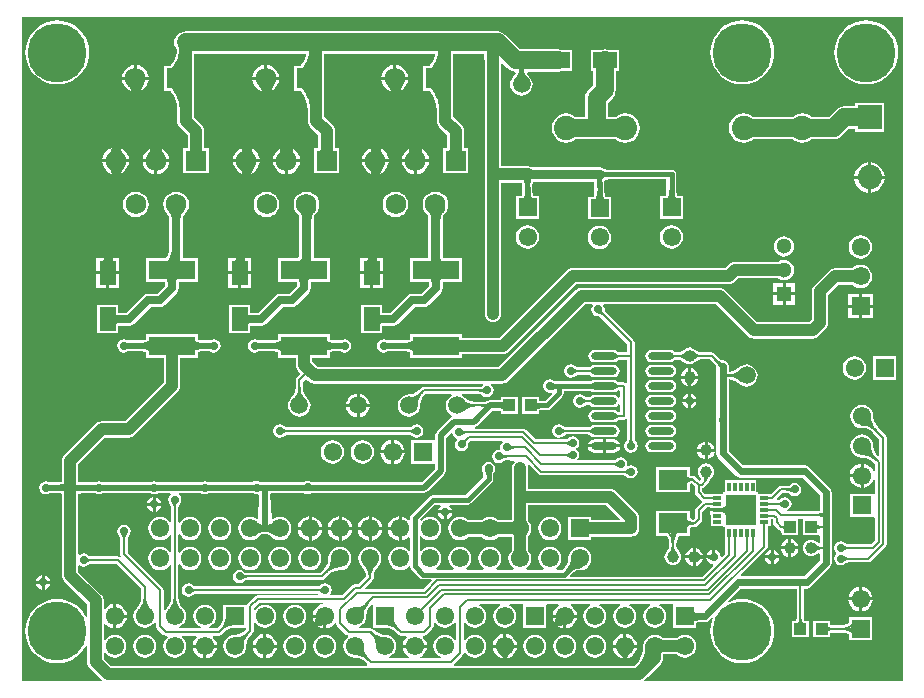
<source format=gtl>
%FSTAX23Y23*%
%MOIN*%
%SFA1B1*%

%IPPOS*%
%ADD10C,0.007870*%
%ADD11C,0.015750*%
%ADD12C,0.027560*%
%ADD13C,0.031500*%
%ADD14C,0.019690*%
%ADD15C,0.011810*%
%ADD16C,0.039370*%
%ADD17C,0.023620*%
%ADD18C,0.059060*%
%ADD19R,0.039370X0.039370*%
%ADD20O,0.086610X0.023620*%
%ADD21C,0.039370*%
%ADD22R,0.094490X0.066930*%
%ADD23R,0.157480X0.062990*%
%ADD24R,0.078740X0.055120*%
%ADD25R,0.055120X0.078740*%
%ADD26R,0.011810X0.028740*%
%ADD27R,0.028740X0.011810*%
%ADD28R,0.098430X0.098430*%
%ADD29C,0.059060*%
%ADD30R,0.051180X0.051180*%
%ADD31C,0.051180*%
%ADD32R,0.068900X0.068900*%
%ADD33C,0.068900*%
%ADD34C,0.061020*%
%ADD35R,0.061020X0.061020*%
%ADD36R,0.061020X0.061020*%
%ADD37R,0.061020X0.060000*%
%ADD38C,0.196850*%
%ADD39R,0.080710X0.080710*%
%ADD40C,0.080710*%
%ADD41C,0.027560*%
%ADD42C,0.023620*%
%LNrpiadapterpcb-1*%
%LPD*%
G36*
X02336Y01094D02*
X02346Y01085D01*
X02348Y01084*
X0235Y01083*
X02352Y01082*
X02353Y01081*
X02355Y01081*
X02343Y01069*
X02343Y01071*
X02342Y01072*
X02341Y01074*
X0234Y01076*
X02339Y01078*
X02337Y0108*
X02333Y01085*
X02327Y01091*
X02333Y01097*
X02336Y01094*
G37*
G36*
X00166Y00651D02*
X00164Y00652D01*
X00163Y00653*
X0016Y00653*
X00157Y00654*
X00148Y00655*
X0013Y00655*
X00123Y00655*
Y00675*
X0013Y00675*
X0016Y00677*
X00163Y00677*
X00164Y00678*
X00166Y00679*
Y00651*
G37*
G36*
X00195Y00678D02*
X00196Y00677D01*
X00199Y00677*
X00202Y00676*
X00211Y00676*
X00229Y00675*
X00236Y00675*
Y00655*
X00229Y00655*
X00199Y00653*
X00196Y00653*
X00195Y00652*
X00193Y00651*
Y00679*
X00195Y00678*
G37*
G36*
X02364Y01047D02*
X02365Y01046D01*
X02367Y01046*
X02369Y01045*
X02372Y01045*
X02374Y01044*
X02381Y01044*
X02389Y01043*
Y01036*
X02385Y01036*
X02372Y01034*
X02369Y01034*
X02367Y01033*
X02365Y01033*
X02364Y01032*
X02363Y01031*
Y01048*
X02364Y01047*
G37*
G36*
X01191Y00275D02*
Y00199D01*
X01228*
X01229Y00199*
X01229Y00199*
X01243Y00197*
X01255Y00192*
X01265Y00184*
X01266Y00183*
X01266Y00183*
X01273Y00176*
X01277Y00173*
X01282Y00172*
X01301*
X01302Y00168*
X013Y00166*
X01294Y00158*
X0129Y00148*
X01289Y00142*
X01369*
X01369Y00148*
X01364Y00158*
X01358Y00166*
X01356Y00168*
X01358Y00172*
X0136*
X01364Y00173*
X01368Y00176*
X01388Y00196*
X01391Y002*
X01392Y00205*
Y00215*
X01396Y00217*
X01402Y0021*
X0141Y00204*
X01419Y002*
X01429Y00199*
X01439Y002*
X01448Y00204*
X01456Y0021*
X01463Y00218*
X01467Y00216*
Y00159*
X01463Y00157*
X01456Y00165*
X01448Y00171*
X01439Y00175*
X01429Y00176*
X01419Y00175*
X0141Y00171*
X01402Y00165*
X01396Y00157*
X01392Y00147*
X0139Y00137*
X01392Y00127*
X01396Y00118*
X01402Y0011*
X0141Y00104*
X01415Y00101*
X01414Y00097*
X01349*
X01348Y00101*
X01349Y00102*
X01358Y00108*
X01364Y00117*
X01369Y00127*
X01369Y00132*
X01289*
X0129Y00127*
X01294Y00117*
X013Y00108*
X01309Y00102*
X0131Y00101*
X01309Y00097*
X01244*
X01243Y00101*
X01248Y00104*
X01256Y0011*
X01263Y00118*
X01266Y00127*
X01268Y00137*
X01266Y00147*
X01263Y00157*
X01256Y00165*
X01248Y00171*
X01239Y00175*
X01229Y00176*
X01228Y00176*
X01216Y00178*
X01203Y00183*
X01193Y0019*
X01192Y00191*
X01192Y00191*
X01192Y00191*
X01192Y00191*
X01192Y00191*
X0119Y00193*
X01186Y00196*
X01182Y00197*
X01144*
X01143Y00201*
X01148Y00204*
X01156Y0021*
X01163Y00218*
X01166Y00227*
X01168Y00237*
X01168Y00238*
X01169Y00251*
X01174Y00263*
X01182Y00273*
X01183Y00274*
X01183Y00274*
X01186Y00277*
X01191Y00275*
G37*
G36*
X02955Y0002D02*
X02095D01*
X02093Y00024*
X02094Y00025*
X02103Y00034*
X02103Y00034*
X02105Y00036*
X02149Y00079*
X02153Y00085*
X02156Y00092*
X02157Y00099*
X02157*
X02157*
Y0011*
X02202*
X0221Y00104*
X02219Y001*
X02229Y00099*
X02239Y001*
X02248Y00104*
X02256Y0011*
X02263Y00118*
X02266Y00127*
X02268Y00137*
X02266Y00147*
X02263Y00157*
X02256Y00165*
X02248Y00171*
X02239Y00175*
X02229Y00176*
X02219Y00175*
X0221Y00171*
X02202Y00165*
X02156*
X02148Y00171*
X02139Y00175*
X02129Y00176*
X02119Y00175*
X0211Y00171*
X02102Y00165*
X02096Y00157*
X02092Y00147*
X0209Y00137*
X0209Y00136*
X02089Y0012*
X02084Y00103*
X02075Y00087*
X02065Y00074*
X02064Y00073*
X02063Y00072*
X01461*
X01459Y00077*
X01488Y00106*
X01491Y0011*
X01492Y00115*
Y00115*
X01496Y00117*
X01502Y0011*
X0151Y00104*
X01519Y001*
X01529Y00099*
X01539Y001*
X01548Y00104*
X01556Y0011*
X01563Y00118*
X01566Y00127*
X01568Y00137*
X01566Y00147*
X01563Y00157*
X01556Y00165*
X01548Y00171*
X01539Y00175*
X01529Y00176*
X01519Y00175*
X0151Y00171*
X01502Y00165*
X01496Y00158*
X01492Y00159*
Y00215*
X01496Y00217*
X01502Y0021*
X0151Y00204*
X01519Y002*
X01529Y00199*
X01539Y002*
X01548Y00204*
X01556Y0021*
X01563Y00218*
X01566Y00227*
X01568Y00237*
X01566Y00247*
X01563Y00257*
X01556Y00265*
X01548Y00271*
X01544Y00273*
X01545Y00277*
X01613*
X01614Y00273*
X0161Y00271*
X01602Y00265*
X01596Y00257*
X01592Y00247*
X0159Y00237*
X01592Y00227*
X01596Y00218*
X01602Y0021*
X0161Y00204*
X01619Y002*
X01629Y00199*
X01639Y002*
X01648Y00204*
X01656Y0021*
X01663Y00218*
X01666Y00227*
X01668Y00237*
X01666Y00247*
X01663Y00257*
X01656Y00265*
X01648Y00271*
X01644Y00273*
X01645Y00277*
X01691*
Y00275*
Y00274*
Y00199*
X01767*
Y00274*
Y00275*
X0177Y00277*
X01807*
X01809Y00273*
X018Y00266*
X01794Y00258*
X0179Y00248*
X01789Y00242*
X01869*
X01869Y00248*
X01864Y00258*
X01858Y00266*
X01849Y00273*
X01851Y00277*
X01913*
X01914Y00273*
X0191Y00271*
X01902Y00265*
X01896Y00257*
X01892Y00247*
X0189Y00237*
X01892Y00227*
X01896Y00218*
X01902Y0021*
X0191Y00204*
X01919Y002*
X01929Y00199*
X01939Y002*
X01948Y00204*
X01956Y0021*
X01963Y00218*
X01966Y00227*
X01968Y00237*
X01966Y00247*
X01963Y00257*
X01956Y00265*
X01948Y00271*
X01944Y00273*
X01945Y00277*
X02013*
X02014Y00273*
X0201Y00271*
X02002Y00265*
X01996Y00257*
X01992Y00247*
X0199Y00237*
X01992Y00227*
X01996Y00218*
X02002Y0021*
X0201Y00204*
X02019Y002*
X02029Y00199*
X02039Y002*
X02048Y00204*
X02056Y0021*
X02063Y00218*
X02066Y00227*
X02068Y00237*
X02066Y00247*
X02063Y00257*
X02056Y00265*
X02048Y00271*
X02044Y00273*
X02045Y00277*
X02113*
X02114Y00273*
X0211Y00271*
X02102Y00265*
X02096Y00257*
X02092Y00247*
X0209Y00237*
X02092Y00227*
X02096Y00218*
X02102Y0021*
X0211Y00204*
X02119Y002*
X02129Y00199*
X02139Y002*
X02148Y00204*
X02156Y0021*
X02163Y00218*
X02166Y00227*
X02168Y00237*
X02166Y00247*
X02163Y00257*
X02156Y00265*
X02148Y00271*
X02144Y00273*
X02145Y00277*
X02191*
Y00276*
Y00199*
X02267*
Y00216*
X02272Y00217*
X02295*
X02302Y00219*
X02309Y00223*
X0232Y00234*
X02324Y00231*
X02319Y0022*
X02315Y00204*
X02314Y00187*
X02315Y00171*
X02319Y00154*
X02326Y00139*
X02335Y00125*
X02345Y00112*
X02358Y00101*
X02372Y00092*
X02388Y00086*
X02404Y00082*
X02421Y00081*
X02437Y00082*
X02454Y00086*
X02469Y00092*
X02483Y00101*
X02496Y00112*
X02507Y00125*
X02516Y00139*
X02522Y00154*
X02526Y00171*
X02527Y00187*
X02526Y00204*
X02522Y0022*
X02516Y00236*
X02507Y0025*
X02496Y00263*
X02483Y00274*
X02469Y00282*
X02454Y00289*
X02437Y00293*
X02421Y00294*
X02404Y00293*
X02388Y00289*
X02377Y00284*
X02374Y00288*
X02415Y00329*
X02602*
Y00233*
X02602*
X02602Y00232*
X02601Y00226*
X026Y00222*
X02587*
Y00167*
X02642*
Y00222*
X02629*
X02627Y00226*
X02626Y00232*
X02626Y00233*
X02626*
Y00329*
X02635*
X02642Y00331*
X02649Y00335*
X02714Y004*
X02718Y00407*
X0272Y00415*
Y00465*
Y00535*
Y00575*
Y0065*
X02718Y00656*
X02718Y00657*
X02714Y00664*
X02644Y00734*
X02637Y00738*
X0263Y0074*
X02423*
X02375Y00788*
Y00881*
X02375Y00881*
X02377Y0089*
X02375Y00898*
X02375Y00898*
Y01024*
X02378Y01027*
X02386Y01026*
X02398Y01021*
X02407Y01014*
X02408Y01013*
X02416Y01007*
X02425Y01003*
X02435Y01002*
X02444Y01003*
X02453Y01007*
X02461Y01013*
X02467Y01021*
X02471Y0103*
X02472Y0104*
X02471Y01049*
X02467Y01058*
X02461Y01066*
X02453Y01072*
X02444Y01076*
X02435Y01077*
X02425Y01076*
X02416Y01072*
X02408Y01066*
X02407Y01065*
X02398Y01058*
X02386Y01053*
X02378Y01052*
X02375Y01055*
Y0107*
X02373Y01077*
X02369Y01084*
X02362Y01088*
X02355Y0109*
X02354Y0109*
X02354Y0109*
X02352Y01091*
X02351Y01092*
X02341Y011*
X02328Y01113*
X02324Y01116*
X02319Y01117*
X02283*
X02283Y01117*
X02283*
X02282Y01117*
X02276Y01118*
X0227Y01121*
X02264Y01125*
X02264Y01125*
X02258Y01129*
X02252Y01132*
X02245Y01133*
X02237Y01132*
X02231Y01129*
X02225Y01125*
X02225Y01125*
X02219Y0112*
X02213Y01118*
X02205Y01117*
Y01117*
X02199*
Y01117*
X02197Y01117*
X02195Y01119*
X02195Y01119*
X02188Y01123*
X0218Y01125*
X02117*
X0211Y01123*
X02103Y01119*
X02099Y01112*
X02097Y01105*
X02099Y01097*
X02103Y0109*
X0211Y01086*
X02117Y01084*
X0218*
X02188Y01086*
X02195Y0109*
X02195Y0109*
X02197Y01092*
X02199Y01092*
Y01092*
Y01092*
X02205*
Y01092*
X02207Y01092*
X02209*
X02217Y01091*
X02224Y01086*
X02225Y01085*
X02231Y01081*
X02237Y01078*
X02245Y01077*
X02252Y01078*
X02258Y01081*
X02264Y01085*
X02264Y01085*
X0227Y01089*
X02276Y01092*
X02282Y01093*
X02283Y01093*
Y01093*
X02314*
X02324Y01083*
X02327Y0108*
X02331Y01075*
X02332Y01073*
X02333Y01072*
X02334Y0107*
X02334Y0107*
X02334Y0107*
Y0104*
Y00898*
X02334Y00898*
X02332Y0089*
X02334Y00881*
X02334Y00881*
Y0079*
X02334Y0079*
Y0079*
X02334Y0079*
Y0078*
X02336Y00772*
X0234Y00765*
X024Y00705*
X02407Y00701*
X02415Y00699*
X02621*
X02679Y00641*
Y00587*
X02669Y00587*
X02573*
X02571Y00591*
X02578Y00596*
X02583Y00603*
X02585Y00612*
X02583Y0062*
X02578Y00627*
X02571Y00632*
X02562Y00634*
X02554Y00632*
X02547Y00627*
X02547Y00627*
X02543Y00625*
X02539Y00624*
X02539Y00624*
Y00624*
Y00624*
X02537*
X02535Y00628*
X02554Y00647*
X02571*
Y00647*
Y00647*
X02571Y00647*
X02575Y00647*
X02579Y00644*
X02579Y00644*
X02586Y00639*
X02595Y00637*
X02603Y00639*
X0261Y00644*
X02615Y00651*
X02617Y0066*
X02615Y00668*
X0261Y00675*
X02603Y0068*
X02595Y00682*
X02586Y0068*
X02579Y00675*
X02579Y00675*
X02575Y00672*
X02571Y00672*
X02571Y00672*
Y00672*
Y00672*
X0255*
X02545Y00671*
X02541Y00668*
X02518Y00645*
X02515*
X02474*
Y00651*
X02468*
Y00691*
X02362*
Y00651*
X02356*
Y00645*
X02316*
Y00643*
X02298*
X02287Y00654*
Y00663*
X02289Y00663*
X02293Y00666*
X02308Y00681*
X02311Y00685*
X02312Y0069*
X02312*
X02312Y00692*
X02314Y00695*
X02315Y00696*
X02315Y00696*
X02316Y00697*
X02317Y00697*
X02317Y00698*
X02319Y00699*
X02324Y00705*
X02326Y00712*
X02327Y00719*
X02326Y00726*
X02324Y00733*
X02319Y00739*
X02313Y00743*
X02307Y00746*
X023Y00747*
X02292Y00746*
X02286Y00743*
X0228Y00739*
X02275Y00733*
X02273Y00726*
X02272Y00719*
X02273Y00712*
X02275Y00705*
X0228Y00699*
X02282Y00698*
X02282Y00697*
X02283Y00697*
X02284Y00696*
X02284Y00696*
X02284Y00696*
X02284Y00696*
X02284Y00693*
X02281Y00689*
X02277*
X02265Y00701*
X02261Y00703*
X02257Y00704*
X02257Y00705*
X02257Y00705*
X02256Y00704*
X02248Y00706*
X02245Y00708*
Y00734*
X02134*
Y00651*
X02245*
Y00676*
X02248Y00679*
X02252Y0068*
X02262Y0067*
Y0065*
X02263Y00645*
X02266Y00641*
X02284Y00623*
X02285Y00622*
X02285Y00617*
X02266Y00598*
X02263Y00594*
X02262Y0059*
Y00564*
X02257Y00559*
X02254Y0056*
X02246Y00563*
X02245Y00564*
Y00588*
X02134*
Y00505*
X0217*
X02175Y00491*
X02177Y00478*
Y00476*
X02177Y00474*
Y00473*
X02177Y00473*
X02177Y00472*
X02176Y00466*
X02174Y0046*
X02169Y00454*
X02169Y00454*
X02165Y00448*
X02162Y00442*
X02161Y00435*
X02162Y00427*
X02165Y00421*
X02169Y00415*
X02175Y0041*
X02182Y00408*
X02189Y00407*
X02196Y00408*
X02203Y0041*
X02209Y00415*
X02213Y00421*
X02216Y00427*
X02217Y00435*
X02216Y00442*
X02213Y00448*
X02209Y00454*
X02209Y00454*
X02209Y00454*
X02205Y0046*
X02202Y00466*
X02201Y00472*
X02201Y00473*
X02201*
Y00475*
X02202Y00486*
X02206Y00498*
X0221Y00505*
X02245*
Y00529*
X02246Y0053*
X02254Y00534*
X02261Y00535*
X02262Y00534*
X02262Y00534*
X02262Y00535*
X02266Y00536*
X0227Y00538*
X02283Y00551*
X02286Y00555*
X02287Y0056*
Y00585*
X02302Y006*
X02313*
Y00597*
X02338*
Y00587*
X02313*
Y00576*
X02316*
Y00558*
Y00539*
X02356*
Y00533*
X02362*
Y00492*
X02364*
Y00446*
X02353Y00435*
X02348Y00437*
X02347Y00444*
X02342Y00452*
X02334Y00457*
X0233Y00458*
Y00435*
X02325*
Y0043*
X02301*
X02302Y00425*
X02307Y00417*
X02315Y00412*
X02322Y00411*
X02324Y00406*
X02287Y00369*
X01848*
X01846Y00373*
X01852Y0038*
X01852Y00379*
X01852Y0038*
X01853Y0038*
X0186Y00386*
X01869Y0039*
X01879Y00391*
X0188Y00391*
X0189Y00392*
X01899Y00396*
X01907Y00402*
X01913Y0041*
X01917Y00419*
X01918Y0043*
X01917Y0044*
X01913Y00449*
X01907Y00457*
X01899Y00463*
X0189Y00467*
X0188Y00468*
X01869Y00467*
X0186Y00463*
X01852Y00457*
X01846Y00449*
X01842Y0044*
X01841Y0043*
X01841Y00429*
X0184Y00419*
X01836Y0041*
X0183Y00403*
X0183Y00402*
X01829Y00402*
X0183Y00402*
X0182Y00392*
X01802*
X018Y00397*
X01807Y00402*
X01813Y0041*
X01817Y00419*
X01818Y0043*
X01817Y0044*
X01813Y00449*
X01807Y00457*
X01799Y00463*
X0179Y00467*
X0178Y00468*
X01769Y00467*
X0176Y00463*
X01752Y00457*
X01746Y00449*
X01742Y0044*
X01741Y0043*
X01742Y00419*
X01746Y0041*
X01752Y00402*
X01759Y00397*
X01757Y00392*
X01702*
X017Y00397*
X01707Y00402*
X01713Y0041*
X01717Y00419*
X01718Y0043*
X01717Y0044*
X01713Y00449*
X01707Y00456*
Y00503*
X01713Y0051*
X01717Y00519*
X01718Y0053*
X01717Y0054*
X01713Y00549*
X01707Y00556*
Y00607*
X01968*
X02013Y00562*
X02011Y00557*
X01918*
Y00568*
X01841*
Y00491*
X01918*
Y00502*
X0205*
X02057Y00503*
X02063Y00505*
X02069Y0051*
X02074Y00516*
X02076Y00522*
X02077Y0053*
Y00565*
X02076Y00572*
X02076Y00574*
X02074Y00578*
X02069Y00584*
X01999Y00654*
X01993Y00659*
X01987Y00661*
X0198Y00662*
X01707*
Y0073*
X01706Y00737*
X01705Y0074*
X01709Y00743*
X01742Y0071*
X01745Y00708*
X0175Y00707*
X02026*
Y00707*
Y00707*
X02026Y00707*
X0203Y00706*
X02034Y00704*
X02034Y00703*
X02041Y00699*
X0205Y00697*
X02058Y00699*
X02065Y00703*
X0207Y0071*
X02072Y00719*
X0207Y00727*
X02065Y00735*
X02058Y00739*
X0205Y00741*
X02041Y00739*
X0204Y00739*
X02036Y00741*
X02037Y00745*
X02035Y00753*
X0203Y0076*
X02023Y00765*
X02015Y00767*
X02006Y00765*
X01999Y0076*
X01999Y0076*
X01995Y00757*
X01991Y00757*
X01991Y00757*
Y00757*
Y00757*
X01874*
X01871Y00761*
X01875Y00766*
X01877Y00775*
X01875Y00783*
X0187Y0079*
X01867Y00792*
Y00797*
X0187Y00799*
X01875Y00806*
X01877Y00815*
X01875Y00823*
X0187Y0083*
X01863Y00835*
X01855Y00837*
X01846Y00835*
X01839Y0083*
X01839Y0083*
X01835Y00827*
X01831Y00827*
X01831Y00827*
Y00827*
Y00827*
X01732*
X017Y00859*
X01696Y00861*
X01691Y00862*
X01529*
X01529Y00867*
X01531Y00868*
X01537Y00872*
X01587Y00921*
X01617*
Y00912*
X01672*
Y00967*
X01617*
Y00958*
X0158*
X01573Y00956*
X01567Y00953*
X01567Y00953*
X01566Y00952*
X01565Y00952*
X01557Y00952*
X01555Y00952*
X01531*
Y00952*
X0153Y00952*
X01518Y00953*
X01506Y00958*
X01497Y00965*
X01496Y00966*
X01488Y00972*
X01487Y00973*
X01488Y00977*
X01546*
Y00977*
Y00977*
X01546Y00977*
X0155Y00977*
X01554Y00974*
X01554Y00974*
X01561Y00969*
X0157Y00967*
X01578Y00969*
X01585Y00974*
X0159Y00981*
X01592Y0099*
X0159Y00998*
X01585Y01005*
X01582Y01007*
X01584Y01012*
X0162*
X01627Y01013*
X01633Y01015*
X01639Y0102*
X01896Y01277*
X0192*
X01922Y01272*
X01919Y01268*
X01917Y0126*
X01919Y01251*
X01924Y01244*
X01931Y01239*
X0194Y01237*
X0194Y01238*
X01944Y01237*
X01948Y01234*
X01948Y01234*
X01948Y01234*
X01948Y01234*
X02037Y01145*
Y01117*
X02011*
Y01117*
X02008Y01117*
X02006Y01119*
X02006Y01119*
X01999Y01123*
X01992Y01125*
X01929*
X01921Y01123*
X01914Y01119*
X0191Y01112*
X01908Y01105*
X0191Y01097*
X01914Y0109*
X01921Y01086*
X01929Y01084*
X01992*
X01999Y01086*
X02006Y0109*
X02006Y0109*
X02008Y01092*
X02011Y01092*
Y01092*
Y01092*
X02037*
Y01085*
Y01016*
X02033Y01013*
X02029Y01016*
X02025Y01017*
X02011*
Y01017*
Y01017*
X02008Y01017*
X02006Y01019*
X02006Y01019*
X01999Y01023*
X01992Y01025*
X01929*
X01921Y01023*
X01917Y01021*
X01795*
X01794Y01021*
X01788Y01025*
X0178Y01027*
X01771Y01025*
X01764Y0102*
X01759Y01013*
X01757Y01005*
X01759Y00996*
X01764Y00989*
X01771Y00984*
X0178Y00982*
X01784Y00983*
X01786Y00979*
X01763Y00956*
X01743*
Y00956*
X01742Y00963*
Y00967*
X01687*
Y00912*
X01742*
Y00916*
X01743Y00923*
Y00923*
X0177*
X01775Y00924*
X01776Y00925*
X01781Y00928*
X01821Y00968*
X01824Y00973*
X01826Y0098*
Y00988*
X01917*
X01921Y00986*
X01929Y00984*
X01992*
X01999Y00986*
X02006Y0099*
X02009Y00992*
X02012Y00989*
Y00967*
X02008Y00966*
X02006Y00969*
X01999Y00973*
X01992Y00975*
X01929*
X01921Y00973*
X01914Y00969*
X01914Y00969*
X01912Y00967*
X0191Y00967*
Y00967*
X01903*
Y00967*
Y00967*
X01903Y00967*
X01899Y00967*
X01895Y0097*
X01895Y0097*
X01888Y00975*
X0188Y00977*
X01871Y00975*
X01864Y0097*
X01859Y00963*
X01857Y00955*
X01859Y00946*
X01864Y00939*
X01871Y00934*
X0188Y00932*
X01888Y00934*
X01895Y00939*
X01895Y00939*
X01899Y00942*
X01903Y00942*
X01903Y00942*
Y00942*
X0191*
Y00942*
Y00942*
X01912Y00942*
X01914Y0094*
X01914Y0094*
X01921Y00936*
X01929Y00934*
X01992*
X01999Y00936*
X02006Y0094*
X02008Y00943*
X02012Y00942*
Y0092*
X02009Y00917*
X02006Y00919*
X01999Y00923*
X01992Y00925*
X01929*
X01921Y00923*
X01914Y00919*
X0191Y00912*
X01908Y00905*
X0191Y00897*
X01914Y0089*
X01921Y00886*
X01929Y00884*
X01992*
X01999Y00886*
X02006Y0089*
X02006Y0089*
X02008Y00892*
X02011Y00892*
Y00892*
Y00892*
X02025*
X02029Y00893*
X02033Y00896*
X02037Y00893*
Y00828*
X02037*
X02037Y00828*
X02037Y00824*
X02034Y0082*
X02034Y0082*
X02029Y00813*
X02027Y00805*
X02029Y00796*
X02034Y00789*
X02041Y00784*
X0205Y00782*
X02058Y00784*
X02065Y00789*
X0207Y00796*
X02072Y00805*
X0207Y00813*
X02065Y0082*
X02065Y0082*
X02062Y00824*
X02062Y00828*
X02062Y00828*
X02062*
Y01085*
Y0115*
X02061Y01154*
X02058Y01158*
X01965Y01251*
X01965Y01251*
X01965Y01251*
X01962Y01255*
X01962Y01259*
X01962Y0126*
X0196Y01268*
X01957Y01272*
X01959Y01277*
X02333*
X0244Y0117*
X02446Y01165*
X02452Y01163*
X0246Y01162*
X02655*
X02662Y01163*
X02668Y01165*
X02674Y0117*
X02699Y01195*
X02704Y01201*
X02706Y01207*
X02707Y01215*
Y01308*
X02741Y01342*
X02788*
X02795Y01336*
X02804Y01332*
X02815Y01331*
X02825Y01332*
X02834Y01336*
X02842Y01342*
X02848Y0135*
X02852Y01359*
X02853Y0137*
X02852Y0138*
X02848Y01389*
X02842Y01397*
X02834Y01403*
X02825Y01407*
X02815Y01408*
X02804Y01407*
X02795Y01403*
X02788Y01397*
X0273*
X02722Y01396*
X02716Y01394*
X0271Y01389*
X0266Y01339*
X02655Y01333*
X02653Y01327*
X02652Y0132*
Y01226*
X02643Y01217*
X02471*
X02364Y01324*
X02358Y01329*
X02352Y01331*
X02345Y01332*
X01885*
X01877Y01331*
X01871Y01329*
X01865Y01324*
X01608Y01067*
X01006*
X00997Y01077*
X00987Y01086*
Y01099*
X01046*
Y01118*
X0105Y01119*
X01058Y0112*
X01083*
X01086Y01118*
X01095Y01116*
X01103Y01118*
X0111Y01123*
X01115Y0113*
X01117Y01139*
X01115Y01147*
X0111Y01154*
X01103Y01159*
X01095Y01161*
X01086Y01159*
X01083Y01157*
X01058*
X0105Y01158*
X01046Y01159*
Y01178*
X00873*
Y01159*
X00869Y01158*
X00861Y01157*
X00806*
X00803Y01159*
X00795Y01161*
X00786Y01159*
X00779Y01154*
X00774Y01147*
X00772Y01139*
X00774Y0113*
X00779Y01123*
X00786Y01118*
X00795Y01116*
X00803Y01118*
X00806Y0112*
X00861*
X00869Y01119*
X00873Y01118*
Y01099*
X00932*
Y01075*
X00933Y01067*
X00935Y01061*
X0094Y01055*
X00946Y01048*
Y01043*
X00936Y01033*
X00933Y01029*
X00932Y01024*
Y01001*
X00932*
X00932Y01*
X00931Y00988*
X00926Y00976*
X00918Y00967*
X00918Y00966*
X00912Y00958*
X00908Y00949*
X00907Y0094*
X00908Y0093*
X00912Y00921*
X00918Y00913*
X00926Y00907*
X00935Y00903*
X00944Y00902*
X00954Y00903*
X00963Y00907*
X00971Y00913*
X00977Y00921*
X00981Y0093*
X00982Y0094*
X00981Y00949*
X00977Y00958*
X00971Y00966*
X0097Y00967*
X00963Y00976*
X00958Y00988*
X00956Y01*
X00957Y01001*
X00956*
Y01019*
X00963Y01026*
X00968*
X00975Y0102*
X00981Y01015*
X00987Y01013*
X00995Y01012*
X01555*
X01557Y01007*
X01554Y01005*
X01554Y01005*
X0155Y01002*
X01546Y01002*
X01546Y01002*
Y01002*
Y01002*
X0136*
X01355Y01001*
X01351Y00998*
X01345Y00992*
X01345Y00992*
X01344Y00991*
X01334Y00984*
X01322Y00979*
X0131Y00977*
X0131Y00977*
X013Y00976*
X01291Y00972*
X01283Y00966*
X01277Y00958*
X01273Y00949*
X01272Y0094*
X01273Y0093*
X01277Y00921*
X01283Y00913*
X01291Y00907*
X013Y00903*
X0131Y00902*
X01319Y00903*
X01328Y00907*
X01336Y00913*
X01342Y00921*
X01346Y0093*
X01347Y0094*
X01347Y0094*
X01349Y00952*
X01354Y00964*
X01361Y00974*
X01362Y00975*
X01362Y00975*
X01364Y00977*
X01451*
X01452Y00973*
X01451Y00972*
X01443Y00966*
X01437Y00958*
X01433Y00949*
X01432Y0094*
X01433Y0093*
X01437Y00921*
X01443Y00913*
X01451Y00907*
X01452Y00906*
X01453Y00901*
X01447Y00897*
X01402Y00852*
X01398Y00846*
X01396Y0084*
Y00823*
X01393*
X01316*
Y00746*
X01393*
X01393*
X01396Y00743*
Y00727*
X01354Y00685*
X00984*
X0098Y00687*
X00972Y00689*
X00963Y00687*
X00959Y00685*
X00814*
X00811Y00687*
X00803Y00689*
X00794Y00687*
X00788Y00683*
X00641*
X00638Y00685*
X00629Y00687*
X00621Y00685*
X00618Y00683*
X00474*
X00469Y00686*
X00461Y00688*
X00452Y00686*
X00448Y00683*
X00289*
X00284Y00686*
X00276Y00688*
X00267Y00686*
X00263Y00683*
X00224*
X00211Y00684*
X00207Y00684*
Y00743*
X00296Y00832*
X00375*
X00382Y00833*
X00388Y00835*
X00394Y0084*
X00539Y00985*
X00544Y00991*
X00546Y00997*
X00547Y01005*
Y01099*
X00606*
Y01118*
X0061Y01119*
X00618Y0112*
X00648*
X00651Y01118*
X0066Y01116*
X00668Y01118*
X00675Y01123*
X0068Y0113*
X00682Y01139*
X0068Y01147*
X00675Y01154*
X00668Y01159*
X0066Y01161*
X00651Y01159*
X00648Y01157*
X00618*
X0061Y01158*
X00606Y01159*
Y01178*
X00433*
Y01159*
X00429Y01158*
X00421Y01157*
X00371*
X00368Y01159*
X0036Y01161*
X00351Y01159*
X00344Y01154*
X00339Y01147*
X00337Y01139*
X00339Y0113*
X00344Y01123*
X00351Y01118*
X0036Y01116*
X00368Y01118*
X00371Y0112*
X00421*
X00429Y01119*
X00433Y01118*
Y01099*
X00492*
Y01016*
X00363Y00887*
X00285*
X00277Y00886*
X00271Y00884*
X00265Y00879*
X0016Y00774*
X00155Y00768*
X00153Y00762*
X00152Y00755*
Y00684*
X00137Y00683*
X00132Y00683*
X00112*
X00108Y00685*
X001Y00687*
X00092Y00685*
X00084Y00681*
X0008Y00673*
X00078Y00665*
X0008Y00657*
X00084Y00649*
X00092Y00645*
X001Y00643*
X00108Y00645*
X00112Y00647*
X00135*
X00148Y00647*
X00152Y00646*
Y00375*
X00153Y00367*
X00155Y00361*
X0016Y00355*
X00237Y00278*
Y00238*
X00232Y00236*
X00224Y0025*
X00213Y00263*
X002Y00274*
X00186Y00282*
X0017Y00289*
X00154Y00293*
X00137Y00294*
X00121Y00293*
X00104Y00289*
X00089Y00282*
X00075Y00274*
X00062Y00263*
X00051Y0025*
X00042Y00236*
X00036Y0022*
X00032Y00204*
X00031Y00187*
X00032Y00171*
X00036Y00154*
X00042Y00139*
X00051Y00125*
X00062Y00112*
X00075Y00101*
X00089Y00092*
X00104Y00086*
X00121Y00082*
X00137Y00081*
X00154Y00082*
X0017Y00086*
X00186Y00092*
X002Y00101*
X00213Y00112*
X00224Y00125*
X00232Y00138*
X00237Y00137*
Y00085*
X00238Y00077*
X0024Y00071*
X00245Y00065*
X00285Y00025*
X00286Y00024*
X00284Y0002*
X0002*
Y02235*
X02955*
Y0002*
G37*
G36*
X00417Y0033D02*
Y00301D01*
X00417*
X00417Y003*
X00415Y00288*
X0041Y00275*
X00403Y00265*
X00402Y00265*
X00396Y00257*
X00392Y00247*
X0039Y00237*
X00392Y00227*
X00396Y00218*
X00402Y0021*
X0041Y00204*
X00419Y002*
X00429Y00199*
X00439Y002*
X00448Y00204*
X00456Y0021*
X00463Y00218*
X00467Y00216*
Y00205*
X00468Y002*
X00471Y00196*
X00491Y00176*
X00495Y00173*
X005Y00172*
X00504*
X00506Y00168*
X00502Y00165*
X00496Y00157*
X00492Y00147*
X0049Y00137*
X00492Y00127*
X00496Y00118*
X00502Y0011*
X0051Y00104*
X00519Y001*
X00529Y00099*
X00539Y001*
X00548Y00104*
X00556Y0011*
X00563Y00118*
X00566Y00127*
X00568Y00137*
X00566Y00147*
X00563Y00157*
X00556Y00165*
X00552Y00168*
X00554Y00172*
X00601*
X00602Y00168*
X006Y00166*
X00594Y00158*
X0059Y00148*
X00589Y00142*
X00669*
X00669Y00148*
X00664Y00158*
X00658Y00166*
X00656Y00168*
X00658Y00172*
X00676*
X00676*
X00681Y00173*
X00685Y00176*
X00692Y00183*
X00692Y00183*
X00693Y00184*
X00703Y00192*
X00716Y00197*
X00729Y00199*
X00729Y00199*
X0073Y00199*
X00764*
X00767*
X00767Y00199*
Y00193*
X00766Y00191*
X00766Y00191*
X00765Y0019*
X00755Y00183*
X00743Y00178*
X0073Y00176*
X00729Y00176*
X00719Y00175*
X0071Y00171*
X00702Y00165*
X00696Y00157*
X00692Y00147*
X0069Y00137*
X00692Y00127*
X00696Y00118*
X00702Y0011*
X0071Y00104*
X00719Y001*
X00729Y00099*
X00739Y001*
X00748Y00104*
X00756Y0011*
X00763Y00118*
X00766Y00127*
X00768Y00137*
X00768Y00138*
X00769Y00151*
X00774Y00163*
X00782Y00173*
X00783Y00174*
X00783Y00174*
X00788Y00179*
X00791Y00183*
X00792Y00188*
Y00215*
X00796Y00217*
X00802Y0021*
X0081Y00204*
X00819Y002*
X00829Y00199*
X00839Y002*
X00848Y00204*
X00856Y0021*
X00863Y00218*
X00866Y00227*
X00868Y00237*
X00866Y00247*
X00863Y00257*
X00856Y00265*
X00848Y00271*
X00839Y00275*
X00829Y00276*
X00819Y00275*
X0081Y00271*
X00802Y00265*
X00796Y00258*
X00792Y00259*
Y00265*
X00809Y00282*
X01023*
X01024Y00277*
X01018Y00277*
X01009Y00273*
X01Y00266*
X00994Y00258*
X0099Y00248*
X00989Y00242*
X01029*
Y00237*
X01034*
Y00197*
X0104Y00198*
X01049Y00202*
X01058Y00208*
X01063Y00215*
X01064*
X01068Y00214*
X01068Y0021*
X01071Y00206*
X01101Y00176*
X01105Y00173*
X01105Y00173*
X01107Y00168*
X01102Y00165*
X01096Y00157*
X01092Y00147*
X0109Y00137*
X01092Y00127*
X01096Y00118*
X01102Y0011*
X0111Y00104*
X01119Y001*
X01129Y00099*
X0113Y00099*
X01143Y00097*
X01155Y00092*
X01165Y00084*
X01166Y00083*
X01166Y00083*
X01171Y00079*
X0117Y00074*
X01168Y00072*
X00316*
X00292Y00096*
Y00114*
X00297Y00116*
X00302Y0011*
X0031Y00104*
X00319Y001*
X00329Y00099*
X00339Y001*
X00348Y00104*
X00356Y0011*
X00363Y00118*
X00366Y00127*
X00368Y00137*
X00366Y00147*
X00363Y00157*
X00356Y00165*
X00348Y00171*
X00339Y00175*
X00329Y00176*
X00319Y00175*
X0031Y00171*
X00302Y00165*
X00297Y00159*
X00292Y0016*
Y00211*
X00297Y00212*
X003Y00208*
X00309Y00202*
X00318Y00198*
X00324Y00197*
Y00237*
Y00278*
X00318Y00277*
X00309Y00273*
X003Y00266*
X00297Y00262*
X00292Y00264*
Y0029*
X00291Y00297*
X00289Y00303*
X00284Y00309*
X00207Y00386*
Y00405*
X00212Y00407*
X00216Y00404*
X00225Y00402*
X00233Y00404*
X0024Y00409*
X0024Y00409*
X00244Y00412*
X00248Y00412*
X00248Y00412*
Y00412*
X00335*
X00417Y0033*
G37*
G36*
X02622Y00562D02*
D01*
Y00507*
X02677*
X02679Y00505*
Y00483*
X02677Y00481*
X02675Y0048*
X0267Y00484*
X0267Y00484*
X02664Y00489*
X02657Y00491*
X0265Y00492*
X02643Y00491*
X02636Y00489*
X0263Y00484*
X02626Y00478*
X02623Y00472*
X02622Y00465*
X02623Y00457*
X02626Y00451*
X0263Y00445*
X02636Y0044*
X02643Y00438*
X0265Y00437*
X02657Y00438*
X02664Y0044*
X0267Y00445*
X0267Y00445*
X02675Y00449*
X02677Y00448*
X02679Y00446*
Y00423*
X02626Y0037*
X02417*
X02415Y00374*
X02501Y0046*
X02504Y00464*
X02505Y00468*
Y00539*
X02515*
Y00558*
Y0056*
X02522*
X02522Y0056*
Y0055*
X02523Y00545*
X02526Y00541*
X02541Y00526*
X02545Y00523*
X0255Y00522*
Y00522*
Y00522*
Y00522*
X0255Y00522*
X02552Y00512*
Y00507*
X02607*
Y00562*
X02607Y00562*
X02622*
Y00562*
G37*
G36*
X00516Y00642D02*
X00513Y00641D01*
X00509Y00633*
X00507Y00625*
X00509Y00617*
X00513Y00609*
X00514Y00609*
X00516Y00606*
X00517Y00601*
X00517Y00601*
X00517*
Y00551*
X00512Y0055*
X00507Y00557*
X00499Y00563*
X0049Y00567*
X0048Y00568*
X00469Y00567*
X0046Y00563*
X00452Y00557*
X00446Y00549*
X00442Y0054*
X00441Y0053*
X00442Y00519*
X00446Y0051*
X00452Y00502*
X0046Y00496*
X00469Y00492*
X0048Y00491*
X0049Y00492*
X00499Y00496*
X00507Y00502*
X00512Y00509*
X00517Y00508*
Y00451*
X00512Y0045*
X00507Y00457*
X00499Y00463*
X0049Y00467*
X0048Y00468*
X00469Y00467*
X0046Y00463*
X00452Y00457*
X00446Y00449*
X00442Y0044*
X00441Y0043*
X00442Y00419*
X00446Y0041*
X00452Y00402*
X0046Y00396*
X00469Y00392*
X0048Y00391*
X0049Y00392*
X00499Y00396*
X00507Y00402*
X00512Y00409*
X00517Y00408*
Y00301*
X00517*
X00517Y003*
X00515Y00288*
X0051Y00275*
X00503Y00265*
X00502Y00265*
X00496Y00258*
X00492Y00259*
Y00325*
X00491Y00329*
X00488Y00333*
X00372Y00449*
Y00496*
X00372*
X00372Y00496*
X00372Y005*
X00375Y00504*
X00375Y00504*
X0038Y00511*
X00382Y0052*
X0038Y00528*
X00375Y00535*
X00368Y0054*
X0036Y00542*
X00351Y0054*
X00344Y00535*
X00339Y00528*
X00337Y0052*
X00339Y00511*
X00344Y00504*
X00344Y00504*
X00347Y005*
X00347Y00496*
X00347Y00496*
X00347*
Y00445*
X00348Y0044*
X0035Y00438*
X00346Y00434*
X00344Y00436*
X0034Y00437*
X00248*
Y00437*
Y00437*
X00248Y00437*
X00244Y00437*
X0024Y0044*
X0024Y0044*
X00233Y00445*
X00225Y00447*
X00216Y00445*
X00212Y00442*
X00207Y00444*
Y00646*
X00227Y00647*
X00265*
X00267Y00645*
X00276Y00644*
X00284Y00645*
X00287Y00647*
X0045*
X00452Y00645*
X00461Y00644*
X00469Y00645*
X00472Y00647*
X00514*
X00516Y00642*
G37*
G36*
X02691Y00566D02*
X0269Y00567D01*
X02689Y00568*
X02687Y00568*
X02685Y00569*
X02682Y00569*
X0268Y0057*
X02673Y0057*
X02665Y00571*
Y00578*
X02669Y00578*
X02682Y0058*
X02685Y0058*
X02687Y00581*
X02689Y00581*
X0269Y00582*
X02691Y00583*
Y00566*
G37*
G36*
X01454Y00847D02*
X01455Y00842D01*
X0146Y00835*
X01467Y0083*
X01468Y0083*
X01469Y00825*
X01464Y00818*
X01462Y0081*
X01464Y00801*
X01469Y00794*
X01476Y00789*
X01485Y00787*
X01493Y00789*
X015Y00794*
X01505Y00801*
X01507Y0081*
X01507Y0081*
X01507Y00814*
X0151Y00818*
X0151Y00818*
X0151Y00818*
X01514Y00822*
X01621*
X01623Y00818*
X01619Y00815*
X01614Y00808*
X01612Y008*
X01613Y00795*
X0161Y00792*
X0161Y00792*
X01601Y0079*
X01594Y00785*
X01589Y00778*
X01587Y0077*
X01589Y00761*
X01594Y00754*
X01601Y00749*
X0161Y00747*
X01618Y00749*
X01625Y00754*
X01625Y00754*
X01629Y00757*
X01633Y00757*
X01633Y00757*
X01633Y00757*
X01661Y00756*
X01662Y00751*
X0166Y00749*
X01655Y00743*
X01653Y00737*
X01652Y0073*
Y00635*
Y00557*
X01606*
X01599Y00563*
X0159Y00567*
X0158Y00568*
X01569Y00567*
X0156Y00563*
X01553Y00557*
X01506*
X01499Y00563*
X0149Y00567*
X0148Y00568*
X01469Y00567*
X0146Y00563*
X01452Y00557*
X01446Y00549*
X01442Y0054*
X01441Y0053*
X01442Y00519*
X01446Y0051*
X01452Y00502*
X0146Y00496*
X01469Y00492*
X0148Y00491*
X0149Y00492*
X01499Y00496*
X01506Y00502*
X01553*
X0156Y00496*
X01569Y00492*
X0158Y00491*
X0159Y00492*
X01599Y00496*
X01606Y00502*
X01652*
Y00456*
X01646Y00449*
X01642Y0044*
X01641Y0043*
X01642Y00419*
X01646Y0041*
X01652Y00402*
X01659Y00397*
X01657Y00392*
X01602*
X016Y00397*
X01607Y00402*
X01613Y0041*
X01617Y00419*
X01618Y0043*
X01617Y0044*
X01613Y00449*
X01607Y00457*
X01599Y00463*
X0159Y00467*
X0158Y00468*
X01569Y00467*
X0156Y00463*
X01552Y00457*
X01546Y00449*
X01542Y0044*
X01541Y0043*
X01542Y00419*
X01546Y0041*
X01552Y00402*
X01559Y00397*
X01557Y00392*
X01502*
X015Y00397*
X01507Y00402*
X01513Y0041*
X01517Y00419*
X01518Y0043*
X01517Y0044*
X01513Y00449*
X01507Y00457*
X01499Y00463*
X0149Y00467*
X0148Y00468*
X01469Y00467*
X0146Y00463*
X01452Y00457*
X01446Y00449*
X01442Y0044*
X01441Y0043*
X01442Y00419*
X01446Y0041*
X01452Y00402*
X01459Y00397*
X01457Y00392*
X01402*
X014Y00397*
X01407Y00402*
X01413Y0041*
X01417Y00419*
X01418Y0043*
X01417Y0044*
X01413Y00449*
X01407Y00457*
X01399Y00463*
X0139Y00467*
X0138Y00468*
X01369Y00467*
X0136Y00463*
X01352Y00457*
X0135Y00454*
X01346Y00456*
Y00503*
X0135Y00505*
X01352Y00502*
X0136Y00496*
X01369Y00492*
X0138Y00491*
X0139Y00492*
X01399Y00496*
X01407Y00502*
X01413Y0051*
X01417Y00519*
X01418Y0053*
X01417Y0054*
X01413Y00549*
X01407Y00557*
X01399Y00563*
X0139Y00567*
X0138Y00568*
X01369Y00567*
X0136Y00563*
X01352Y00557*
X0135Y00554*
X01349Y00555*
X01348Y0056*
X01396Y00608*
X01414*
X01415Y00604*
X01412Y00602*
X01407Y00594*
X01406Y0059*
X01453*
X01452Y00594*
X01447Y00602*
X01444Y00604*
X01445Y00608*
X01505*
X0151Y00609*
X01511Y0061*
X01516Y00613*
X01586Y00683*
X01589Y00688*
X01591Y00695*
Y00714*
X01591Y00715*
X01595Y00721*
X01597Y0073*
X01595Y00738*
X0159Y00745*
X01583Y0075*
X01575Y00752*
X01566Y0075*
X01559Y00745*
X01554Y00738*
X01552Y0073*
X01554Y00721*
X01558Y00715*
X01558Y00714*
Y00701*
X01498Y00641*
X0139*
X01383Y00639*
X01378Y00636*
X01318Y00576*
X01315Y00571*
X01314Y0057*
X01313Y00565*
Y0056*
X01309Y00558*
X01308Y00558*
X013Y00565*
X0129Y00569*
X01285Y0057*
Y0053*
Y00489*
X0129Y0049*
X013Y00494*
X01308Y00501*
X01309Y00501*
X01313Y00499*
Y00456*
X01309Y00454*
X01307Y00457*
X01299Y00463*
X0129Y00467*
X0128Y00468*
X01269Y00467*
X0126Y00463*
X01252Y00457*
X01246Y00449*
X01242Y0044*
X01241Y0043*
X01242Y00419*
X01246Y0041*
X01252Y00402*
X0126Y00396*
X01269Y00392*
X0128Y00391*
X0129Y00392*
X01299Y00396*
X01307Y00402*
X01309Y00405*
X01309*
X01314Y00403*
X01314Y00399*
X01315Y00398*
X01318Y00393*
X01346Y00365*
X01351Y00362*
X01352Y00361*
X01358Y0036*
X01384*
X01386Y00356*
X01357Y00327*
X01166*
X01164Y00332*
X01188Y00356*
X01191Y0036*
X01192Y00365*
Y00365*
X01192*
X01192Y00367*
X01193Y00379*
X01198Y00391*
X01206Y00401*
X01207Y00402*
X01213Y0041*
X01217Y00419*
X01218Y0043*
X01217Y0044*
X01213Y00449*
X01207Y00457*
X01199Y00463*
X0119Y00467*
X0118Y00468*
X01169Y00467*
X0116Y00463*
X01152Y00457*
X01146Y00449*
X01142Y0044*
X01141Y0043*
X01142Y00419*
X01146Y0041*
X01152Y00402*
X01153Y00401*
X01161Y00391*
X01166Y00379*
X01167Y00369*
X01141Y00343*
X01129*
X01124Y00342*
X01123Y00341*
X0112Y0034*
X01087Y00307*
X01049*
X01046Y00311*
X0105Y00316*
X01052Y00325*
X0105Y00333*
X01045Y0034*
X01038Y00345*
X0103Y00347*
X01021Y00345*
X01014Y0034*
X01014Y0034*
X0101Y00337*
X01006Y00337*
X01006Y00337*
Y00337*
Y00337*
X00598*
Y00337*
Y00337*
X00598Y00337*
X00594Y00337*
X0059Y0034*
X0059Y0034*
X00583Y00345*
X00575Y00347*
X00566Y00345*
X00559Y0034*
X00554Y00333*
X00552Y00325*
X00554Y00316*
X00559Y00309*
X00566Y00304*
X00575Y00302*
X00583Y00304*
X0059Y00309*
X0059Y00309*
X00594Y00312*
X00598Y00312*
X00598Y00312*
Y00312*
X01006*
Y00312*
Y00312*
X01006Y00312*
X01007Y00312*
X01009Y00308*
X01009Y00307*
X00805*
X008Y00306*
X00798Y00305*
X00796Y00303*
X00771Y00278*
X00769Y00276*
X00767*
X00765*
X00691*
Y00238*
X0069Y00237*
X00691Y00237*
X00689Y00224*
X00684Y00211*
X00676Y00201*
X00675Y00201*
X00675Y002*
X00671Y00197*
X00644*
X00643Y00201*
X00648Y00204*
X00656Y0021*
X00663Y00218*
X00666Y00227*
X00668Y00237*
X00666Y00247*
X00663Y00257*
X00656Y00265*
X00648Y00271*
X00639Y00275*
X00629Y00276*
X00619Y00275*
X0061Y00271*
X00602Y00265*
X00596Y00257*
X00592Y00247*
X0059Y00237*
X00592Y00227*
X00596Y00218*
X00602Y0021*
X0061Y00204*
X00615Y00201*
X00614Y00197*
X00544*
X00543Y00201*
X00548Y00204*
X00556Y0021*
X00563Y00218*
X00566Y00227*
X00568Y00237*
X00566Y00247*
X00563Y00257*
X00556Y00265*
X00556Y00265*
X00548Y00275*
X00543Y00288*
X00541Y003*
X00541Y00301*
X00541*
Y00408*
X00546Y0041*
X00552Y00402*
X0056Y00396*
X00569Y00392*
X0058Y00391*
X0059Y00392*
X00599Y00396*
X00607Y00402*
X00613Y0041*
X00617Y00419*
X00618Y0043*
X00617Y0044*
X00613Y00449*
X00607Y00457*
X00599Y00463*
X0059Y00467*
X0058Y00468*
X00569Y00467*
X0056Y00463*
X00552Y00457*
X00546Y00449*
X00541Y00451*
Y00508*
X00546Y0051*
X00552Y00502*
X0056Y00496*
X00569Y00492*
X0058Y00491*
X0059Y00492*
X00599Y00496*
X00607Y00502*
X00613Y0051*
X00617Y00519*
X00618Y0053*
X00617Y0054*
X00613Y00549*
X00607Y00557*
X00599Y00563*
X0059Y00567*
X0058Y00568*
X00569Y00567*
X0056Y00563*
X00552Y00557*
X00546Y00549*
X00541Y00551*
Y00601*
X00541*
X00541Y00601*
X00542Y00606*
X00544Y00609*
X00545Y00609*
X00549Y00617*
X00551Y00625*
X00549Y00633*
X00545Y00641*
X00542Y00642*
X00544Y00647*
X00617*
X00621Y00644*
X00629Y00643*
X00638Y00644*
X00642Y00647*
X00793*
X00794Y00646*
X00803Y00644*
X00807Y00645*
X00811Y00642*
X00807Y00562*
X00803Y0056*
X00799Y00563*
X0079Y00567*
X0078Y00568*
X00769Y00567*
X0076Y00563*
X00752Y00557*
X00746Y00549*
X00742Y0054*
X00741Y0053*
X00742Y00519*
X00746Y0051*
X00752Y00502*
X0076Y00496*
X00769Y00492*
X0078Y00491*
X0079Y00492*
X00799Y00496*
X00807Y00502*
X00807Y00502*
X00807Y00502*
X00807Y00502*
X00813Y00507*
X00821Y0051*
X00828Y00511*
X00831*
X00838Y0051*
X00846Y00507*
X00852Y00502*
X00852Y00502*
X00852Y00502*
X00852Y00502*
X0086Y00496*
X00869Y00492*
X0088Y00491*
X0089Y00492*
X00899Y00496*
X00907Y00502*
X00913Y0051*
X00917Y00519*
X00918Y0053*
X00917Y0054*
X00913Y00549*
X00907Y00557*
X00899Y00563*
X0089Y00567*
X0088Y00568*
X00869Y00567*
X0086Y00563*
X00856Y0056*
X00852Y00562*
X00848Y00645*
X00851Y00648*
X0096*
X00963Y00646*
X00972Y00645*
X0098Y00646*
X00983Y00648*
X01361*
X01368Y0065*
X01374Y00654*
X01427Y00707*
X01431Y00713*
X01433Y0072*
Y00832*
X01449Y00848*
X01454Y00847*
G37*
G36*
X01573Y00933D02*
X01572Y00933D01*
X01571Y00934*
X01569Y00934*
X01568Y00934*
X01566Y00935*
X01561Y00935*
X01554Y00936*
X01551Y00936*
Y00943*
X01554Y00943*
X01566Y00944*
X01568Y00945*
X01569Y00945*
X01571Y00945*
X01572Y00946*
X01573Y00946*
Y00933*
G37*
%LNrpiadapterpcb-2*%
%LPC*%
G36*
X01085Y0057D02*
Y00535D01*
X0112*
X01119Y0054*
X01115Y0055*
X01108Y00558*
X011Y00565*
X0109Y00569*
X01085Y0057*
G37*
G36*
X00985D02*
Y00535D01*
X0102*
X01019Y0054*
X01015Y0055*
X01008Y00558*
X01Y00565*
X0099Y00569*
X00985Y0057*
G37*
G36*
X01075D02*
X01069Y00569D01*
X01059Y00565*
X01051Y00558*
X01044Y0055*
X0104Y0054*
X01039Y00535*
X01075*
Y0057*
G37*
G36*
X01175D02*
X01169Y00569D01*
X01159Y00565*
X01151Y00558*
X01144Y0055*
X0114Y0054*
X01139Y00535*
X01175*
Y0057*
G37*
G36*
X01453Y0058D02*
X01435D01*
Y00561*
X01439Y00562*
X01447Y00567*
X01452Y00575*
X01453Y0058*
G37*
G36*
X01992Y00827D02*
X01965D01*
Y0081*
X02013*
X02012Y00813*
X02007Y0082*
X02Y00825*
X01992Y00827*
G37*
G36*
X01425Y0058D02*
X01406D01*
X01407Y00575*
X01412Y00567*
X0142Y00562*
X01425Y00561*
Y0058*
G37*
G36*
X01185Y0057D02*
Y00535D01*
X0122*
X01219Y0054*
X01215Y0055*
X01208Y00558*
X012Y00565*
X0119Y00569*
X01185Y0057*
G37*
G36*
X01275D02*
X01269Y00569D01*
X01259Y00565*
X01251Y00558*
X01244Y0055*
X0124Y0054*
X01239Y00535*
X01275*
Y0057*
G37*
G36*
X00975D02*
X00969Y00569D01*
X00959Y00565*
X00951Y00558*
X00944Y0055*
X0094Y0054*
X00939Y00535*
X00975*
Y0057*
G37*
G36*
X01075Y00525D02*
X01039D01*
X0104Y00519*
X01044Y00509*
X01051Y00501*
X01059Y00494*
X01069Y0049*
X01075Y00489*
Y00525*
G37*
G36*
X0112D02*
X01085D01*
Y00489*
X0109Y0049*
X011Y00494*
X01108Y00501*
X01115Y00509*
X01119Y00519*
X0112Y00525*
G37*
G36*
X0102D02*
X00985D01*
Y00489*
X0099Y0049*
X01Y00494*
X01008Y00501*
X01015Y00509*
X01019Y00519*
X0102Y00525*
G37*
G36*
X02584Y00494D02*
Y0047D01*
X02608*
X02608Y00472*
X02605Y00479*
X026Y00486*
X02594Y0049*
X02587Y00493*
X02584Y00494*
G37*
G36*
X00975Y00525D02*
X00939D01*
X0094Y00519*
X00944Y00509*
X00951Y00501*
X00959Y00494*
X00969Y0049*
X00975Y00489*
Y00525*
G37*
G36*
X01175D02*
X01139D01*
X0114Y00519*
X01144Y00509*
X01151Y00501*
X01159Y00494*
X01169Y0049*
X01175Y00489*
Y00525*
G37*
G36*
X0068Y00568D02*
X00669Y00567D01*
X0066Y00563*
X00652Y00557*
X00646Y00549*
X00642Y0054*
X00641Y0053*
X00642Y00519*
X00646Y0051*
X00652Y00502*
X0066Y00496*
X00669Y00492*
X0068Y00491*
X0069Y00492*
X00699Y00496*
X00707Y00502*
X00713Y0051*
X00717Y00519*
X00718Y0053*
X00717Y0054*
X00713Y00549*
X00707Y00557*
X00699Y00563*
X0069Y00567*
X0068Y00568*
G37*
G36*
X0178D02*
X01769Y00567D01*
X0176Y00563*
X01752Y00557*
X01746Y00549*
X01742Y0054*
X01741Y0053*
X01742Y00519*
X01746Y0051*
X01752Y00502*
X0176Y00496*
X01769Y00492*
X0178Y00491*
X0179Y00492*
X01799Y00496*
X01807Y00502*
X01813Y0051*
X01817Y00519*
X01818Y0053*
X01817Y0054*
X01813Y00549*
X01807Y00557*
X01799Y00563*
X0179Y00567*
X0178Y00568*
G37*
G36*
X0181Y00877D02*
X01801Y00875D01*
X01794Y0087*
X01789Y00863*
X01787Y00855*
X01789Y00846*
X01794Y00839*
X01801Y00834*
X0181Y00832*
X01818Y00834*
X01825Y00839*
X01825Y00839*
X01829Y00842*
X01835Y00843*
Y00843*
X01908*
Y00843*
X01911Y00842*
X01914Y0084*
X01914Y0084*
X01921Y00836*
X01929Y00834*
X01992*
X01999Y00836*
X02006Y0084*
X0201Y00847*
X02012Y00855*
X0201Y00862*
X02006Y00869*
X01999Y00873*
X01992Y00875*
X01929*
X01921Y00873*
X01914Y00869*
X01914Y00868*
X01911Y00867*
X01908*
X01908Y00867*
Y00867*
X01835*
Y00867*
X01834Y00867*
X01832*
Y00867*
X01828Y00868*
X01825Y0087*
X01825Y0087*
X01818Y00875*
X0181Y00877*
G37*
G36*
X0122Y00525D02*
X01185D01*
Y00489*
X0119Y0049*
X012Y00494*
X01208Y00501*
X01215Y00509*
X01219Y00519*
X0122Y00525*
G37*
G36*
X01275D02*
X01239D01*
X0124Y00519*
X01244Y00509*
X01251Y00501*
X01259Y00494*
X01269Y0049*
X01275Y00489*
Y00525*
G37*
G36*
X01055Y00823D02*
X01044Y00822D01*
X01035Y00818*
X01027Y00812*
X01021Y00804*
X01017Y00795*
X01016Y00785*
X01017Y00774*
X01021Y00765*
X01027Y00757*
X01035Y00751*
X01044Y00747*
X01055Y00746*
X01065Y00747*
X01074Y00751*
X01082Y00757*
X01088Y00765*
X01092Y00774*
X01093Y00785*
X01092Y00795*
X01088Y00804*
X01082Y00812*
X01074Y00818*
X01065Y00822*
X01055Y00823*
G37*
G36*
X01155D02*
X01144Y00822D01*
X01135Y00818*
X01127Y00812*
X01121Y00804*
X01117Y00795*
X01116Y00785*
X01117Y00774*
X01121Y00765*
X01127Y00757*
X01135Y00751*
X01144Y00747*
X01155Y00746*
X01165Y00747*
X01174Y00751*
X01182Y00757*
X01188Y00765*
X01192Y00774*
X01193Y00785*
X01192Y00795*
X01188Y00804*
X01182Y00812*
X01174Y00818*
X01165Y00822*
X01155Y00823*
G37*
G36*
X01295Y0078D02*
X0126D01*
Y00744*
X01265Y00745*
X01275Y00749*
X01283Y00756*
X0129Y00764*
X01294Y00774*
X01295Y0078*
G37*
G36*
X0125D02*
X01214D01*
X01215Y00774*
X01219Y00764*
X01226Y00756*
X01234Y00749*
X01244Y00745*
X0125Y00744*
Y0078*
G37*
G36*
X0218Y00825D02*
X02117D01*
X0211Y00823*
X02103Y00819*
X02099Y00812*
X02097Y00805*
X02099Y00797*
X02103Y0079*
X0211Y00786*
X02117Y00784*
X0218*
X02188Y00786*
X02195Y0079*
X02199Y00797*
X02201Y00805*
X02199Y00812*
X02195Y00819*
X02188Y00823*
X0218Y00825*
G37*
G36*
X01955Y008D02*
X01907D01*
X01908Y00796*
X01913Y00789*
X0192Y00784*
X01929Y00782*
X01955*
Y008*
G37*
G36*
X02013D02*
X01965D01*
Y00782*
X01992*
X02Y00784*
X02007Y00789*
X02012Y00796*
X02013Y008*
G37*
G36*
X0282Y00942D02*
X02809Y0094D01*
X028Y00936*
X02792Y0093*
X02786Y00922*
X02782Y00913*
X02781Y00903*
X02782Y00893*
X02786Y00884*
X02792Y00876*
X028Y00869*
X02809Y00866*
X0282Y00864*
X02821Y00864*
X02833Y00863*
X02846Y00857*
X02855Y0085*
X02856Y00849*
X02856Y00849*
X02878Y00827*
Y00769*
X02874Y00768*
X02873Y00768*
X02872Y00769*
X02865Y00778*
X0286Y00791*
X02858Y00803*
X02858Y00805*
X02857Y00815*
X02853Y00824*
X02847Y00832*
X02839Y00838*
X0283Y00842*
X0282Y00843*
X02809Y00842*
X028Y00838*
X02792Y00832*
X02786Y00824*
X02782Y00815*
X02781Y00805*
X02782Y00794*
X02786Y00785*
X02792Y00777*
X028Y00771*
X02809Y00767*
X0282Y00766*
X02821Y00766*
X02833Y00764*
X02846Y00759*
X02855Y00752*
X02856Y00751*
X02856Y00751*
X02862Y00745*
Y00721*
X02858Y0072*
X02855Y00727*
X02848Y00735*
X0284Y00741*
X0283Y00746*
X02825Y00746*
Y00706*
Y00666*
X0283Y00667*
X0284Y00671*
X02848Y00677*
X02855Y00686*
X02858Y00692*
X02862Y00691*
Y00646*
X02858*
X02781*
Y00569*
X02858*
X02859*
X02862Y00566*
Y00489*
X0285Y00477*
X02773*
Y00477*
Y00477*
X02773Y00477*
X02769Y00477*
X02765Y0048*
X02765Y0048*
X02758Y00485*
X0275Y00487*
X02741Y00485*
X02734Y0048*
X02729Y00473*
X02727Y00465*
X02729Y00456*
X02734Y00449*
Y00445*
X02729Y00438*
X02727Y00429*
X02729Y00421*
X02734Y00413*
X02741Y00409*
X0275Y00407*
X02758Y00409*
X02765Y00413*
X02765Y00414*
X02769Y00416*
X02773Y00417*
X02773Y00417*
Y00417*
X02841*
X02846Y00418*
X0285Y00421*
X02899Y00469*
X02901Y00473*
X02902Y00478*
Y00832*
X02901Y00837*
X02899Y00841*
X02873Y00866*
X02873Y00866*
X02872Y00867*
X02865Y00877*
X0286Y00889*
X02858Y00902*
X02858Y00903*
X02857Y00913*
X02853Y00922*
X02847Y0093*
X02839Y00936*
X0283Y0094*
X0282Y00942*
G37*
G36*
X02295Y00785D02*
X0227D01*
X02271Y00782*
X02274Y00775*
X02278Y00769*
X02285Y00764*
X02292Y00761*
X02295Y00761*
Y00785*
G37*
G36*
X02329D02*
X02305D01*
Y00761*
X02307Y00761*
X02314Y00764*
X02321Y00769*
X02325Y00775*
X02328Y00782*
X02329Y00785*
G37*
G36*
X0125Y00825D02*
X01244Y00824D01*
X01234Y0082*
X01226Y00813*
X01219Y00805*
X01215Y00795*
X01214Y0079*
X0125*
Y00825*
G37*
G36*
X00483Y00605D02*
X00465D01*
Y00586*
X00469Y00587*
X00477Y00592*
X00482Y006*
X00483Y00605*
G37*
G36*
X00455Y00633D02*
X0045Y00632D01*
X00442Y00627*
X00437Y00619*
X00436Y00615*
X00455*
Y00633*
G37*
G36*
Y00605D02*
X00436D01*
X00437Y006*
X00442Y00592*
X0045Y00587*
X00455Y00586*
Y00605*
G37*
G36*
X01955Y00827D02*
X01929D01*
X0192Y00825*
X01913Y0082*
X01908Y00813*
X01907Y0081*
X01955*
Y00827*
G37*
G36*
X02305Y00819D02*
Y00795D01*
X02329*
X02328Y00798*
X02325Y00805*
X02321Y00811*
X02314Y00816*
X02307Y00819*
X02305Y00819*
G37*
G36*
X02815Y00701D02*
X02779D01*
X0278Y00696*
X02784Y00686*
X02791Y00677*
X02799Y00671*
X02809Y00667*
X02815Y00666*
Y00701*
G37*
G36*
Y00746D02*
X02809Y00746D01*
X02799Y00741*
X02791Y00735*
X02784Y00727*
X0278Y00717*
X02779Y00711*
X02815*
Y00746*
G37*
G36*
X0126Y00825D02*
Y0079D01*
X01295*
X01294Y00795*
X0129Y00805*
X01283Y00813*
X01275Y0082*
X01265Y00824*
X0126Y00825*
G37*
G36*
X00465Y00633D02*
Y00615D01*
X00483*
X00482Y00619*
X00477Y00627*
X00469Y00632*
X00465Y00633*
G37*
G36*
X02295Y00819D02*
X02292Y00819D01*
X02285Y00816*
X02278Y00811*
X02274Y00805*
X02271Y00798*
X0227Y00795*
X02295*
Y00819*
G37*
G36*
X01624Y00178D02*
X01618Y00177D01*
X01609Y00173*
X016Y00166*
X01594Y00158*
X0159Y00148*
X01589Y00142*
X01624*
Y00178*
G37*
G36*
X01634D02*
Y00142D01*
X01669*
X01669Y00148*
X01664Y00158*
X01658Y00166*
X01649Y00173*
X0164Y00177*
X01634Y00178*
G37*
G36*
X02024D02*
X02018Y00177D01*
X02009Y00173*
X02Y00166*
X01994Y00158*
X0199Y00148*
X01989Y00142*
X02024*
Y00178*
G37*
G36*
X01929Y00176D02*
X01919Y00175D01*
X0191Y00171*
X01902Y00165*
X01896Y00157*
X01892Y00147*
X0189Y00137*
X01892Y00127*
X01896Y00118*
X01902Y0011*
X0191Y00104*
X01919Y001*
X01929Y00099*
X01939Y001*
X01948Y00104*
X01956Y0011*
X01963Y00118*
X01966Y00127*
X01968Y00137*
X01966Y00147*
X01963Y00157*
X01956Y00165*
X01948Y00171*
X01939Y00175*
X01929Y00176*
G37*
G36*
X00824Y00178D02*
X00818Y00177D01*
X00809Y00173*
X008Y00166*
X00794Y00158*
X0079Y00148*
X00789Y00142*
X00824*
Y00178*
G37*
G36*
X00834D02*
Y00142D01*
X00869*
X00869Y00148*
X00864Y00158*
X00858Y00166*
X00849Y00173*
X0084Y00177*
X00834Y00178*
G37*
G36*
X02034D02*
Y00142D01*
X02069*
X02069Y00148*
X02064Y00158*
X02058Y00166*
X02049Y00173*
X0204Y00177*
X02034Y00178*
G37*
G36*
X01869Y00232D02*
X01834D01*
Y00197*
X0184Y00198*
X01849Y00202*
X01858Y00208*
X01864Y00217*
X01869Y00227*
X01869Y00232*
G37*
G36*
X00929Y00276D02*
X00919Y00275D01*
X0091Y00271*
X00902Y00265*
X00896Y00257*
X00892Y00247*
X0089Y00237*
X00892Y00227*
X00896Y00218*
X00902Y0021*
X0091Y00204*
X00919Y002*
X00929Y00199*
X00939Y002*
X00948Y00204*
X00956Y0021*
X00963Y00218*
X00966Y00227*
X00968Y00237*
X00966Y00247*
X00963Y00257*
X00956Y00265*
X00948Y00271*
X00939Y00275*
X00929Y00276*
G37*
G36*
X02853Y00234D02*
X02776D01*
Y00215*
X02775Y00214*
X02761Y00208*
X02748Y00207*
X02723*
Y00207*
X02722Y00207*
X02716Y00207*
X02712Y00209*
Y00222*
X02657*
Y00167*
X02712*
Y0018*
X02716Y00182*
X02722Y00182*
X02723Y00182*
Y00182*
X02747*
Y00182*
X02748Y00182*
X02755*
X02766Y00181*
X02776Y00177*
Y00158*
X02853*
Y00234*
G37*
G36*
X00369Y00232D02*
X00334D01*
Y00197*
X0034Y00198*
X00349Y00202*
X00358Y00208*
X00364Y00217*
X00369Y00227*
X00369Y00232*
G37*
G36*
X01024D02*
X00989D01*
X0099Y00227*
X00994Y00217*
X01Y00208*
X01009Y00202*
X01018Y00198*
X01024Y00197*
Y00232*
G37*
G36*
X01824D02*
X01789D01*
X0179Y00227*
X01794Y00217*
X018Y00208*
X01809Y00202*
X01818Y00198*
X01824Y00197*
Y00232*
G37*
G36*
X00869Y00132D02*
X00834D01*
Y00097*
X0084Y00098*
X00849Y00102*
X00858Y00108*
X00864Y00117*
X00869Y00127*
X00869Y00132*
G37*
G36*
X01624D02*
X01589D01*
X0159Y00127*
X01594Y00117*
X016Y00108*
X01609Y00102*
X01618Y00098*
X01624Y00097*
Y00132*
G37*
G36*
X01669D02*
X01634D01*
Y00097*
X0164Y00098*
X01649Y00102*
X01658Y00108*
X01664Y00117*
X01669Y00127*
X01669Y00132*
G37*
G36*
X00624D02*
X00589D01*
X0059Y00127*
X00594Y00117*
X006Y00108*
X00609Y00102*
X00618Y00098*
X00624Y00097*
Y00132*
G37*
G36*
X00669D02*
X00634D01*
Y00097*
X0064Y00098*
X00649Y00102*
X00658Y00108*
X00664Y00117*
X00669Y00127*
X00669Y00132*
G37*
G36*
X00824D02*
X00789D01*
X0079Y00127*
X00794Y00117*
X008Y00108*
X00809Y00102*
X00818Y00098*
X00824Y00097*
Y00132*
G37*
G36*
X02024D02*
X01989D01*
X0199Y00127*
X01994Y00117*
X02Y00108*
X02009Y00102*
X02018Y00098*
X02024Y00097*
Y00132*
G37*
G36*
X01029Y00176D02*
X01019Y00175D01*
X0101Y00171*
X01002Y00165*
X00996Y00157*
X00992Y00147*
X0099Y00137*
X00992Y00127*
X00996Y00118*
X01002Y0011*
X0101Y00104*
X01019Y001*
X01029Y00099*
X01039Y001*
X01048Y00104*
X01056Y0011*
X01063Y00118*
X01066Y00127*
X01068Y00137*
X01066Y00147*
X01063Y00157*
X01056Y00165*
X01048Y00171*
X01039Y00175*
X01029Y00176*
G37*
G36*
X01729D02*
X01719Y00175D01*
X0171Y00171*
X01702Y00165*
X01696Y00157*
X01692Y00147*
X0169Y00137*
X01692Y00127*
X01696Y00118*
X01702Y0011*
X0171Y00104*
X01719Y001*
X01729Y00099*
X01739Y001*
X01748Y00104*
X01756Y0011*
X01763Y00118*
X01766Y00127*
X01768Y00137*
X01766Y00147*
X01763Y00157*
X01756Y00165*
X01748Y00171*
X01739Y00175*
X01729Y00176*
G37*
G36*
X01829D02*
X01819Y00175D01*
X0181Y00171*
X01802Y00165*
X01796Y00157*
X01792Y00147*
X0179Y00137*
X01792Y00127*
X01796Y00118*
X01802Y0011*
X0181Y00104*
X01819Y001*
X01829Y00099*
X01839Y001*
X01848Y00104*
X01856Y0011*
X01863Y00118*
X01866Y00127*
X01868Y00137*
X01866Y00147*
X01863Y00157*
X01856Y00165*
X01848Y00171*
X01839Y00175*
X01829Y00176*
G37*
G36*
X02069Y00132D02*
X02034D01*
Y00097*
X0204Y00098*
X02049Y00102*
X02058Y00108*
X02064Y00117*
X02069Y00127*
X02069Y00132*
G37*
G36*
X00429Y00176D02*
X00419Y00175D01*
X0041Y00171*
X00402Y00165*
X00396Y00157*
X00392Y00147*
X0039Y00137*
X00392Y00127*
X00396Y00118*
X00402Y0011*
X0041Y00104*
X00419Y001*
X00429Y00099*
X00439Y001*
X00448Y00104*
X00456Y0011*
X00463Y00118*
X00466Y00127*
X00468Y00137*
X00466Y00147*
X00463Y00157*
X00456Y00165*
X00448Y00171*
X00439Y00175*
X00429Y00176*
G37*
G36*
X00929D02*
X00919Y00175D01*
X0091Y00171*
X00902Y00165*
X00896Y00157*
X00892Y00147*
X0089Y00137*
X00892Y00127*
X00896Y00118*
X00902Y0011*
X0091Y00104*
X00919Y001*
X00929Y00099*
X00939Y001*
X00948Y00104*
X00956Y0011*
X00963Y00118*
X00966Y00127*
X00968Y00137*
X00966Y00147*
X00963Y00157*
X00956Y00165*
X00948Y00171*
X00939Y00175*
X00929Y00176*
G37*
G36*
X02515Y0043D02*
X02496D01*
X02497Y00425*
X02502Y00417*
X0251Y00412*
X02515Y00411*
Y0043*
G37*
G36*
X02543D02*
X02525D01*
Y00411*
X02529Y00412*
X02537Y00417*
X02542Y00425*
X02543Y0043*
G37*
G36*
X02574Y0046D02*
X0255D01*
X0255Y00457*
X02553Y0045*
X02558Y00443*
X02564Y00439*
X02571Y00436*
X02574Y00435*
Y0046*
G37*
G36*
X0098Y00468D02*
X00969Y00467D01*
X0096Y00463*
X00952Y00457*
X00946Y00449*
X00942Y0044*
X00941Y0043*
X00942Y00419*
X00946Y0041*
X00952Y00402*
X0096Y00396*
X00969Y00392*
X0098Y00391*
X0099Y00392*
X00999Y00396*
X01007Y00402*
X01013Y0041*
X01017Y00419*
X01018Y0043*
X01017Y0044*
X01013Y00449*
X01007Y00457*
X00999Y00463*
X0099Y00467*
X0098Y00468*
G37*
G36*
X02255Y0043D02*
X02231D01*
X02231Y00427*
X02234Y0042*
X02239Y00413*
X02245Y00409*
X02252Y00406*
X02255Y00405*
Y0043*
G37*
G36*
X02289D02*
X02265D01*
Y00405*
X02268Y00406*
X02275Y00409*
X02281Y00413*
X02286Y0042*
X02289Y00427*
X02289Y0043*
G37*
G36*
X02608Y0046D02*
X02584D01*
Y00435*
X02587Y00436*
X02594Y00439*
X026Y00443*
X02605Y0045*
X02608Y00457*
X02608Y0046*
G37*
G36*
X02515Y00458D02*
X0251Y00457D01*
X02502Y00452*
X02497Y00444*
X02496Y0044*
X02515*
Y00458*
G37*
G36*
X02525D02*
Y0044D01*
X02543*
X02542Y00444*
X02537Y00452*
X02529Y00457*
X02525Y00458*
G37*
G36*
X02574Y00494D02*
X02571Y00493D01*
X02564Y0049*
X02558Y00486*
X02553Y00479*
X0255Y00472*
X0255Y0047*
X02574*
Y00494*
G37*
G36*
X02255Y00464D02*
X02252Y00463D01*
X02245Y0046*
X02239Y00456*
X02234Y00449*
X02231Y00442*
X02231Y0044*
X02255*
Y00464*
G37*
G36*
X02265D02*
Y0044D01*
X02289*
X02289Y00442*
X02286Y00449*
X02281Y00456*
X02275Y0046*
X02268Y00463*
X02265Y00464*
G37*
G36*
X0232Y00458D02*
X02315Y00457D01*
X02307Y00452*
X02302Y00444*
X02301Y0044*
X0232*
Y00458*
G37*
G36*
X0281Y00335D02*
X02804Y00334D01*
X02794Y0033*
X02786Y00323*
X02779Y00315*
X02775Y00305*
X02774Y003*
X0281*
Y00335*
G37*
G36*
X0282D02*
Y003D01*
X02855*
X02854Y00305*
X0285Y00315*
X02843Y00323*
X02835Y0033*
X02825Y00334*
X0282Y00335*
G37*
G36*
X00085Y00345D02*
X00066D01*
X00067Y0034*
X00072Y00332*
X0008Y00327*
X00085Y00326*
Y00345*
G37*
G36*
X00334Y00278D02*
Y00242D01*
X00369*
X00369Y00248*
X00364Y00258*
X00358Y00266*
X00349Y00273*
X0034Y00277*
X00334Y00278*
G37*
G36*
X0281Y0029D02*
X02774D01*
X02775Y00284*
X02779Y00274*
X02786Y00266*
X02794Y00259*
X02804Y00255*
X0281Y00254*
Y0029*
G37*
G36*
X02855D02*
X0282D01*
Y00254*
X02825Y00255*
X02835Y00259*
X02843Y00266*
X0285Y00274*
X02854Y00284*
X02855Y0029*
G37*
G36*
X00113Y00345D02*
X00095D01*
Y00326*
X00099Y00327*
X00107Y00332*
X00112Y0034*
X00113Y00345*
G37*
G36*
X0068Y00468D02*
X00669Y00467D01*
X0066Y00463*
X00652Y00457*
X00646Y00449*
X00642Y0044*
X00641Y0043*
X00642Y00419*
X00646Y0041*
X00652Y00402*
X0066Y00396*
X00669Y00392*
X0068Y00391*
X0069Y00392*
X00699Y00396*
X00707Y00402*
X00713Y0041*
X00717Y00419*
X00718Y0043*
X00717Y0044*
X00713Y00449*
X00707Y00457*
X00699Y00463*
X0069Y00467*
X0068Y00468*
G37*
G36*
X0078D02*
X00769Y00467D01*
X0076Y00463*
X00752Y00457*
X00746Y00449*
X00742Y0044*
X00741Y0043*
X00742Y00419*
X00746Y0041*
X00752Y00402*
X0076Y00396*
X00769Y00392*
X0078Y00391*
X0079Y00392*
X00799Y00396*
X00807Y00402*
X00813Y0041*
X00817Y00419*
X00818Y0043*
X00817Y0044*
X00813Y00449*
X00807Y00457*
X00799Y00463*
X0079Y00467*
X0078Y00468*
G37*
G36*
X0088D02*
X00869Y00467D01*
X0086Y00463*
X00852Y00457*
X00846Y00449*
X00842Y0044*
X00841Y0043*
X00842Y00419*
X00846Y0041*
X00852Y00402*
X0086Y00396*
X00869Y00392*
X0088Y00391*
X0089Y00392*
X00899Y00396*
X00907Y00402*
X00913Y0041*
X00917Y00419*
X00918Y0043*
X00917Y0044*
X00913Y00449*
X00907Y00457*
X00899Y00463*
X0089Y00467*
X0088Y00468*
G37*
G36*
X00085Y00373D02*
X0008Y00372D01*
X00072Y00367*
X00067Y00359*
X00066Y00355*
X00085*
Y00373*
G37*
G36*
X00095D02*
Y00355D01*
X00113*
X00112Y00359*
X00107Y00367*
X00099Y00372*
X00095Y00373*
G37*
G36*
X0108Y00468D02*
X01069Y00467D01*
X0106Y00463*
X01052Y00457*
X01046Y00449*
X01042Y0044*
X01041Y0043*
X01041Y00428*
X01039Y00416*
X01034Y00403*
X01027Y00394*
X01026Y00393*
X01026Y00393*
X01015Y00382*
X00768*
Y00382*
Y00382*
X00768Y00382*
X00764Y00382*
X0076Y00385*
X0076Y00385*
X00753Y0039*
X00745Y00392*
X00736Y0039*
X00729Y00385*
X00724Y00378*
X00722Y0037*
X00724Y00361*
X00729Y00354*
X00736Y00349*
X00745Y00347*
X00753Y00349*
X0076Y00354*
X0076Y00354*
X00764Y00357*
X00768Y00357*
X00768Y00357*
Y00357*
X0102*
X01024Y00358*
X01028Y00361*
X01043Y00376*
X01043Y00376*
X01044Y00377*
X01053Y00384*
X01066Y00389*
X01078Y00391*
X0108Y00391*
X0109Y00392*
X01099Y00396*
X01107Y00402*
X01113Y0041*
X01117Y00419*
X01118Y0043*
X01117Y0044*
X01113Y00449*
X01107Y00457*
X01099Y00463*
X0109Y00467*
X0108Y00468*
G37*
G36*
X01193Y0175D02*
X01153D01*
X01154Y01744*
X01159Y01733*
X01166Y01723*
X01175Y01716*
X01186Y01712*
X01193Y01711*
Y0175*
G37*
G36*
X01242D02*
X01203D01*
Y01711*
X01209Y01712*
X0122Y01716*
X01229Y01723*
X01236Y01733*
X01241Y01744*
X01242Y0175*
G37*
G36*
X01326D02*
X01287D01*
X01288Y01744*
X01293Y01733*
X013Y01723*
X01309Y01716*
X0132Y01712*
X01326Y01711*
Y0175*
G37*
G36*
X00812D02*
X00773D01*
Y01711*
X00779Y01712*
X0079Y01716*
X00799Y01723*
X00806Y01733*
X00811Y01744*
X00812Y0175*
G37*
G36*
X00896D02*
X00857D01*
X00858Y01744*
X00863Y01733*
X0087Y01723*
X00879Y01716*
X0089Y01712*
X00896Y01711*
Y0175*
G37*
G36*
X00946D02*
X00906D01*
Y01711*
X00913Y01712*
X00924Y01716*
X00933Y01723*
X0094Y01733*
X00945Y01744*
X00946Y0175*
G37*
G36*
X00461Y01799D02*
X00455Y01798D01*
X00444Y01794*
X00435Y01787*
X00428Y01778*
X00423Y01767*
X00422Y0176*
X00461*
Y01799*
G37*
G36*
X00471D02*
Y0176D01*
X00511*
X0051Y01767*
X00505Y01778*
X00498Y01787*
X00489Y01794*
X00478Y01798*
X00471Y01799*
G37*
G36*
X00763D02*
X00756Y01798D01*
X00745Y01794*
X00736Y01787*
X00729Y01778*
X00724Y01767*
X00723Y0176*
X00763*
Y01799*
G37*
G36*
X01376Y0175D02*
X01336D01*
Y01711*
X01343Y01712*
X01354Y01716*
X01363Y01723*
X0137Y01733*
X01375Y01744*
X01376Y0175*
G37*
G36*
X00328Y01799D02*
X00321Y01798D01*
X0031Y01794*
X00301Y01787*
X00294Y01778*
X00289Y01767*
X00288Y0176*
X00328*
Y01799*
G37*
G36*
X00338D02*
Y0176D01*
X00377*
X00376Y01767*
X00371Y01778*
X00364Y01787*
X00355Y01794*
X00344Y01798*
X00338Y01799*
G37*
G36*
X0284Y01695D02*
X02794D01*
X02795Y01686*
X02801Y01674*
X02809Y01664*
X02819Y01656*
X02831Y0165*
X0284Y01649*
Y01695*
G37*
G36*
X02895D02*
X0285D01*
Y01649*
X02858Y0165*
X0287Y01656*
X0288Y01664*
X02888Y01674*
X02894Y01686*
X02895Y01695*
G37*
G36*
X0284Y0175D02*
X02831Y01749D01*
X02819Y01743*
X02809Y01735*
X02801Y01725*
X02795Y01713*
X02794Y01705*
X0284*
Y0175*
G37*
G36*
X00968Y01652D02*
X00957Y01651D01*
X00947Y01646*
X00938Y0164*
X00931Y01631*
X00927Y01621*
X00926Y0161*
X00927Y01598*
X00931Y01588*
X00937Y0158*
X00938Y01579*
X00938Y01579*
X00938Y01579*
X00938Y01579*
Y01579*
X00939Y01579*
X00943Y01573*
X00944Y01566*
Y01447*
X00943Y01438*
X0094Y0143*
X00873*
Y01351*
X00937*
X00937Y01349*
Y01339*
X0091Y01312*
X0088*
X00871Y0131*
X00864Y01305*
X00808Y01249*
X0078*
Y01274*
X00709*
Y0118*
X0078*
Y01205*
X00817*
X00826Y01207*
X00833Y01212*
X00889Y01267*
X0092*
X00928Y01269*
X00935Y01274*
X00975Y01314*
X0098Y01321*
X00982Y0133*
Y01349*
X00982Y01351*
X01046*
Y0143*
X00992*
Y01566*
X00994Y01573*
X00998Y01579*
X00999Y01579*
X00999Y01579*
X00999Y0158*
X01005Y01588*
X0101Y01598*
X01011Y0161*
X0101Y01621*
X01005Y01631*
X00999Y0164*
X0099Y01646*
X00979Y01651*
X00968Y01652*
G37*
G36*
X01398D02*
X01387Y01651D01*
X01377Y01646*
X01368Y0164*
X01361Y01631*
X01357Y01621*
X01356Y0161*
X01357Y01598*
X01361Y01588*
X01367Y0158*
X01368Y01579*
X01368Y01579*
X01368Y01579*
X01368Y01579*
Y01579*
X01369Y01579*
X01373Y01573*
X01374Y01566*
Y0143*
X01313*
Y01351*
X01377*
X01377Y01349*
Y01339*
X0135Y01312*
X0132*
X01311Y0131*
X01304Y01305*
X01248Y01249*
X0122*
Y01274*
X01149*
Y0118*
X0122*
Y01205*
X01257*
X01266Y01207*
X01273Y01212*
X01329Y01267*
X0136*
X01368Y01269*
X01375Y01274*
X01415Y01314*
X0142Y01321*
X01422Y0133*
Y01349*
X01422Y01351*
X01486*
Y0143*
X01422*
Y01566*
X01424Y01573*
X01428Y01579*
X01429Y01579*
X01429Y01579*
X01429Y0158*
X01435Y01588*
X0144Y01598*
X01441Y0161*
X0144Y01621*
X01435Y01631*
X01429Y0164*
X0142Y01646*
X01409Y01651*
X01398Y01652*
G37*
G36*
X00533D02*
X00522Y01651D01*
X00512Y01646*
X00503Y0164*
X00496Y01631*
X00492Y01621*
X00491Y0161*
X00492Y01598*
X00496Y01588*
X00503Y0158*
X00503Y01579*
X00503Y01579*
X00503Y01579*
X00508Y01574*
X0051Y01567*
X00511Y01561*
Y01464*
X0051Y01453*
X00506Y01441*
X00501Y0143*
X00433*
Y01351*
X00497*
X00497Y01349*
Y01339*
X0047Y01312*
X0044*
X00431Y0131*
X00424Y01305*
X00368Y01249*
X0034*
Y01274*
X00269*
Y0118*
X0034*
Y01205*
X00377*
X00386Y01207*
X00393Y01212*
X00449Y01267*
X0048*
X00488Y01269*
X00495Y01274*
X00535Y01314*
X0054Y01321*
X00542Y0133*
Y01349*
X00542Y01351*
X00606*
Y0143*
X00555*
Y01561*
X00556Y01567*
X00559Y01574*
X00563Y01579*
X00564Y01579*
Y01579*
X00564Y01579*
Y01579*
X00564Y0158*
X00564Y0158*
X0057Y01588*
X00575Y01598*
X00576Y0161*
X00575Y01621*
X0057Y01631*
X00564Y0164*
X00555Y01646*
X00544Y01651*
X00533Y01652*
G37*
G36*
X00461Y0175D02*
X00422D01*
X00423Y01744*
X00428Y01733*
X00435Y01723*
X00444Y01716*
X00455Y01712*
X00461Y01711*
Y0175*
G37*
G36*
X00511D02*
X00471D01*
Y01711*
X00478Y01712*
X00489Y01716*
X00498Y01723*
X00505Y01733*
X0051Y01744*
X00511Y0175*
G37*
G36*
X00763D02*
X00723D01*
X00724Y01744*
X00729Y01733*
X00736Y01723*
X00745Y01716*
X00756Y01712*
X00763Y01711*
Y0175*
G37*
G36*
X0285Y0175D02*
Y01705D01*
X02895*
X02894Y01713*
X02888Y01725*
X0288Y01735*
X0287Y01743*
X02858Y01749*
X0285Y0175*
G37*
G36*
X00328Y0175D02*
X00288D01*
X00289Y01744*
X00294Y01733*
X00301Y01723*
X0031Y01716*
X00321Y01712*
X00328Y01711*
Y0175*
G37*
G36*
X00377D02*
X00338D01*
Y01711*
X00344Y01712*
X00355Y01716*
X00364Y01723*
X00371Y01733*
X00376Y01744*
X00377Y0175*
G37*
G36*
X00773Y01799D02*
Y0176D01*
X00812*
X00811Y01767*
X00806Y01778*
X00799Y01787*
X0079Y01794*
X00779Y01798*
X00773Y01799*
G37*
G36*
X00137Y02223D02*
X00121Y02222D01*
X00104Y02218*
X00089Y02211*
X00075Y02203*
X00062Y02192*
X00051Y02179*
X00042Y02165*
X00036Y02149*
X00032Y02133*
X00031Y02116*
X00032Y021*
X00036Y02083*
X00042Y02068*
X00051Y02054*
X00062Y02041*
X00075Y0203*
X00089Y02021*
X00104Y02015*
X00121Y02011*
X00137Y0201*
X00154Y02011*
X0017Y02015*
X00186Y02021*
X002Y0203*
X00213Y02041*
X00224Y02054*
X00232Y02068*
X00239Y02083*
X00243Y021*
X00244Y02116*
X00243Y02133*
X00239Y02149*
X00232Y02165*
X00224Y02179*
X00213Y02192*
X002Y02203*
X00186Y02211*
X0017Y02218*
X00154Y02222*
X00137Y02223*
G37*
G36*
X02421D02*
X02404Y02222D01*
X02388Y02218*
X02372Y02211*
X02358Y02203*
X02345Y02192*
X02335Y02179*
X02326Y02165*
X02319Y02149*
X02315Y02133*
X02314Y02116*
X02315Y021*
X02319Y02083*
X02326Y02068*
X02335Y02054*
X02345Y02041*
X02358Y0203*
X02372Y02021*
X02388Y02015*
X02404Y02011*
X02421Y0201*
X02437Y02011*
X02454Y02015*
X02469Y02021*
X02483Y0203*
X02496Y02041*
X02507Y02054*
X02516Y02068*
X02522Y02083*
X02526Y021*
X02527Y02116*
X02526Y02133*
X02522Y02149*
X02516Y02165*
X02507Y02179*
X02496Y02192*
X02483Y02203*
X02469Y02211*
X02454Y02218*
X02437Y02222*
X02421Y02223*
G37*
G36*
X02834D02*
X02817Y02222D01*
X02801Y02218*
X02786Y02211*
X02771Y02203*
X02759Y02192*
X02748Y02179*
X02739Y02165*
X02733Y02149*
X02729Y02133*
X02728Y02116*
X02729Y021*
X02733Y02083*
X02739Y02068*
X02748Y02054*
X02759Y02041*
X02771Y0203*
X02786Y02021*
X02801Y02015*
X02817Y02011*
X02834Y0201*
X02851Y02011*
X02867Y02015*
X02883Y02021*
X02897Y0203*
X0291Y02041*
X0292Y02054*
X02929Y02068*
X02936Y02083*
X02939Y021*
X02941Y02116*
X02939Y02133*
X02936Y02149*
X02929Y02165*
X0292Y02179*
X0291Y02192*
X02897Y02203*
X02883Y02211*
X02867Y02218*
X02851Y02222*
X02834Y02223*
G37*
G36*
X00877Y02025D02*
X00838D01*
Y01986*
X00844Y01987*
X00855Y01991*
X00864Y01998*
X00871Y02007*
X00876Y02018*
X00877Y02025*
G37*
G36*
X01258D02*
X01218D01*
X01219Y02018*
X01224Y02007*
X01231Y01998*
X0124Y01991*
X01251Y01987*
X01258Y01986*
Y02025*
G37*
G36*
X01307D02*
X01268D01*
Y01986*
X01274Y01987*
X01285Y01991*
X01294Y01998*
X01301Y02007*
X01306Y02018*
X01307Y02025*
G37*
G36*
X00838Y02074D02*
Y02035D01*
X00877*
X00876Y02041*
X00871Y02052*
X00864Y02062*
X00855Y02069*
X00844Y02073*
X00838Y02074*
G37*
G36*
X01258D02*
X01251Y02073D01*
X0124Y02069*
X01231Y02062*
X01224Y02052*
X01219Y02041*
X01218Y02035*
X01258*
Y02074*
G37*
G36*
X01268D02*
Y02035D01*
X01307*
X01306Y02041*
X01301Y02052*
X01294Y02062*
X01285Y02069*
X01274Y02073*
X01268Y02074*
G37*
G36*
X00393Y02074D02*
X00386Y02073D01*
X00375Y02068*
X00366Y02061*
X00359Y02052*
X00354Y02041*
X00353Y02035*
X00393*
Y02074*
G37*
G36*
X00403D02*
Y02035D01*
X00442*
X00441Y02041*
X00436Y02052*
X00429Y02061*
X0042Y02068*
X00409Y02073*
X00403Y02074*
G37*
G36*
X00828Y02074D02*
X00821Y02073D01*
X0081Y02069*
X00801Y02062*
X00794Y02052*
X00789Y02041*
X00788Y02035*
X00828*
Y02074*
G37*
G36*
X01203Y01799D02*
Y0176D01*
X01242*
X01241Y01767*
X01236Y01778*
X01229Y01787*
X0122Y01794*
X01209Y01798*
X01203Y01799*
G37*
G36*
X01326D02*
X0132Y01798D01*
X01309Y01794*
X013Y01787*
X01293Y01778*
X01288Y01767*
X01287Y0176*
X01326*
Y01799*
G37*
G36*
X01336D02*
Y0176D01*
X01376*
X01375Y01767*
X0137Y01778*
X01363Y01787*
X01354Y01794*
X01343Y01798*
X01336Y01799*
G37*
G36*
X00896D02*
X0089Y01798D01*
X00879Y01794*
X0087Y01787*
X00863Y01778*
X00858Y01767*
X00857Y0176*
X00896*
Y01799*
G37*
G36*
X00906D02*
Y0176D01*
X00946*
X00945Y01767*
X0094Y01778*
X00933Y01787*
X00924Y01794*
X00913Y01798*
X00906Y01799*
G37*
G36*
X01193D02*
X01186Y01798D01*
X01175Y01794*
X01166Y01787*
X01159Y01778*
X01154Y01767*
X01153Y0176*
X01193*
Y01799*
G37*
G36*
X00393Y02025D02*
X00353D01*
X00354Y02018*
X00359Y02007*
X00366Y01998*
X00375Y01991*
X00386Y01986*
X00393Y01985*
Y02025*
G37*
G36*
X00442D02*
X00403D01*
Y01985*
X00409Y01986*
X0042Y01991*
X00429Y01998*
X00436Y02007*
X00441Y02018*
X00442Y02025*
G37*
G36*
X00828Y02025D02*
X00788D01*
X00789Y02018*
X00794Y02007*
X00801Y01998*
X0081Y01991*
X00821Y01987*
X00828Y01986*
Y02025*
G37*
G36*
X01962Y02127D02*
X01952Y02126D01*
X0195Y02125*
X01915*
Y02054*
X01924*
Y02007*
X01908Y01991*
X01902Y01983*
X01898Y01974*
X01897Y01965*
Y01902*
X01864*
X01858Y01907*
X01847Y01911*
X01834Y01913*
X01821Y01911*
X0181Y01907*
X018Y01899*
X01792Y01889*
X01787Y01877*
X01785Y01865*
X01787Y01852*
X01792Y0184*
X018Y0183*
X0181Y01822*
X01821Y01818*
X01834Y01816*
X01847Y01818*
X01858Y01822*
X01864Y01827*
X02001*
X02006Y01822*
X02018Y01818*
X02031Y01816*
X02043Y01818*
X02055Y01822*
X02065Y0183*
X02073Y0184*
X02078Y01852*
X02079Y01865*
X02078Y01877*
X02073Y01889*
X02065Y01899*
X02055Y01907*
X02043Y01911*
X02031Y01913*
X02018Y01911*
X02006Y01907*
X02001Y01902*
X01972*
Y01949*
X01989Y01965*
X01995Y01973*
X01998Y01982*
X02Y01992*
Y02054*
X02009*
Y02125*
X01974*
X01972Y02126*
X01962Y02127*
G37*
G36*
X02893Y01948D02*
X02796D01*
Y01937*
X0276*
X0275Y01936*
X02741Y01932*
X02733Y01926*
X02709Y01902*
X02651*
X02646Y01907*
X02634Y01911*
X02621Y01913*
X02609Y01911*
X02597Y01907*
X02591Y01902*
X02455*
X02449Y01907*
X02437Y01911*
X02425Y01913*
X02412Y01911*
X024Y01907*
X0239Y01899*
X02382Y01889*
X02378Y01877*
X02376Y01865*
X02378Y01852*
X02382Y0184*
X0239Y0183*
X024Y01822*
X02412Y01818*
X02425Y01816*
X02437Y01818*
X02449Y01822*
X02455Y01827*
X02591*
X02597Y01822*
X02609Y01818*
X02621Y01816*
X02634Y01818*
X02646Y01822*
X02651Y01827*
X02725*
X02734Y01828*
X02743Y01832*
X02751Y01838*
X02775Y01862*
X02796*
Y01851*
X02893*
Y01948*
G37*
G36*
X01605Y02187D02*
X00565D01*
X00555Y02186*
X00546Y02182*
X00538Y02176*
X00532Y02168*
X00528Y02159*
X00527Y0215*
X00528Y0214*
X00532Y02131*
X00536Y02125*
X00536Y02119*
X00532Y02103*
X00525Y02087*
X00516Y02073*
X00516Y02072*
X00493*
Y01987*
X00516*
X00516Y01986*
X00525Y01972*
X00532Y01956*
X00536Y0194*
X00537Y01924*
Y01889*
X00538Y01882*
X00541Y01875*
X00545Y01869*
X00572Y01842*
Y01797*
X00558*
Y01713*
X00643*
Y01797*
X00628*
Y01854*
X00627Y01861*
X00624Y01868*
X0062Y01873*
X00593Y01901*
Y01923*
X00593*
X00593Y01924*
Y02112*
X00965*
X00968Y02108*
X00967Y02103*
X0096Y02087*
X00951Y02073*
X00951Y02072*
X00928*
Y01987*
X00951*
X00951Y01987*
X0096Y01972*
X00967Y01956*
X00971Y0194*
X00972Y01924*
Y01889*
X00973Y01882*
X00976Y01875*
X0098Y01869*
X01007Y01842*
Y01797*
X00993*
Y01713*
X01078*
Y01797*
X01063*
Y01854*
X01062Y01861*
X01059Y01868*
X01055Y01873*
X01028Y01901*
Y01923*
X01028*
X01028Y01925*
Y02112*
X01395*
X01398Y02108*
X01397Y02103*
X0139Y02087*
X01381Y02073*
X01381Y02072*
X01358*
Y01987*
X01381*
X01381Y01987*
X0139Y01972*
X01397Y01956*
X01401Y0194*
X01402Y01924*
Y01889*
X01403Y01882*
X01406Y01875*
X0141Y01869*
X01437Y01842*
Y01797*
X01423*
Y01713*
X01508*
Y01797*
X01493*
Y01854*
X01492Y01861*
X01489Y01868*
X01485Y01873*
X01458Y01901*
Y01923*
X01458*
X01458Y01925*
Y02112*
X01561*
X01562Y02073*
Y0171*
Y01245*
X01563Y01237*
X01565Y01231*
X0157Y01225*
X01576Y0122*
X01582Y01218*
X0159Y01217*
X01597Y01218*
X01603Y0122*
X01609Y01225*
X01614Y01231*
X01616Y01237*
X01617Y01245*
Y01682*
X01687*
X01687Y01681*
X01688Y0166*
Y01654*
X01688*
X01688Y01654*
Y01653*
X01687Y01644*
X01685Y01638*
X01666*
Y01561*
X01743*
Y01638*
X01724*
X01722Y01644*
X01721Y01653*
Y01654*
X01721Y01654*
X01721*
Y01662*
X01721Y01671*
X01722Y01681*
X01722Y01684*
X01723Y01685*
X01928*
X01928Y01672*
Y01653*
X01928*
X01928Y01652*
Y01652*
X01927Y01643*
X01925Y01636*
X01906*
Y0156*
X01983*
Y01636*
X01964*
X01962Y01643*
X01961Y01652*
Y01652*
X01961Y01653*
X01961*
Y01674*
X01961Y01684*
X01962Y0169*
X01962Y01692*
X01982Y01693*
X02168*
Y01654*
X02168*
X02168Y01654*
Y01653*
X02167Y01644*
X02165Y01638*
X02146*
Y01561*
X02223*
Y01638*
X02204*
X02202Y01644*
X02201Y01653*
Y01654*
X02201Y01654*
X02201*
Y0171*
X02199Y01716*
X02196Y01721*
X02191Y01724*
X02185Y01726*
X0198*
X0197Y01726*
X01964Y01727*
X01962Y01727*
X01961Y01727*
X01954Y01732*
X01945Y01734*
X01718*
X01712Y01736*
X01705Y01737*
X01617*
Y02077*
X01622Y02079*
X01638Y02063*
X01646Y02057*
X01655Y02053*
X01663Y02052*
X01666Y02048*
X01665Y02045*
X01658Y02037*
X01658Y02036*
X01652Y02028*
X01648Y02019*
X01647Y0201*
X01648Y02*
X01652Y01991*
X01658Y01983*
X01666Y01977*
X01675Y01973*
X01685Y01972*
X01694Y01973*
X01703Y01977*
X01711Y01983*
X01717Y01991*
X01721Y02*
X01722Y0201*
X01721Y02019*
X01717Y02028*
X01711Y02036*
X01711Y02037*
X01704Y02045*
X01703Y02048*
X01706Y02052*
X01807*
X01817Y02053*
X01819Y02054*
X01854*
Y02125*
X01819*
X01817Y02126*
X01807Y02127*
X0168*
X01631Y02176*
X01623Y02182*
X01614Y02186*
X01605Y02187*
G37*
G36*
X01265Y01652D02*
X01253Y01651D01*
X01243Y01646*
X01234Y0164*
X01228Y01631*
X01223Y01621*
X01222Y0161*
X01223Y01598*
X01228Y01588*
X01234Y01579*
X01243Y01573*
X01253Y01568*
X01265Y01567*
X01276Y01568*
X01286Y01573*
X01295Y01579*
X01301Y01588*
X01306Y01598*
X01307Y0161*
X01306Y01621*
X01301Y01631*
X01295Y0164*
X01286Y01646*
X01276Y01651*
X01265Y01652*
G37*
G36*
X02933Y01103D02*
X02856D01*
Y01026*
X02933*
Y01103*
G37*
G36*
X0185Y01077D02*
X01841Y01075D01*
X01834Y0107*
X01829Y01063*
X01827Y01055*
X01829Y01046*
X01834Y01039*
X01841Y01034*
X0185Y01032*
X01858Y01034*
X01865Y01039*
X01865Y01039*
X01869Y01042*
X01873Y01042*
X01873Y01042*
Y01042*
X0191*
Y01042*
Y01042*
X01912Y01042*
X01914Y0104*
X01914Y0104*
X01921Y01036*
X01929Y01034*
X01992*
X01999Y01036*
X02006Y0104*
X0201Y01047*
X02012Y01055*
X0201Y01062*
X02006Y01069*
X01999Y01073*
X01992Y01075*
X01929*
X01921Y01073*
X01914Y01069*
X01914Y01069*
X01912Y01067*
X0191Y01067*
Y01067*
X01873*
Y01067*
Y01067*
X01873Y01067*
X01869Y01067*
X01865Y0107*
X01865Y0107*
X01858Y01075*
X0185Y01077*
G37*
G36*
X0218Y01075D02*
X02117D01*
X0211Y01073*
X02103Y01069*
X02099Y01062*
X02097Y01055*
X02099Y01047*
X02103Y0104*
X0211Y01036*
X02117Y01034*
X0218*
X02188Y01036*
X02195Y0104*
X02199Y01047*
X02201Y01055*
X02199Y01062*
X02195Y01069*
X02188Y01073*
X0218Y01075*
G37*
G36*
X0224Y01029D02*
X02215D01*
X02216Y01026*
X02219Y01019*
X02223Y01013*
X0223Y01008*
X02237Y01005*
X0224Y01005*
Y01029*
G37*
G36*
X02274D02*
X0225D01*
Y01005*
X02252Y01005*
X02259Y01008*
X02266Y01013*
X0227Y01019*
X02273Y01026*
X02274Y01029*
G37*
G36*
X02795Y01103D02*
X02784Y01102D01*
X02775Y01098*
X02767Y01092*
X02761Y01084*
X02757Y01075*
X02756Y01065*
X02757Y01054*
X02761Y01045*
X02767Y01037*
X02775Y01031*
X02784Y01027*
X02795Y01026*
X02805Y01027*
X02814Y01031*
X02822Y01037*
X02828Y01045*
X02832Y01054*
X02833Y01065*
X02832Y01075*
X02828Y01084*
X02822Y01092*
X02814Y01098*
X02805Y01102*
X02795Y01103*
G37*
G36*
X02855Y01266D02*
X0282D01*
Y01231*
X02855*
Y01266*
G37*
G36*
X0281Y01312D02*
X02774D01*
Y01276*
X0281*
Y01312*
G37*
G36*
X02855D02*
X0282D01*
Y01276*
X02855*
Y01312*
G37*
G36*
X0224Y01063D02*
X02237Y01063D01*
X0223Y0106*
X02223Y01055*
X02219Y01049*
X02216Y01042*
X02215Y01039*
X0224*
Y01063*
G37*
G36*
X0225D02*
Y01039D01*
X02274*
X02273Y01042*
X0227Y01049*
X02266Y01055*
X02259Y0106*
X02252Y01063*
X0225Y01063*
G37*
G36*
X0281Y01266D02*
X02774D01*
Y01231*
X0281*
Y01266*
G37*
G36*
X0218Y01025D02*
X02117D01*
X0211Y01023*
X02103Y01019*
X02099Y01012*
X02097Y01005*
X02099Y00997*
X02103Y0099*
X0211Y00986*
X02117Y00984*
X0218*
X02188Y00986*
X02195Y0099*
X02199Y00997*
X02201Y01005*
X02199Y01012*
X02195Y01019*
X02188Y01023*
X0218Y01025*
G37*
G36*
X01135Y00935D02*
X011D01*
X01101Y00929*
X01105Y0092*
X01111Y00911*
X0112Y00905*
X01129Y00901*
X01135Y009*
Y00935*
G37*
G36*
X01179D02*
X01145D01*
Y009*
X0115Y00901*
X01159Y00905*
X01168Y00911*
X01174Y0092*
X01178Y00929*
X01179Y00935*
G37*
G36*
X0224Y0095D02*
X02221D01*
X02222Y00945*
X02227Y00937*
X02235Y00932*
X0224Y00931*
Y0095*
G37*
G36*
X0218Y00875D02*
X02117D01*
X0211Y00873*
X02103Y00869*
X02099Y00862*
X02097Y00855*
X02099Y00847*
X02103Y0084*
X0211Y00836*
X02117Y00834*
X0218*
X02188Y00836*
X02195Y0084*
X02199Y00847*
X02201Y00855*
X02199Y00862*
X02195Y00869*
X02188Y00873*
X0218Y00875*
G37*
G36*
X01335Y00877D02*
X01326Y00875D01*
X01319Y0087*
X01319Y0087*
X01315Y00867*
X01311Y00867*
X01311Y00867*
Y00867*
Y00867*
X00903*
Y00867*
Y00867*
X00903Y00867*
X00899Y00867*
X00895Y0087*
X00895Y0087*
X00888Y00875*
X0088Y00877*
X00871Y00875*
X00864Y0087*
X00859Y00863*
X00857Y00855*
X00859Y00846*
X00864Y00839*
X00871Y00834*
X0088Y00832*
X00888Y00834*
X00895Y00839*
X00895Y00839*
X00899Y00842*
X00903Y00842*
X00903Y00842*
Y00842*
X01311*
Y00842*
Y00842*
X01311Y00842*
X01315Y00842*
X01319Y00839*
X01319Y00839*
X01326Y00834*
X01335Y00832*
X01343Y00834*
X0135Y00839*
X01355Y00846*
X01357Y00855*
X01355Y00863*
X0135Y0087*
X01343Y00875*
X01335Y00877*
G37*
G36*
X0218Y00925D02*
X02117D01*
X0211Y00923*
X02103Y00919*
X02099Y00912*
X02097Y00905*
X02099Y00897*
X02103Y0089*
X0211Y00886*
X02117Y00884*
X0218*
X02188Y00886*
X02195Y0089*
X02199Y00897*
X02201Y00905*
X02199Y00912*
X02195Y00919*
X02188Y00923*
X0218Y00925*
G37*
G36*
X01145Y00979D02*
Y00945D01*
X01179*
X01178Y0095*
X01174Y00959*
X01168Y00968*
X01159Y00974*
X0115Y00978*
X01145Y00979*
G37*
G36*
X0224Y00978D02*
X02235Y00977D01*
X02227Y00972*
X02222Y00964*
X02221Y0096*
X0224*
Y00978*
G37*
G36*
X0225D02*
Y0096D01*
X02268*
X02267Y00964*
X02262Y00972*
X02254Y00977*
X0225Y00978*
G37*
G36*
X02268Y0095D02*
X0225D01*
Y00931*
X02254Y00932*
X02262Y00937*
X02267Y00945*
X02268Y0095*
G37*
G36*
X0218Y00975D02*
X02117D01*
X0211Y00973*
X02103Y00969*
X02099Y00962*
X02097Y00955*
X02099Y00947*
X02103Y0094*
X0211Y00936*
X02117Y00934*
X0218*
X02188Y00936*
X02195Y0094*
X02199Y00947*
X02201Y00955*
X02199Y00962*
X02195Y00969*
X02188Y00973*
X0218Y00975*
G37*
G36*
X01135Y00979D02*
X01129Y00978D01*
X0112Y00974*
X01111Y00968*
X01105Y00959*
X01101Y0095*
X011Y00945*
X01135*
Y00979*
G37*
G36*
X02555Y01307D02*
X02524D01*
Y01276*
X02555*
Y01307*
G37*
G36*
X01222Y01431D02*
X0119D01*
Y01387*
X01222*
Y01431*
G37*
G36*
X02815Y01507D02*
X02804Y01505D01*
X02795Y01501*
X02787Y01495*
X02781Y01487*
X02777Y01478*
X02776Y01468*
X02777Y01458*
X02781Y01449*
X02787Y01441*
X02795Y01434*
X02804Y01431*
X02815Y01429*
X02825Y01431*
X02834Y01434*
X02842Y01441*
X02848Y01449*
X02852Y01458*
X02853Y01468*
X02852Y01478*
X02848Y01487*
X02842Y01495*
X02834Y01501*
X02825Y01505*
X02815Y01507*
G37*
G36*
X0118Y01431D02*
X01147D01*
Y01387*
X0118*
Y01431*
G37*
G36*
X0074D02*
X00707D01*
Y01387*
X0074*
Y01431*
G37*
G36*
X00782D02*
X0075D01*
Y01387*
X00782*
Y01431*
G37*
G36*
X0256Y01503D02*
X02551Y01502D01*
X02543Y01499*
X02536Y01493*
X0253Y01486*
X02527Y01478*
X02526Y0147*
X02527Y01461*
X0253Y01453*
X02536Y01446*
X02543Y0144*
X02551Y01437*
X0256Y01436*
X02568Y01437*
X02576Y0144*
X02583Y01446*
X02589Y01453*
X02592Y01461*
X02593Y0147*
X02592Y01478*
X02589Y01486*
X02583Y01493*
X02576Y01499*
X02568Y01502*
X0256Y01503*
G37*
G36*
X004Y01652D02*
X00388Y01651D01*
X00378Y01646*
X00369Y0164*
X00363Y01631*
X00358Y01621*
X00357Y0161*
X00358Y01598*
X00363Y01588*
X00369Y01579*
X00378Y01573*
X00388Y01568*
X004Y01567*
X00411Y01568*
X00421Y01573*
X0043Y01579*
X00436Y01588*
X00441Y01598*
X00442Y0161*
X00441Y01621*
X00436Y01631*
X0043Y0164*
X00421Y01646*
X00411Y01651*
X004Y01652*
G37*
G36*
X00835D02*
X00823Y01651D01*
X00813Y01646*
X00804Y0164*
X00798Y01631*
X00793Y01621*
X00792Y0161*
X00793Y01598*
X00798Y01588*
X00804Y01579*
X00813Y01573*
X00823Y01568*
X00835Y01567*
X00846Y01568*
X00856Y01573*
X00865Y01579*
X00871Y01588*
X00876Y01598*
X00877Y0161*
X00876Y01621*
X00871Y01631*
X00865Y0164*
X00856Y01646*
X00846Y01651*
X00835Y01652*
G37*
G36*
X02185Y0154D02*
X02174Y01538D01*
X02165Y01535*
X02157Y01528*
X02151Y0152*
X02147Y01511*
X02146Y01501*
X02147Y01491*
X02151Y01482*
X02157Y01474*
X02165Y01468*
X02174Y01464*
X02185Y01462*
X02195Y01464*
X02204Y01468*
X02212Y01474*
X02218Y01482*
X02222Y01491*
X02223Y01501*
X02222Y01511*
X02218Y0152*
X02212Y01528*
X02204Y01535*
X02195Y01538*
X02185Y0154*
G37*
G36*
X01945Y01538D02*
X01934Y01537D01*
X01925Y01533*
X01917Y01527*
X01911Y01519*
X01907Y0151*
X01906Y015*
X01907Y01489*
X01911Y0148*
X01917Y01472*
X01925Y01466*
X01934Y01462*
X01945Y01461*
X01955Y01462*
X01964Y01466*
X01972Y01472*
X01978Y0148*
X01982Y01489*
X01983Y015*
X01982Y0151*
X01978Y01519*
X01972Y01527*
X01964Y01533*
X01955Y01537*
X01945Y01538*
G37*
G36*
X01705Y0154D02*
X01694Y01538D01*
X01685Y01535*
X01677Y01528*
X01671Y0152*
X01667Y01511*
X01666Y01501*
X01667Y01491*
X01671Y01482*
X01677Y01474*
X01685Y01468*
X01694Y01464*
X01705Y01462*
X01715Y01464*
X01724Y01468*
X01732Y01474*
X01738Y01482*
X01742Y01491*
X01743Y01501*
X01742Y01511*
X01738Y0152*
X01732Y01528*
X01724Y01535*
X01715Y01538*
X01705Y0154*
G37*
G36*
X00342Y01431D02*
X0031D01*
Y01387*
X00342*
Y01431*
G37*
G36*
Y01377D02*
X0031D01*
Y01332*
X00342*
Y01377*
G37*
G36*
X02595Y01307D02*
X02565D01*
Y01276*
X02595*
Y01307*
G37*
G36*
X003Y01377D02*
X00267D01*
Y01332*
X003*
Y01377*
G37*
G36*
X02555Y01348D02*
X02524D01*
Y01317*
X02555*
Y01348*
G37*
G36*
X02595D02*
X02565D01*
Y01317*
X02595*
Y01348*
G37*
G36*
X0074Y01377D02*
X00707D01*
Y01332*
X0074*
Y01377*
G37*
G36*
X01222D02*
X0119D01*
Y01332*
X01222*
Y01377*
G37*
G36*
X0256Y01425D02*
X02551Y01423D01*
X02543Y0142*
X02541Y01419*
X02396*
X02389Y01418*
X02382Y01415*
X02376Y0141*
X02365Y01399*
X01856*
X01849Y01398*
X01842Y01395*
X01836Y01391*
X01612Y01166*
X01486*
Y01178*
X01313*
Y01159*
X01309Y01158*
X01301Y01157*
X01236*
X01233Y01159*
X01225Y01161*
X01216Y01159*
X01209Y01154*
X01204Y01147*
X01202Y01139*
X01204Y0113*
X01209Y01123*
X01216Y01118*
X01225Y01116*
X01233Y01118*
X01236Y0112*
X01301*
X01309Y01119*
X01313Y01118*
Y01099*
X01486*
Y01111*
X01624*
X01631Y01112*
X01637Y01114*
X01643Y01119*
X01868Y01343*
X02376*
X02383Y01344*
X0239Y01347*
X02396Y01351*
X02407Y01363*
X02541*
X02543Y01362*
X02551Y01358*
X0256Y01357*
X02568Y01358*
X02576Y01362*
X02583Y01367*
X02589Y01374*
X02592Y01382*
X02593Y01391*
X02592Y014*
X02589Y01408*
X02583Y01415*
X02576Y0142*
X02568Y01423*
X0256Y01425*
G37*
G36*
X003Y01431D02*
X00267D01*
Y01387*
X003*
Y01431*
G37*
G36*
X00782Y01377D02*
X0075D01*
Y01332*
X00782*
Y01377*
G37*
G36*
X0118D02*
X01147D01*
Y01332*
X0118*
Y01377*
G37*
%LNrpiadapterpcb-3*%
%LPD*%
G36*
X0161Y02128D02*
X0161Y02126D01*
X0161Y02118*
X01609Y02068*
X0157*
X01569Y02129*
X0161*
X0161Y02128*
G37*
G36*
X01957Y0172D02*
X01958Y01719D01*
X0196Y01719*
X01963Y01719*
X01969Y01718*
X01984Y01717*
X0199Y01717*
Y01702*
X01984Y01702*
X0196Y017*
X01958Y017*
X01957Y01699*
X01956Y01698*
X01955Y01697*
X01954Y01696*
X01954Y01694*
X01954Y01691*
X01953Y01685*
X01952Y0167*
X01952Y01664*
X01937*
X01937Y0167*
X01935Y01694*
X01935Y01696*
X01934Y01697*
X01933Y01698*
X01956*
Y01721*
X01957Y0172*
G37*
G36*
X01715Y01697D02*
X01714Y01696D01*
X01714Y01696*
X01718*
X01717Y01694*
X01716Y01692*
X01715Y01689*
X01715Y01686*
X01714Y01682*
X01713Y01672*
X01712Y01659*
X01712Y01652*
X01697*
X01697Y01659*
X01695Y01682*
X01694Y01686*
X01694Y01689*
X01693Y01692*
X01692Y01694*
X01691Y01696*
X01695*
X01695Y01696*
X01694Y01697*
X01693Y01698*
X01716*
X01715Y01697*
G37*
G54D10*
X01328Y00848D02*
D01*
X01326Y00849*
X01325Y0085*
X01324Y00851*
X01322Y00852*
X01321Y00852*
X01319Y00853*
X01318Y00853*
X01316Y00854*
X01314Y00854*
X01313Y00854*
X01311Y00854*
X01311Y00855*
D01*
X01312Y00855*
X01314Y00855*
X01316Y00855*
X01317Y00855*
X01319Y00856*
X0132Y00857*
X01322Y00857*
X01323Y00858*
X01325Y00859*
X01326Y0086*
X01327Y00861*
X01328Y00861*
X00886D02*
D01*
X00888Y0086*
X00889Y00859*
X0089Y00858*
X00892Y00857*
X00893Y00857*
X00895Y00856*
X00896Y00856*
X00898Y00855*
X009Y00855*
X00901Y00855*
X00903Y00855*
X00903Y00855*
D01*
X00902Y00854*
X009Y00854*
X00898Y00854*
X00897Y00854*
X00895Y00853*
X00894Y00852*
X00892Y00852*
X00891Y00851*
X00889Y0085*
X00888Y00849*
X00887Y00848*
X00886Y00848*
X01482Y00857D02*
D01*
X01483Y00856*
X01485Y00855*
X01486Y00854*
X01487Y00853*
X01489Y00852*
X0149Y00852*
X01492Y00851*
X01494Y00851*
X01495Y00851*
X01497Y0085*
X01499Y0085*
X01499Y0085*
D01*
X01497Y0085*
X01496Y0085*
X01494Y0085*
X01492Y00849*
X01491Y00849*
X01489Y00848*
X01488Y00847*
X01486Y00847*
X01485Y00846*
X01484Y00845*
X01483Y00844*
X01482Y00843*
X01485Y00819D02*
D01*
X01486Y00819*
X01488Y0082*
X01489Y0082*
X01491Y0082*
X01493Y00821*
X01494Y00821*
X01496Y00822*
X01497Y00823*
X01498Y00824*
X015Y00825*
X01501Y00826*
X01501Y00826*
D01*
X015Y00825*
X01499Y00824*
X01498Y00822*
X01497Y00821*
X01497Y0082*
X01496Y00818*
X01495Y00816*
X01495Y00815*
X01495Y00813*
X01494Y00812*
X01494Y0081*
X01494Y0081*
X01848Y00808D02*
D01*
X01846Y00809*
X01845Y0081*
X01844Y00811*
X01842Y00812*
X01841Y00812*
X01839Y00813*
X01838Y00813*
X01836Y00814*
X01834Y00814*
X01833Y00814*
X01831Y00814*
X01831Y00815*
D01*
X01832Y00815*
X01834Y00815*
X01836Y00815*
X01837Y00815*
X01839Y00816*
X0184Y00817*
X01842Y00817*
X01843Y00818*
X01845Y00819*
X01846Y0082*
X01847Y00821*
X01848Y00821*
Y00768D02*
D01*
X01846Y00769*
X01845Y0077*
X01844Y00771*
X01842Y00772*
X01841Y00772*
X01839Y00773*
X01838Y00773*
X01836Y00774*
X01834Y00774*
X01833Y00774*
X01831Y00774*
X01831Y00775*
D01*
X01832Y00775*
X01834Y00775*
X01836Y00775*
X01837Y00775*
X01839Y00776*
X0184Y00777*
X01842Y00777*
X01843Y00778*
X01845Y00779*
X01846Y0078*
X01847Y00781*
X01848Y00781*
X01641Y00806D02*
D01*
X01643Y00805*
X01644Y00804*
X01645Y00803*
X01647Y00802*
X01648Y00802*
X0165Y00801*
X01651Y00801*
X01653Y008*
X01655Y008*
X01656Y008*
X01658Y008*
X01658Y008*
D01*
X01657Y00799*
X01655Y00799*
X01653Y00799*
X01652Y00799*
X0165Y00798*
X01649Y00797*
X01647Y00797*
X01646Y00796*
X01644Y00795*
X01643Y00794*
X01642Y00793*
X01641Y00793*
X01616Y00776D02*
D01*
X01618Y00775*
X01619Y00774*
X0162Y00773*
X01622Y00772*
X01623Y00772*
X01625Y00771*
X01626Y00771*
X01628Y0077*
X0163Y0077*
X01631Y0077*
X01633Y0077*
X01633Y0077*
D01*
X01632Y00769*
X0163Y00769*
X01628Y00769*
X01627Y00769*
X01625Y00768*
X01624Y00767*
X01622Y00767*
X01621Y00766*
X01619Y00765*
X01618Y00764*
X01617Y00763*
X01616Y00763*
X02008Y00738D02*
D01*
X02006Y00739*
X02005Y0074*
X02004Y00741*
X02002Y00742*
X02001Y00742*
X01999Y00743*
X01998Y00743*
X01996Y00744*
X01994Y00744*
X01993Y00744*
X01991Y00744*
X01991Y00745*
D01*
X01992Y00745*
X01994Y00745*
X01996Y00745*
X01997Y00745*
X01999Y00746*
X02Y00747*
X02002Y00747*
X02003Y00748*
X02005Y00749*
X02006Y0075*
X02007Y00751*
X02008Y00751*
X02043Y00811D02*
D01*
X02044Y00813*
X02045Y00814*
X02046Y00815*
X02047Y00817*
X02047Y00818*
X02048Y0082*
X02048Y00821*
X02049Y00823*
X02049Y00825*
X02049Y00826*
X02049Y00828*
X0205Y00828*
D01*
X0205Y00827*
X0205Y00825*
X0205Y00823*
X0205Y00822*
X02051Y0082*
X02052Y00819*
X02052Y00817*
X02053Y00816*
X02054Y00814*
X02055Y00813*
X02056Y00812*
X02056Y00811*
X02386Y00571D02*
D01*
X02386Y00572*
X02386Y00574*
X02385Y00575*
X02385Y00577*
X02385Y00579*
X02384Y0058*
X02384Y00581*
X02383Y00583*
X02382Y00584*
X02381Y00586*
X0238Y00587*
X02379Y00588*
X02385Y00582D02*
D01*
X02386Y00581*
X02386Y00581*
X02387Y0058*
X02388Y0058*
X02389Y00579*
X02389Y00579*
X0239Y00579*
X02391Y00578*
X02392Y00578*
X02393Y00578*
X02393Y00578*
X02394Y00578*
X02381Y00575D02*
D01*
X02382Y00574*
X02383Y00573*
X02384Y00573*
X02385Y00572*
X02386Y00572*
X02387Y00571*
X02388Y00571*
X02389Y00571*
X0239Y0057*
X02391Y0057*
X02392Y0057*
X02393Y0057*
X02393Y0057*
X02369Y00587D02*
D01*
X02371Y00585*
X02373Y00584*
X02374Y00583*
X02376Y00582*
X02378Y00581*
X0238Y0058*
X02382Y00579*
X02384Y00579*
X02386Y00578*
X02388Y00578*
X0239Y00578*
X02392Y00578*
X02393Y00578*
X02394Y00606D02*
D01*
X02393Y00606*
X02392Y00606*
X02391Y00605*
X0239Y00605*
X0239Y00605*
X02389Y00605*
X02388Y00604*
X02387Y00604*
X02387Y00603*
X02386Y00603*
X02385Y00602*
X02385Y00602*
X02379Y00596D02*
D01*
X0238Y00597*
X02381Y00598*
X02382Y006*
X02383Y00601*
X02384Y00602*
X02384Y00604*
X02385Y00605*
X02385Y00607*
X02385Y00608*
X02386Y0061*
X02386Y00612*
X02386Y00613*
X02393Y00614D02*
D01*
X02392Y00614*
X02391Y00614*
X0239Y00613*
X02389Y00613*
X02388Y00613*
X02387Y00613*
X02386Y00612*
X02385Y00612*
X02384Y00611*
X02383Y00611*
X02382Y0061*
X02382Y00609*
X02381Y00609*
X02393Y00606D02*
D01*
X02391Y00606*
X02389Y00606*
X02387Y00605*
X02385Y00605*
X02383Y00605*
X02381Y00604*
X02379Y00603*
X02377Y00602*
X02375Y00601*
X02373Y006*
X02372Y00599*
X0237Y00597*
X02369Y00597*
X00536Y00618D02*
D01*
X00535Y00617*
X00534Y00616*
X00533Y00614*
X00532Y00613*
X00531Y00611*
X00531Y0061*
X0053Y00608*
X0053Y00607*
X00529Y00605*
X00529Y00603*
X00529Y00602*
X00529Y00601*
D01*
X00529Y00603*
X00529Y00605*
X00529Y00606*
X00528Y00608*
X00528Y00609*
X00527Y00611*
X00526Y00612*
X00525Y00614*
X00524Y00615*
X00523Y00616*
X00522Y00618*
X00522Y00618*
X00231Y00431D02*
D01*
X00233Y0043*
X00234Y00429*
X00235Y00428*
X00237Y00427*
X00238Y00427*
X0024Y00426*
X00241Y00426*
X00243Y00425*
X00245Y00425*
X00246Y00425*
X00248Y00425*
X00248Y00425*
D01*
X00247Y00424*
X00245Y00424*
X00243Y00424*
X00242Y00424*
X0024Y00423*
X00239Y00422*
X00237Y00422*
X00236Y00421*
X00234Y0042*
X00233Y00419*
X00232Y00418*
X00231Y00418*
X00366Y00513D02*
D01*
X00365Y00511*
X00364Y0051*
X00363Y00509*
X00362Y00507*
X00362Y00506*
X00361Y00504*
X00361Y00503*
X0036Y00501*
X0036Y00499*
X0036Y00498*
X0036Y00496*
X0036Y00496*
D01*
X00359Y00497*
X00359Y00499*
X00359Y00501*
X00359Y00502*
X00358Y00504*
X00357Y00505*
X00357Y00507*
X00356Y00508*
X00355Y0051*
X00354Y00511*
X00353Y00512*
X00353Y00513*
X01023Y00318D02*
D01*
X01021Y00319*
X0102Y0032*
X01019Y00321*
X01017Y00322*
X01016Y00322*
X01014Y00323*
X01013Y00323*
X01011Y00324*
X01009Y00324*
X01008Y00324*
X01006Y00324*
X01006Y00325*
D01*
X01007Y00325*
X01009Y00325*
X01011Y00325*
X01012Y00325*
X01014Y00326*
X01015Y00327*
X01017Y00327*
X01018Y00328*
X0102Y00329*
X01021Y0033*
X01022Y00331*
X01023Y00331*
X00581D02*
D01*
X00583Y0033*
X00584Y00329*
X00585Y00328*
X00587Y00327*
X00588Y00327*
X0059Y00326*
X00591Y00326*
X00593Y00325*
X00595Y00325*
X00596Y00325*
X00598Y00325*
X00598Y00325*
D01*
X00597Y00324*
X00595Y00324*
X00593Y00324*
X00592Y00324*
X0059Y00323*
X00589Y00322*
X00587Y00322*
X00586Y00321*
X00584Y0032*
X00583Y00319*
X00582Y00318*
X00581Y00318*
X02555Y00605D02*
D01*
X02554Y00606*
X02553Y00607*
X02552Y00608*
X0255Y00609*
X02549Y00609*
X02547Y0061*
X02546Y00611*
X02544Y00611*
X02542Y00611*
X02541Y00611*
X02539Y00612*
X02539Y00612*
D01*
X0254Y00612*
X02542Y00612*
X02544Y00612*
X02545Y00612*
X02547Y00613*
X02548Y00614*
X0255Y00614*
X02551Y00615*
X02553Y00616*
X02554Y00617*
X02555Y00618*
X02555Y00619*
X02588Y00653D02*
D01*
X02586Y00654*
X02585Y00655*
X02584Y00656*
X02582Y00657*
X02581Y00657*
X02579Y00658*
X02578Y00658*
X02576Y00659*
X02574Y00659*
X02573Y00659*
X02571Y00659*
X02571Y0066*
D01*
X02572Y0066*
X02574Y0066*
X02576Y0066*
X02577Y0066*
X02579Y00661*
X0258Y00662*
X02582Y00662*
X02583Y00663*
X02585Y00664*
X02586Y00665*
X02587Y00666*
X02588Y00666*
X02318Y00428D02*
D01*
X02316Y00429*
X02315Y0043*
X02314Y00431*
X02312Y00432*
X02311Y00432*
X02309Y00433*
X02308Y00433*
X02306Y00434*
X02304Y00434*
X02303Y00434*
X02301Y00434*
X02301Y00435*
D01*
X02302Y00435*
X02304Y00435*
X02306Y00435*
X02307Y00435*
X02309Y00436*
X0231Y00437*
X02312Y00437*
X02313Y00438*
X02315Y00439*
X02316Y0044*
X02317Y00441*
X02318Y00441*
X01816Y00861D02*
D01*
X01818Y0086*
X01819Y00859*
X0182Y00859*
X01821Y00858*
X01823Y00857*
X01824Y00857*
X01825Y00856*
X01827Y00856*
X01828Y00855*
X0183Y00855*
X01831Y00855*
X01832Y00855*
X01835D02*
D01*
X01833Y00855*
X01831Y00855*
X01829Y00855*
X01828Y00854*
X01826Y00854*
X01824Y00853*
X01823Y00852*
X01821Y00851*
X0182Y0085*
X01818Y00849*
X01817Y00848*
X01816Y00848*
X01856Y01061D02*
D01*
X01858Y0106*
X01859Y01059*
X0186Y01058*
X01862Y01057*
X01863Y01057*
X01865Y01056*
X01866Y01056*
X01868Y01055*
X0187Y01055*
X01871Y01055*
X01873Y01055*
X01873Y01055*
D01*
X01872Y01054*
X0187Y01054*
X01868Y01054*
X01867Y01054*
X01865Y01053*
X01864Y01052*
X01862Y01052*
X01861Y01051*
X01859Y0105*
X01858Y01049*
X01857Y01048*
X01856Y01048*
X01886Y00961D02*
D01*
X01888Y0096*
X01889Y00959*
X0189Y00958*
X01892Y00957*
X01893Y00957*
X01895Y00956*
X01896Y00956*
X01898Y00955*
X019Y00955*
X01901Y00955*
X01903Y00955*
X01903Y00955*
D01*
X01902Y00954*
X019Y00954*
X01898Y00954*
X01897Y00954*
X01895Y00953*
X01894Y00952*
X01892Y00952*
X01891Y00951*
X01889Y0095*
X01888Y00949*
X01887Y00948*
X01886Y00948*
X02238Y00961D02*
D01*
X02239Y00963*
X0224Y00964*
X02241Y00965*
X02242Y00967*
X02242Y00968*
X02243Y0097*
X02243Y00971*
X02244Y00973*
X02244Y00975*
X02244Y00976*
X02244Y00978*
X02245Y00978*
D01*
X02245Y00977*
X02245Y00975*
X02245Y00973*
X02245Y00972*
X02246Y0097*
X02247Y00969*
X02247Y00967*
X02248Y00966*
X02249Y00964*
X0225Y00963*
X02251Y00962*
X02251Y00961*
X01563Y00983D02*
D01*
X01561Y00984*
X0156Y00985*
X01559Y00986*
X01557Y00987*
X01556Y00987*
X01554Y00988*
X01553Y00988*
X01551Y00989*
X01549Y00989*
X01548Y00989*
X01546Y00989*
X01546Y0099*
D01*
X01547Y0099*
X01549Y0099*
X01551Y0099*
X01552Y0099*
X01554Y00991*
X01555Y00992*
X01557Y00992*
X01558Y00993*
X0156Y00994*
X01561Y00995*
X01562Y00996*
X01563Y00996*
X02756Y00471D02*
D01*
X02758Y0047*
X02759Y00469*
X0276Y00468*
X02762Y00467*
X02763Y00467*
X02765Y00466*
X02766Y00466*
X02768Y00465*
X0277Y00465*
X02771Y00465*
X02773Y00465*
X02773Y00465*
D01*
X02772Y00464*
X0277Y00464*
X02768Y00464*
X02767Y00464*
X02765Y00463*
X02764Y00462*
X02762Y00462*
X02761Y00461*
X02759Y0046*
X02758Y00459*
X02757Y00458*
X02756Y00458*
Y00436D02*
D01*
X02758Y00435*
X02759Y00434*
X0276Y00433*
X02762Y00432*
X02763Y00431*
X02765Y00431*
X02766Y0043*
X02768Y0043*
X0277Y00429*
X02771Y00429*
X02773Y00429*
X02773Y00429*
D01*
X02772Y00429*
X0277Y00429*
X02768Y00429*
X02767Y00428*
X02765Y00428*
X02764Y00427*
X02762Y00426*
X02761Y00425*
X02759Y00425*
X02758Y00424*
X02757Y00422*
X02756Y00422*
X02043Y00712D02*
D01*
X02041Y00713*
X0204Y00714*
X02039Y00715*
X02037Y00716*
X02036Y00717*
X02034Y00717*
X02033Y00718*
X02031Y00718*
X02029Y00719*
X02028Y00719*
X02026Y00719*
X02026Y00719*
D01*
X02027Y00719*
X02029Y00719*
X02031Y00719*
X02032Y0072*
X02034Y0072*
X02035Y00721*
X02037Y00722*
X02038Y00723*
X0204Y00723*
X02041Y00724*
X02042Y00726*
X02043Y00726*
X00751Y00376D02*
D01*
X00753Y00375*
X00754Y00374*
X00755Y00373*
X00757Y00372*
X00758Y00372*
X0076Y00371*
X00761Y00371*
X00763Y0037*
X00765Y0037*
X00766Y0037*
X00768Y0037*
X00768Y0037*
D01*
X00767Y00369*
X00765Y00369*
X00763Y00369*
X00762Y00369*
X0076Y00368*
X00759Y00367*
X00757Y00367*
X00756Y00366*
X00754Y00365*
X00753Y00364*
X00752Y00363*
X00751Y00363*
X01949Y0126D02*
D01*
X01949Y01258*
X0195Y01256*
X0195Y01255*
X0195Y01253*
X01951Y01251*
X01951Y0125*
X01952Y01248*
X01953Y01247*
X01954Y01246*
X01955Y01244*
X01956Y01243*
X01956Y01243*
D01*
X01955Y01244*
X01954Y01245*
X01952Y01246*
X01951Y01247*
X0195Y01247*
X01948Y01248*
X01946Y01249*
X01945Y01249*
X01943Y01249*
X01942Y0125*
X0194Y0125*
X0194Y0125*
X02389Y00577D02*
D01*
X02388Y00579*
X02387Y00581*
X02386Y00582*
X02385Y00584*
X02383Y00585*
X02382Y00586*
X0238Y00587*
X02378Y00588*
X02377Y00589*
X02375Y0059*
X02373Y00591*
X02371Y00591*
X02369Y00592*
X02367Y00592*
X02365Y00592*
X02365Y00592*
X02383Y00574D02*
D01*
X02381Y00576*
X0238Y00578*
X02378Y0058*
X02376Y00581*
X02375Y00583*
X02373Y00585*
X02371Y00586*
X02368Y00587*
X02366Y00589*
X02364Y0059*
X02362Y0059*
X02359Y00591*
X02357Y00591*
X02354Y00592*
X02352Y00592*
X02351Y00592*
X02376Y0057D02*
D01*
X02374Y00572*
X02372Y00575*
X0237Y00577*
X02368Y00579*
X02366Y00581*
X02364Y00583*
X02361Y00585*
X02359Y00587*
X02356Y00588*
X02353Y00589*
X0235Y0059*
X02347Y00591*
X02344Y00591*
X02341Y00592*
X02338Y00592*
X02338Y00592*
X02365D02*
D01*
X02367Y00592*
X02369Y00592*
X02371Y00592*
X02372Y00593*
X02374Y00594*
X02376Y00594*
X02378Y00595*
X0238Y00596*
X02381Y00597*
X02383Y00598*
X02384Y006*
X02386Y00601*
X02387Y00603*
X02388Y00604*
X02389Y00606*
X02389Y00606*
X02351Y00592D02*
D01*
X02354Y00592*
X02356Y00592*
X02359Y00593*
X02361Y00593*
X02364Y00594*
X02366Y00595*
X02368Y00596*
X0237Y00597*
X02372Y00599*
X02374Y006*
X02376Y00602*
X02378Y00604*
X0238Y00606*
X02381Y00608*
X02382Y0061*
X02383Y0061*
X02338Y00592D02*
D01*
X02341Y00592*
X02344Y00592*
X02347Y00593*
X0235Y00594*
X02353Y00594*
X02355Y00596*
X02358Y00597*
X02361Y00598*
X02363Y006*
X02366Y00602*
X02368Y00604*
X0237Y00606*
X02372Y00609*
X02374Y00611*
X02375Y00614*
X02376Y00614*
X01482Y00952D02*
D01*
X01484Y0095*
X01487Y00948*
X01489Y00946*
X01492Y00945*
X01494Y00944*
X01497Y00942*
X015Y00941*
X01503Y00941*
X01506Y0094*
X01509Y0094*
X01512Y0094*
X01512Y0094*
X01488Y00958D02*
D01*
X01491Y00955*
X01494Y00952*
X01498Y00949*
X01501Y00947*
X01505Y00945*
X01509Y00944*
X01513Y00942*
X01517Y00941*
X01522Y0094*
X01526Y0094*
X0153Y0094*
X01531Y0094*
X01512D02*
D01*
X01509Y00939*
X01506Y00939*
X01503Y00939*
X015Y00938*
X01498Y00937*
X01495Y00936*
X01492Y00934*
X0149Y00933*
X01487Y00931*
X01485Y00929*
X01483Y00927*
X01482Y00927*
X01531Y0094D02*
D01*
X01527Y00939*
X01523Y00939*
X01518Y00938*
X01514Y00937*
X0151Y00936*
X01506Y00934*
X01502Y00932*
X01499Y0093*
X01495Y00928*
X01492Y00925*
X01488Y00922*
X01488Y00921*
X02661Y00546D02*
D01*
X02663Y00544*
X02665Y00542*
X02667Y00541*
X0267Y00539*
X02672Y00538*
X02674Y00537*
X02677Y00536*
X02679Y00535*
X02682Y00535*
X02685Y00535*
X02687Y00535*
X02688Y00535*
D01*
X02685Y00534*
X02683Y00534*
X0268Y00534*
X02677Y00533*
X02675Y00532*
X02672Y00531*
X0267Y0053*
X02668Y00529*
X02666Y00527*
X02664Y00526*
X02662Y00524*
X02661Y00523*
X02566Y00526D02*
D01*
X02565Y00527*
X02564Y00528*
X02563Y00529*
X02562Y0053*
X02561Y00531*
X0256Y00531*
X02559Y00532*
X02558Y00533*
X02556Y00533*
X02555Y00534*
X02554Y00534*
X02552Y00534*
X02551Y00534*
X0255Y00535*
X0255*
D01*
X02551Y00535*
X02552Y00535*
X02554Y00535*
X02555Y00535*
X02556Y00536*
X02558Y00536*
X02559Y00537*
X0256Y00538*
X02561Y00538*
X02562Y00539*
X02563Y0054*
X02564Y00541*
X02565Y00542*
X02566Y00543*
X02566Y00543*
X02308Y00706D02*
D01*
X02307Y00705*
X02306Y00704*
X02305Y00703*
X02304Y00702*
X02303Y00701*
X02303Y007*
X02302Y00699*
X02301Y00698*
X02301Y00696*
X023Y00695*
X023Y00694*
X023Y00692*
X023Y00691*
X02299Y0069*
X023Y0069*
D01*
X02299Y00691*
X02299Y00692*
X02299Y00694*
X02299Y00695*
X02298Y00696*
X02298Y00698*
X02297Y00699*
X02296Y007*
X02296Y00701*
X02295Y00702*
X02294Y00703*
X02293Y00704*
X02292Y00705*
X02291Y00706*
X02291Y00706*
X02178Y00446D02*
D01*
X0218Y00448*
X02181Y0045*
X02183Y00452*
X02184Y00454*
X02186Y00456*
X02187Y00459*
X02187Y00461*
X02188Y00464*
X02189Y00467*
X02189Y00469*
X02189Y00472*
X02189Y00473*
D01*
X02189Y0047*
X02189Y00467*
X0219Y00465*
X02191Y00462*
X02191Y0046*
X02192Y00457*
X02194Y00455*
X02195Y00452*
X02196Y0045*
X02198Y00448*
X022Y00446*
X022Y00446*
X02271D02*
D01*
X02273Y00444*
X02275Y00442*
X02277Y00441*
X0228Y00439*
X02282Y00438*
X02284Y00437*
X02287Y00436*
X02289Y00435*
X02292Y00435*
X02295Y00435*
X02297Y00435*
X02298Y00435*
D01*
X02295Y00434*
X02293Y00434*
X0229Y00434*
X02287Y00433*
X02285Y00432*
X02282Y00431*
X0228Y0043*
X02278Y00429*
X02276Y00427*
X02274Y00426*
X02272Y00424*
X02271Y00423*
X02661Y00476D02*
D01*
X02663Y00474*
X02665Y00472*
X02667Y00471*
X0267Y00469*
X02672Y00468*
X02674Y00467*
X02677Y00466*
X02679Y00465*
X02682Y00465*
X02685Y00465*
X02687Y00465*
X02688Y00465*
D01*
X02685Y00464*
X02683Y00464*
X0268Y00464*
X02677Y00463*
X02675Y00462*
X02672Y00461*
X0267Y0046*
X02668Y00459*
X02666Y00457*
X02664Y00456*
X02662Y00454*
X02661Y00453*
X02222Y00704D02*
D01*
X02223Y00702*
X02224Y00701*
X02225Y007*
X02226Y00699*
X02227Y00698*
X02229Y00697*
X0223Y00696*
X02232Y00695*
X02233Y00694*
X02235Y00694*
X02237Y00693*
X02238Y00693*
X0224Y00692*
X02242Y00692*
X02242Y00692*
X02228Y00708D02*
D01*
X0223Y00706*
X02231Y00704*
X02233Y00703*
X02234Y00701*
X02236Y00699*
X02238Y00698*
X0224Y00697*
X02242Y00696*
X02244Y00695*
X02246Y00694*
X02249Y00693*
X02251Y00693*
X02253Y00693*
X02256Y00692*
X02257Y00692*
X02242D02*
D01*
X02241Y00692*
X02239Y00692*
X02237Y00692*
X02236Y00691*
X02234Y00691*
X02232Y0069*
X02231Y00689*
X02229Y00689*
X02228Y00688*
X02227Y00687*
X02225Y00685*
X02224Y00684*
X02223Y00683*
X02222Y00682*
X02222Y00681*
X02257Y00692D02*
D01*
X02254Y00692*
X02252Y00692*
X0225Y00692*
X02247Y00691*
X02245Y0069*
X02243Y00689*
X02241Y00688*
X02239Y00687*
X02237Y00686*
X02235Y00684*
X02233Y00683*
X02232Y00681*
X0223Y00679*
X02229Y00678*
X02228Y00677*
X02221Y0056D02*
D01*
X02222Y00558*
X02224Y00556*
X02225Y00555*
X02227Y00553*
X02229Y00552*
X02231Y00551*
X02232Y0055*
X02234Y00549*
X02237Y00548*
X02239Y00548*
X02241Y00547*
X02243Y00547*
X02245Y00547*
X02246Y00547*
X02227Y00564D02*
D01*
X02229Y00562*
X02231Y0056*
X02233Y00558*
X02235Y00556*
X02238Y00554*
X0224Y00552*
X02243Y00551*
X02246Y0055*
X02249Y00549*
X02252Y00548*
X02254Y00547*
X02257Y00547*
X0226Y00547*
X02262Y00547*
X02246D02*
D01*
X02244Y00547*
X02242Y00546*
X0224Y00546*
X02237Y00545*
X02235Y00545*
X02233Y00544*
X02231Y00543*
X02229Y00542*
X02228Y00541*
X02226Y00539*
X02224Y00538*
X02223Y00536*
X02221Y00535*
X02221Y00534*
X02262Y00547D02*
D01*
X02259Y00547*
X02256Y00546*
X02253Y00546*
X0225Y00545*
X02247Y00544*
X02244Y00543*
X02241Y00542*
X02239Y0054*
X02236Y00538*
X02234Y00537*
X02232Y00535*
X0223Y00532*
X02228Y0053*
X02227Y00529*
X02199Y00537D02*
D01*
X02198Y00535*
X02196Y00533*
X02195Y00531*
X02193Y00529*
X02192Y00527*
X02191Y00525*
X02191Y00523*
X0219Y0052*
X02189Y00518*
X02189Y00515*
X02189Y00513*
X02189Y00512*
X02205Y00531D02*
D01*
X02202Y00529*
X022Y00526*
X02198Y00523*
X02196Y00519*
X02194Y00516*
X02193Y00513*
X02191Y00509*
X0219Y00505*
X0219Y00502*
X02189Y00498*
X02189Y00494*
X02189Y00493*
X0221Y00526D02*
D01*
X02207Y00522*
X02204Y00518*
X02201Y00514*
X02198Y0051*
X02196Y00505*
X02194Y005*
X02192Y00496*
X02191Y00491*
X0219Y00486*
X02189Y00481*
X02189Y00476*
X02189Y00474*
Y00495D02*
D01*
X02189Y00499*
X02189Y00502*
X02188Y00506*
X02187Y00509*
X02186Y00513*
X02185Y00516*
X02183Y00519*
X02181Y00522*
X02179Y00525*
X02177Y00528*
X02175Y00531*
X02174Y00531*
X02189Y00476D02*
D01*
X02189Y00481*
X02188Y00486*
X02188Y00491*
X02186Y00496*
X02185Y005*
X02183Y00505*
X02181Y00509*
X02178Y00513*
X02176Y00517*
X02173Y00521*
X02169Y00525*
X02169Y00526*
X02256Y01116D02*
D01*
X02258Y01114*
X0226Y01113*
X02262Y01111*
X02264Y0111*
X02266Y01108*
X02269Y01107*
X02271Y01107*
X02274Y01106*
X02277Y01105*
X02279Y01105*
X02282Y01105*
X02283Y01105*
D01*
X0228Y01105*
X02277Y01105*
X02275Y01104*
X02272Y01103*
X0227Y01103*
X02267Y01102*
X02265Y011*
X02262Y01099*
X0226Y01098*
X02258Y01096*
X02256Y01094*
X02256Y01094*
X02233D02*
D01*
X02232Y01096*
X0223Y01097*
X02227Y01099*
X02225Y011*
X02223Y01101*
X02221Y01102*
X02218Y01103*
X02216Y01104*
X02213Y01104*
X02211Y01104*
X02208Y01104*
X02208Y01105*
X02224D02*
D01*
X02226Y01105*
X02227Y01105*
X02229Y01105*
X0223Y01105*
X02231Y01106*
X02233Y01106*
X02234Y01107*
X02235Y01108*
X02236Y01108*
X02238Y01109*
X02239Y0111*
X02239Y01111*
X02205Y01105D02*
D01*
X02208Y01105*
X02211Y01105*
X02214Y01105*
X02216Y01106*
X02219Y01107*
X02222Y01108*
X02224Y01109*
X02226Y01111*
X02229Y01112*
X02231Y01114*
X02233Y01116*
X02233Y01116*
X02256Y01023D02*
D01*
X02254Y01021*
X02252Y01019*
X02251Y01017*
X02249Y01014*
X02248Y01012*
X02247Y0101*
X02246Y01007*
X02245Y01005*
X02245Y01002*
X02245Y00999*
X02245Y00997*
X02245Y00996*
D01*
X02244Y00999*
X02244Y01001*
X02244Y01004*
X02243Y01007*
X02242Y01009*
X02241Y01012*
X0224Y01014*
X02239Y01016*
X02237Y01018*
X02236Y0102*
X02234Y01022*
X02233Y01023*
X02186Y0111D02*
D01*
X02187Y01109*
X02188Y01108*
X02189Y01108*
X0219Y01107*
X02191Y01106*
X02193Y01106*
X02194Y01105*
X02195Y01105*
X02197Y01105*
X02198Y01105*
X02199Y01105*
X02199Y01105*
D01*
X02198Y01104*
X02197Y01104*
X02196Y01104*
X02194Y01104*
X02193Y01103*
X02192Y01103*
X02191Y01102*
X02189Y01102*
X02188Y01101*
X02187Y011*
X02186Y01099*
X02186Y01099*
X01923Y00849D02*
D01*
X01922Y0085*
X01921Y00851*
X0192Y00852*
X01918Y00852*
X01917Y00853*
X01916Y00854*
X01914Y00854*
X01913Y00855*
X01911Y00855*
X0191Y00855*
X01908Y00855*
X01908Y00855*
X01911D02*
D01*
X01912Y00855*
X01913Y00855*
X01914Y00855*
X01916Y00856*
X01917Y00856*
X01918Y00857*
X01919Y00857*
X0192Y00858*
X01921Y00858*
X01922Y00859*
X01923Y0086*
X01923Y0086*
X01997Y0091D02*
D01*
X01998Y00909*
X01999Y00908*
X02Y00908*
X02001Y00907*
X02002Y00906*
X02004Y00906*
X02005Y00905*
X02006Y00905*
X02008Y00905*
X02009Y00905*
X0201Y00905*
X02011Y00905*
D01*
X02009Y00904*
X02008Y00904*
X02007Y00904*
X02005Y00904*
X02004Y00903*
X02003Y00903*
X02002Y00902*
X02Y00902*
X01999Y00901*
X01998Y009*
X01997Y00899*
X01997Y00899*
X01923Y00949D02*
D01*
X01922Y0095*
X01921Y00951*
X0192Y00951*
X01919Y00952*
X01918Y00953*
X01916Y00953*
X01915Y00954*
X01914Y00954*
X01912Y00954*
X01911Y00954*
X0191Y00954*
X0191Y00955*
D01*
X01911Y00955*
X01912Y00955*
X01913Y00955*
X01915Y00955*
X01916Y00956*
X01917Y00956*
X01918Y00957*
X0192Y00957*
X01921Y00958*
X01922Y00959*
X01923Y0096*
X01923Y0096*
X01997Y0101D02*
D01*
X01998Y01009*
X01999Y01008*
X02Y01008*
X02001Y01007*
X02002Y01006*
X02004Y01006*
X02005Y01005*
X02006Y01005*
X02008Y01005*
X02009Y01005*
X0201Y01005*
X02011Y01005*
D01*
X02009Y01004*
X02008Y01004*
X02007Y01004*
X02005Y01004*
X02004Y01003*
X02003Y01003*
X02002Y01002*
X02Y01002*
X01999Y01001*
X01998Y01*
X01997Y00999*
X01997Y00999*
X01923Y01049D02*
D01*
X01922Y0105*
X01921Y01051*
X0192Y01051*
X01919Y01052*
X01918Y01053*
X01916Y01053*
X01915Y01054*
X01914Y01054*
X01912Y01054*
X01911Y01054*
X0191Y01054*
X0191Y01055*
D01*
X01911Y01055*
X01912Y01055*
X01913Y01055*
X01915Y01055*
X01916Y01056*
X01917Y01056*
X01918Y01057*
X0192Y01057*
X01921Y01058*
X01922Y01059*
X01923Y0106*
X01923Y0106*
X01997Y0111D02*
D01*
X01998Y01109*
X01999Y01108*
X02Y01108*
X02001Y01107*
X02002Y01106*
X02004Y01106*
X02005Y01105*
X02006Y01105*
X02008Y01105*
X02009Y01105*
X0201Y01105*
X02011Y01105*
D01*
X02009Y01104*
X02008Y01104*
X02007Y01104*
X02005Y01104*
X02004Y01103*
X02003Y01103*
X02002Y01102*
X02Y01102*
X01999Y01101*
X01998Y011*
X01997Y01099*
X01997Y01099*
X0131Y00957D02*
D01*
X01312Y00957*
X01315Y00958*
X01318Y00958*
X01321Y00959*
X01324Y0096*
X01327Y00961*
X0133Y00962*
X01332Y00964*
X01335Y00965*
X01337Y00967*
X01339Y00969*
X0134Y0097*
X0131Y00965D02*
D01*
X01314Y00965*
X01318Y00966*
X01322Y00966*
X01327Y00967*
X01331Y00969*
X01335Y0097*
X01339Y00972*
X01342Y00974*
X01346Y00977*
X01349Y0098*
X01352Y00982*
X01353Y00983*
X0134Y0097D02*
D01*
X01338Y00968*
X01336Y00965*
X01334Y00963*
X01333Y0096*
X01331Y00958*
X0133Y00955*
X01329Y00952*
X01328Y00949*
X01328Y00946*
X01327Y00943*
X01327Y0094*
Y0094*
X01353Y00983D02*
D01*
X0135Y0098*
X01348Y00977*
X01345Y00973*
X01343Y00969*
X01341Y00966*
X01339Y00962*
X01338Y00958*
X01337Y00953*
X01336Y00949*
X01335Y00945*
X01335Y00941*
X01335Y0094*
X02603Y00206D02*
D01*
X02605Y00208*
X02606Y0021*
X02608Y00212*
X02609Y00214*
X02611Y00216*
X02612Y00219*
X02612Y00221*
X02613Y00224*
X02614Y00227*
X02614Y00229*
X02614Y00232*
X02614Y00233*
D01*
X02614Y0023*
X02614Y00227*
X02615Y00225*
X02616Y00222*
X02616Y0022*
X02617Y00217*
X02619Y00215*
X0262Y00212*
X02621Y0021*
X02623Y00208*
X02625Y00206*
X02625Y00206*
X02696D02*
D01*
X02698Y00204*
X027Y00202*
X02702Y00201*
X02705Y00199*
X02707Y00198*
X02709Y00197*
X02712Y00196*
X02714Y00195*
X02717Y00195*
X0272Y00195*
X02722Y00195*
X02723Y00195*
D01*
X0272Y00194*
X02718Y00194*
X02715Y00194*
X02712Y00193*
X0271Y00192*
X02707Y00191*
X02705Y0019*
X02703Y00189*
X02701Y00187*
X02699Y00186*
X02697Y00184*
X02696Y00183*
X02422Y01027D02*
D01*
X0242Y01029*
X02417Y01031*
X02415Y01033*
X02412Y01034*
X0241Y01035*
X02407Y01037*
X02404Y01038*
X02401Y01038*
X02398Y01039*
X02395Y01039*
X02392Y01039*
X02392Y0104*
X02416Y01021D02*
D01*
X02413Y01024*
X0241Y01027*
X02406Y0103*
X02403Y01032*
X02399Y01034*
X02395Y01035*
X02391Y01037*
X02387Y01038*
X02382Y01039*
X02378Y01039*
X02374Y01039*
X02373Y0104*
X02392D02*
D01*
X02395Y0104*
X02398Y0104*
X02401Y0104*
X02404Y01041*
X02406Y01042*
X02409Y01043*
X02412Y01045*
X02414Y01046*
X02417Y01048*
X02419Y0105*
X02421Y01052*
X02422Y01052*
X02373Y0104D02*
D01*
X02377Y0104*
X02381Y0104*
X02386Y01041*
X0239Y01042*
X02394Y01043*
X02398Y01045*
X02402Y01047*
X02405Y01049*
X02409Y01051*
X02412Y01054*
X02416Y01057*
X02416Y01058*
X00932Y00952D02*
D01*
X00934Y00954*
X00936Y00957*
X00937Y00959*
X00939Y00962*
X0094Y00964*
X00942Y00967*
X00943Y0097*
X00943Y00973*
X00944Y00976*
X00944Y00979*
X00944Y00982*
X00944Y00982*
X00926Y00958D02*
D01*
X00929Y00961*
X00932Y00964*
X00934Y00968*
X00937Y00971*
X00939Y00975*
X0094Y00979*
X00942Y00983*
X00943Y00987*
X00944Y00992*
X00944Y00996*
X00944Y01*
X00944Y01001*
Y00982D02*
D01*
X00944Y00979*
X00945Y00976*
X00945Y00973*
X00946Y0097*
X00947Y00968*
X00948Y00965*
X00949Y00962*
X00951Y0096*
X00953Y00957*
X00954Y00955*
X00956Y00953*
X00957Y00952*
X00944Y01001D02*
D01*
X00945Y00997*
X00945Y00993*
X00946Y00988*
X00947Y00984*
X00948Y0098*
X0095Y00976*
X00952Y00972*
X00954Y00969*
X00956Y00965*
X00959Y00962*
X00962Y00958*
X00962Y00958*
X02838Y00805D02*
D01*
X02838Y00801*
X02839Y00798*
X02839Y00795*
X0284Y00792*
X02841Y00789*
X02842Y00786*
X02843Y00783*
X02845Y00781*
X02847Y00778*
X02849Y00775*
X02851Y00773*
X02851Y00773*
X02846Y00805D02*
D01*
X02846Y008*
X02847Y00796*
X02847Y00791*
X02849Y00787*
X0285Y00783*
X02852Y00778*
X02854Y00774*
X02856Y00771*
X02858Y00767*
X02861Y00763*
X02864Y0076*
X02865Y00759*
X02851Y00773D02*
D01*
X02849Y00775*
X02847Y00777*
X02844Y00779*
X02841Y0078*
X02839Y00782*
X02836Y00783*
X02833Y00784*
X0283Y00785*
X02827Y00785*
X02823Y00786*
X0282Y00786*
X0282Y00786*
X02865Y00759D02*
D01*
X02862Y00762*
X02858Y00765*
X02854Y00768*
X02851Y0077*
X02847Y00772*
X02842Y00774*
X02838Y00775*
X02834Y00776*
X0283Y00777*
X02825Y00778*
X02821Y00778*
X0282Y00778*
X02838Y00903D02*
D01*
X02838Y009*
X02839Y00897*
X02839Y00894*
X0284Y0089*
X02841Y00887*
X02842Y00885*
X02843Y00882*
X02845Y00879*
X02847Y00876*
X02849Y00874*
X02851Y00872*
X02851Y00871*
X02846Y00903D02*
D01*
X02846Y00898*
X02847Y00894*
X02847Y0089*
X02849Y00885*
X0285Y00881*
X02852Y00877*
X02854Y00873*
X02856Y00869*
X02858Y00865*
X02861Y00862*
X02864Y00858*
X02865Y00858*
X02851Y00871D02*
D01*
X02849Y00873*
X02847Y00875*
X02844Y00877*
X02841Y00879*
X02839Y0088*
X02836Y00881*
X02833Y00882*
X0283Y00883*
X02827Y00884*
X02823Y00884*
X0282Y00884*
X0282Y00884*
X02865Y00858D02*
D01*
X02862Y00861*
X02858Y00863*
X02854Y00866*
X02851Y00868*
X02847Y0087*
X02842Y00872*
X02838Y00874*
X02834Y00875*
X0283Y00876*
X02825Y00876*
X02821Y00876*
X0282Y00876*
X02801Y00183D02*
D01*
X02799Y00185*
X02797Y00186*
X02795Y00188*
X02792Y0019*
X0279Y00191*
X02787Y00192*
X02785Y00193*
X02782Y00193*
X02779Y00194*
X02777Y00194*
X02774Y00194*
X02773Y00195*
X02796Y00177D02*
D01*
X02793Y0018*
X0279Y00183*
X02786Y00185*
X02783Y00187*
X02779Y00189*
X02775Y00191*
X02771Y00192*
X02767Y00193*
X02763Y00194*
X02759Y00194*
X02755Y00194*
X02754Y00195*
X02766D02*
D01*
X02769Y00195*
X02773Y00195*
X02776Y00196*
X02779Y00196*
X02783Y00198*
X02786Y00199*
X02789Y002*
X02792Y00202*
X02795Y00204*
X02798Y00206*
X02801Y00209*
X02801Y00209*
X02747Y00195D02*
D01*
X02751Y00195*
X02756Y00195*
X02761Y00196*
X02766Y00197*
X0277Y00199*
X02775Y00201*
X02779Y00203*
X02783Y00205*
X02787Y00208*
X02791Y00211*
X02795Y00214*
X02796Y00215*
X02041Y00123D02*
D01*
X02039Y00121*
X02038Y0012*
X02036Y00118*
X02035Y00116*
X02034Y00114*
X02032Y00112*
X02031Y00109*
X02031Y00107*
X0203Y00105*
X02029Y00102*
X02029Y001*
X02029Y00097*
X02029Y00097*
X02046Y00117D02*
D01*
X02044Y00115*
X02041Y00112*
X02039Y0011*
X02037Y00107*
X02035Y00104*
X02034Y00101*
X02032Y00098*
X02031Y00094*
X0203Y00091*
X0203Y00088*
X02029Y00084*
X02029Y00081*
X02029Y0008*
Y00097D02*
D01*
X02029Y00099*
X02029Y00101*
X02028Y00104*
X02028Y00106*
X02027Y00109*
X02026Y00111*
X02025Y00113*
X02024Y00115*
X02022Y00117*
X02021Y00119*
X02019Y00121*
X02017Y00123*
X02017Y00123*
X02029Y0008D02*
D01*
X02029Y00083*
X02029Y00086*
X02028Y0009*
X02027Y00093*
X02026Y00096*
X02025Y001*
X02023Y00103*
X02022Y00106*
X0202Y00109*
X02017Y00111*
X02015Y00114*
X02013Y00116*
X02012Y00117*
X01829Y00219D02*
D01*
X01826Y00218*
X01823Y00218*
X0182Y00218*
X01817Y00217*
X01814Y00216*
X01811Y00215*
X01808Y00213*
X01805Y00212*
X01802Y0021*
X018Y00208*
X01798Y00206*
X01797Y00205*
X01829Y00211D02*
D01*
X01825Y00211*
X0182Y0021*
X01816Y00209*
X01811Y00208*
X01807Y00207*
X01803Y00205*
X01799Y00203*
X01795Y00201*
X01791Y00198*
X01788Y00196*
X01784Y00193*
X01784Y00192*
X01797Y00205D02*
D01*
X01799Y00208*
X01801Y0021*
X01803Y00213*
X01805Y00215*
X01806Y00218*
X01807Y00221*
X01808Y00224*
X01809Y00227*
X0181Y0023*
X0181Y00233*
X0181Y00237*
X0181Y00237*
X01784Y00192D02*
D01*
X01787Y00195*
X0179Y00199*
X01792Y00202*
X01794Y00206*
X01796Y0021*
X01798Y00214*
X018Y00219*
X01801Y00223*
X01802Y00227*
X01802Y00232*
X01802Y00236*
X01802Y00237*
X01641Y00123D02*
D01*
X01639Y00121*
X01638Y0012*
X01636Y00118*
X01635Y00116*
X01634Y00114*
X01632Y00112*
X01631Y00109*
X01631Y00107*
X0163Y00105*
X01629Y00102*
X01629Y001*
X01629Y00097*
X01629Y00097*
X01646Y00117D02*
D01*
X01644Y00115*
X01641Y00112*
X01639Y0011*
X01637Y00107*
X01635Y00104*
X01634Y00101*
X01632Y00098*
X01631Y00094*
X0163Y00091*
X0163Y00088*
X01629Y00084*
X01629Y00081*
X01629Y0008*
Y00097D02*
D01*
X01629Y00099*
X01629Y00101*
X01628Y00104*
X01628Y00106*
X01627Y00109*
X01626Y00111*
X01625Y00113*
X01624Y00115*
X01622Y00117*
X01621Y00119*
X01619Y00121*
X01617Y00123*
X01617Y00123*
X01629Y0008D02*
D01*
X01629Y00083*
X01629Y00086*
X01628Y0009*
X01627Y00093*
X01626Y00096*
X01625Y001*
X01623Y00103*
X01622Y00106*
X0162Y00109*
X01617Y00111*
X01615Y00114*
X01613Y00116*
X01612Y00117*
X0121Y00137D02*
D01*
X0121Y0014*
X0121Y00144*
X01209Y00147*
X01209Y0015*
X01208Y00153*
X01206Y00156*
X01205Y00158*
X01203Y00161*
X01202Y00164*
X012Y00166*
X01198Y00169*
X01197Y00169*
X01202Y00137D02*
D01*
X01202Y00142*
X01202Y00146*
X01201Y00151*
X012Y00155*
X01199Y00159*
X01197Y00163*
X01195Y00167*
X01193Y00171*
X0119Y00175*
X01187Y00179*
X01184Y00182*
X01184Y00183*
X01197Y00169D02*
D01*
X01199Y00167*
X01202Y00165*
X01204Y00163*
X01207Y00162*
X0121Y0016*
X01213Y00159*
X01216Y00158*
X01219Y00157*
X01222Y00157*
X01225Y00156*
X01228Y00156*
X01229Y00156*
X01184Y00183D02*
D01*
X01187Y0018*
X0119Y00177*
X01194Y00174*
X01198Y00172*
X01202Y0017*
X01206Y00168*
X0121Y00167*
X01215Y00166*
X01219Y00165*
X01223Y00164*
X01228Y00164*
X01229Y00164*
X01248Y00237D02*
D01*
X01248Y00234*
X01248Y00231*
X01249Y00228*
X01249Y00225*
X0125Y00222*
X01252Y00219*
X01253Y00216*
X01255Y00213*
X01256Y00211*
X01258Y00208*
X0126Y00206*
X01261Y00205*
X01256Y00237D02*
D01*
X01256Y00233*
X01256Y00228*
X01257Y00224*
X01258Y0022*
X01259Y00215*
X01261Y00211*
X01263Y00207*
X01265Y00203*
X01268Y002*
X01271Y00196*
X01274Y00193*
X01274Y00192*
X01261Y00205D02*
D01*
X01259Y00208*
X01256Y0021*
X01254Y00211*
X01251Y00213*
X01248Y00214*
X01245Y00216*
X01242Y00217*
X01239Y00217*
X01236Y00218*
X01233Y00218*
X0123Y00219*
X01229Y00219*
X01274Y00192D02*
D01*
X01271Y00195*
X01268Y00198*
X01264Y002*
X0126Y00203*
X01256Y00205*
X01252Y00206*
X01248Y00208*
X01243Y00209*
X01239Y0021*
X01235Y0021*
X0123Y00211*
X01229Y00211*
X01148Y00137D02*
D01*
X01148Y00134*
X01148Y00131*
X01149Y00128*
X01149Y00125*
X0115Y00122*
X01152Y00119*
X01153Y00116*
X01155Y00113*
X01156Y00111*
X01158Y00108*
X0116Y00106*
X01161Y00105*
X01156Y00137D02*
D01*
X01156Y00133*
X01156Y00128*
X01157Y00124*
X01158Y0012*
X01159Y00115*
X01161Y00111*
X01163Y00107*
X01165Y00103*
X01168Y001*
X01171Y00096*
X01174Y00093*
X01174Y00092*
X01161Y00105D02*
D01*
X01159Y00108*
X01156Y0011*
X01154Y00111*
X01151Y00113*
X01148Y00114*
X01145Y00116*
X01142Y00117*
X01139Y00117*
X01136Y00118*
X01133Y00118*
X0113Y00119*
X01129Y00119*
X01174Y00092D02*
D01*
X01171Y00095*
X01168Y00098*
X01164Y001*
X0116Y00103*
X01156Y00105*
X01152Y00106*
X01148Y00108*
X01143Y00109*
X01139Y0011*
X01135Y0011*
X0113Y00111*
X01129Y00111*
Y00256D02*
D01*
X01132Y00256*
X01135Y00256*
X01138Y00257*
X01141Y00258*
X01144Y00259*
X01147Y0026*
X0115Y00261*
X01153Y00263*
X01156Y00265*
X01158Y00267*
X0116Y00269*
X01161Y00269*
X01129Y00264D02*
D01*
X01134Y00264*
X01138Y00264*
X01142Y00265*
X01147Y00266*
X01151Y00268*
X01155Y00269*
X01159Y00271*
X01163Y00274*
X01167Y00276*
X0117Y00279*
X01174Y00282*
X01174Y00283*
X01161Y00269D02*
D01*
X01159Y00267*
X01157Y00264*
X01155Y00262*
X01153Y00259*
X01152Y00256*
X01151Y00253*
X0115Y0025*
X01149Y00247*
X01148Y00244*
X01148Y00241*
X01148Y00238*
X01148Y00237*
X01174Y00283D02*
D01*
X01171Y00279*
X01169Y00276*
X01166Y00272*
X01164Y00268*
X01162Y00264*
X0116Y0026*
X01158Y00256*
X01157Y00252*
X01156Y00247*
X01156Y00243*
X01156Y00238*
X01156Y00237*
X01029Y00219D02*
D01*
X01026Y00218*
X01023Y00218*
X0102Y00218*
X01017Y00217*
X01014Y00216*
X01011Y00215*
X01008Y00213*
X01005Y00212*
X01002Y0021*
X01Y00208*
X00998Y00206*
X00997Y00205*
X01029Y00211D02*
D01*
X01025Y00211*
X0102Y0021*
X01016Y00209*
X01011Y00208*
X01007Y00207*
X01003Y00205*
X00999Y00203*
X00995Y00201*
X00991Y00198*
X00988Y00196*
X00984Y00193*
X00984Y00192*
X00997Y00205D02*
D01*
X00999Y00208*
X01001Y0021*
X01003Y00213*
X01005Y00215*
X01006Y00218*
X01007Y00221*
X01008Y00224*
X01009Y00227*
X0101Y0023*
X0101Y00233*
X0101Y00237*
X0101Y00237*
X00984Y00192D02*
D01*
X00987Y00195*
X0099Y00199*
X00992Y00202*
X00994Y00206*
X00996Y0021*
X00998Y00214*
X01Y00219*
X01001Y00223*
X01002Y00227*
X01002Y00232*
X01002Y00236*
X01002Y00237*
X00729Y00156D02*
D01*
X00732Y00156*
X00735Y00156*
X00738Y00157*
X00741Y00158*
X00744Y00159*
X00747Y0016*
X0075Y00161*
X00753Y00163*
X00756Y00165*
X00758Y00167*
X0076Y00169*
X00761Y00169*
X00729Y00164D02*
D01*
X00734Y00164*
X00738Y00164*
X00742Y00165*
X00747Y00166*
X00751Y00168*
X00755Y00169*
X00759Y00171*
X00763Y00174*
X00767Y00176*
X0077Y00179*
X00774Y00182*
X00774Y00183*
X00761Y00169D02*
D01*
X00759Y00167*
X00757Y00164*
X00755Y00162*
X00753Y00159*
X00752Y00156*
X00751Y00153*
X0075Y0015*
X00749Y00147*
X00748Y00144*
X00748Y00141*
X00748Y00138*
X00748Y00137*
X00774Y00183D02*
D01*
X00771Y00179*
X00769Y00176*
X00766Y00172*
X00764Y00168*
X00762Y00164*
X0076Y0016*
X00758Y00156*
X00757Y00152*
X00756Y00147*
X00756Y00143*
X00756Y00138*
X00756Y00137*
X00729Y00219D02*
D01*
X00726Y00218*
X00723Y00218*
X0072Y00218*
X00717Y00217*
X00714Y00216*
X00711Y00215*
X00708Y00213*
X00705Y00212*
X00702Y0021*
X007Y00208*
X00698Y00206*
X00697Y00205*
X00729Y00211D02*
D01*
X00725Y00211*
X0072Y0021*
X00716Y00209*
X00711Y00208*
X00707Y00207*
X00703Y00205*
X00699Y00203*
X00695Y00201*
X00691Y00198*
X00688Y00196*
X00684Y00193*
X00684Y00192*
X00697Y00205D02*
D01*
X00699Y00208*
X00701Y0021*
X00703Y00213*
X00705Y00215*
X00706Y00218*
X00707Y00221*
X00708Y00224*
X00709Y00227*
X0071Y0023*
X0071Y00233*
X0071Y00237*
X0071Y00237*
X00684Y00192D02*
D01*
X00687Y00195*
X0069Y00199*
X00692Y00202*
X00694Y00206*
X00696Y0021*
X00698Y00214*
X007Y00219*
X00701Y00223*
X00702Y00227*
X00702Y00232*
X00702Y00236*
X00702Y00237*
X00516Y00251D02*
D01*
X00518Y00253*
X0052Y00255*
X00522Y00258*
X00523Y00261*
X00525Y00263*
X00526Y00266*
X00527Y00269*
X00528Y00272*
X00528Y00275*
X00529Y00279*
X00529Y00282*
X00529Y00282*
X0051Y00256D02*
D01*
X00513Y00259*
X00516Y00263*
X00519Y00267*
X00521Y0027*
X00523Y00274*
X00525Y00278*
X00526Y00283*
X00527Y00287*
X00528Y00291*
X00529Y00296*
X00529Y003*
X00529Y00301*
Y00282D02*
D01*
X00529Y00279*
X00529Y00276*
X0053Y00273*
X00531Y0027*
X00532Y00267*
X00533Y00264*
X00534Y00261*
X00536Y00259*
X00538Y00256*
X0054Y00253*
X00542Y00251*
X00542Y00251*
X00529Y00301D02*
D01*
X00529Y00297*
X0053Y00293*
X0053Y00288*
X00532Y00284*
X00533Y0028*
X00535Y00275*
X00537Y00271*
X00539Y00267*
X00541Y00264*
X00544Y0026*
X00547Y00257*
X00548Y00256*
X00416Y00251D02*
D01*
X00418Y00253*
X0042Y00255*
X00422Y00258*
X00423Y00261*
X00425Y00263*
X00426Y00266*
X00427Y00269*
X00428Y00272*
X00428Y00275*
X00429Y00279*
X00429Y00282*
X00429Y00282*
X0041Y00256D02*
D01*
X00413Y00259*
X00416Y00263*
X00419Y00267*
X00421Y0027*
X00423Y00274*
X00425Y00278*
X00426Y00283*
X00427Y00287*
X00428Y00291*
X00429Y00296*
X00429Y003*
X00429Y00301*
Y00282D02*
D01*
X00429Y00279*
X00429Y00276*
X0043Y00273*
X00431Y0027*
X00432Y00267*
X00433Y00264*
X00434Y00261*
X00436Y00259*
X00438Y00256*
X0044Y00253*
X00442Y00251*
X00442Y00251*
X00429Y00301D02*
D01*
X00429Y00297*
X0043Y00293*
X0043Y00288*
X00432Y00284*
X00433Y0028*
X00435Y00275*
X00437Y00271*
X00439Y00267*
X00441Y00264*
X00444Y0026*
X00447Y00257*
X00448Y00256*
X01193Y00416D02*
D01*
X01191Y00414*
X01189Y00412*
X01187Y00409*
X01185Y00406*
X01184Y00403*
X01182Y00401*
X01181Y00398*
X01181Y00395*
X0118Y00391*
X0118Y00388*
X0118Y00385*
X0118Y00384*
X01198Y00411D02*
D01*
X01195Y00407*
X01192Y00404*
X0119Y004*
X01188Y00396*
X01186Y00392*
X01184Y00388*
X01182Y00384*
X01181Y0038*
X0118Y00375*
X0118Y00371*
X0118Y00366*
X0118Y00365*
Y00384D02*
D01*
X01179Y00387*
X01179Y00391*
X01179Y00394*
X01178Y00397*
X01177Y004*
X01176Y00403*
X01174Y00406*
X01173Y00408*
X01171Y00411*
X01169Y00413*
X01167Y00416*
X01166Y00416*
X0118Y00365D02*
D01*
X01179Y0037*
X01179Y00374*
X01178Y00379*
X01177Y00383*
X01176Y00387*
X01174Y00391*
X01172Y00395*
X0117Y00399*
X01167Y00403*
X01164Y00407*
X01161Y0041*
X01161Y00411*
X0108Y00411D02*
D01*
X01076Y00411*
X01073Y0041*
X0107Y0041*
X01067Y00409*
X01064Y00408*
X01061Y00407*
X01058Y00406*
X01056Y00404*
X01053Y00402*
X0105Y004*
X01048Y00398*
X01048Y00398*
X0108Y00403D02*
D01*
X01075Y00403*
X01071Y00402*
X01066Y00402*
X01062Y004*
X01058Y00399*
X01053Y00397*
X01049Y00395*
X01046Y00393*
X01042Y00391*
X01038Y00388*
X01035Y00385*
X01034Y00384*
X01048Y00398D02*
D01*
X0105Y004*
X01052Y00402*
X01054Y00405*
X01055Y00408*
X01057Y0041*
X01058Y00413*
X01059Y00416*
X0106Y00419*
X0106Y00422*
X01061Y00426*
X01061Y00429*
X01061Y0043*
X01034Y00384D02*
D01*
X01037Y00387*
X0104Y00391*
X01043Y00395*
X01045Y00398*
X01047Y00402*
X01049Y00407*
X0105Y00411*
X01051Y00415*
X01052Y00419*
X01053Y00424*
X01053Y00428*
X01053Y0043*
X00944Y01024D02*
X00977Y01057D01*
X00944Y0094D02*
Y01024D01*
X0205Y01085D02*
Y0115D01*
X0194Y0126D02*
X0205Y0115D01*
X0102Y0037D02*
X0108Y0043D01*
X00745Y0037D02*
X0102D01*
X0118Y00365D02*
Y0043D01*
X01146Y00331D02*
X0118Y00365D01*
X01129Y00331D02*
X01146D01*
X01092Y00295D02*
X01129Y00331D01*
X00805Y00295D02*
X01092D01*
X0078Y0027D02*
X00805Y00295D01*
X0078Y00188D02*
Y0027D01*
X00729Y00137D02*
X0078Y00188D01*
X0282Y00805D02*
X02875Y0075D01*
X0289Y00478D02*
Y00832D01*
X0282Y00903D02*
X0289Y00832D01*
X0275Y00429D02*
X02841D01*
X0275Y00465D02*
X02855D01*
X02841Y00429D02*
X0289Y00478D01*
X02855Y00465D02*
X02875Y00485D01*
Y0075*
X00575Y00325D02*
X0103D01*
X02614Y00349D02*
X02615Y0035D01*
X02614Y00195D02*
Y00349D01*
X02813Y00195D02*
X02815Y00196D01*
X02685Y00195D02*
X02813D01*
X0038Y0008D02*
Y00187D01*
X0136Y0099D02*
X0157D01*
X0131Y0094D02*
X0136Y0099D01*
X0147Y0094D02*
X0158D01*
X02292Y00357D02*
X02376Y00441D01*
X01404Y00357D02*
X02292D01*
X01362Y00315D02*
X01404Y00357D01*
X02298Y00341D02*
X02395Y00438D01*
X0141Y00341D02*
X02298D01*
X01369Y003D02*
X0141Y00341D01*
X01417Y00325D02*
X02305D01*
X01329Y00237D02*
X01417Y00325D01*
X02305D02*
X02435Y00455D01*
X02311Y0031D02*
X02455Y00453D01*
X01425Y0031D02*
X02311D01*
X0138Y00265D02*
X01425Y0031D01*
X02314Y0029D02*
X02492Y00468D01*
X01502Y0029D02*
X02314D01*
X0148Y00267D02*
X01502Y0029D01*
X0185Y01055D02*
X0196D01*
X0188Y00955D02*
X0196D01*
X02355Y0104D02*
X02435D01*
X02245Y01105D02*
X02319D01*
X02355Y0107*
X02245Y00955D02*
Y01034D01*
X02149Y01105D02*
X02239D01*
X0224Y01105*
X0196Y01105D02*
X0205D01*
X0196Y00905D02*
X02025D01*
Y01005*
X0196D02*
X02025D01*
X023Y0069D02*
Y00719D01*
X02285Y00675D02*
X023Y0069D01*
X02275Y00675D02*
X02285D01*
X0265Y00535D02*
X027D01*
X02492Y00468D02*
Y00552D01*
X02455Y00453D02*
Y00515D01*
X02435Y00455D02*
Y00515D01*
X02395Y00438D02*
Y00515D01*
X02376Y00441D02*
Y00515D01*
X0265Y00465D02*
X027D01*
X0255Y00575D02*
X027D01*
X02532Y00592D02*
X0255Y00575D01*
X02492Y00592D02*
X02532D01*
X02492Y00572D02*
X02527D01*
X02535Y00565*
Y0055D02*
Y00565D01*
Y0055D02*
X0255Y00535D01*
X02579*
X0226Y00435D02*
X02325D01*
X02189Y00546D02*
X0219Y00547D01*
X02189Y00435D02*
Y00546D01*
X0219Y00547D02*
X02262D01*
X02275Y0056*
Y0059*
X02297Y00612*
X02338*
X02293Y00631D02*
X02338D01*
X02275Y0065D02*
X02293Y00631D01*
X02275Y0065D02*
Y00675D01*
X02257Y00692D02*
X02275Y00675D01*
X0219Y00692D02*
X02257D01*
X02338Y00592D02*
X02415D01*
X0255Y0066D02*
X02595D01*
X02521Y00631D02*
X0255Y0066D01*
X02492Y00631D02*
X02521D01*
X02492Y00612D02*
X02562D01*
X01135Y00315D02*
X01362D01*
X0108Y0026D02*
X01135Y00315D01*
X01191Y003D02*
X01369D01*
X01129Y00237D02*
X01191Y003D01*
X0148Y00115D02*
Y00267D01*
X0145Y00085D02*
X0148Y00115D01*
X01182Y00085D02*
X0145D01*
X01129Y00137D02*
X01182Y00085D01*
X0138Y00205D02*
Y00265D01*
X01229Y00237D02*
X01282Y00185D01*
X0136*
X0138Y00205*
X0108Y00215D02*
Y0026D01*
Y00215D02*
X0111Y00185D01*
X01182*
X01229Y00137*
X00529Y00237D02*
Y00625D01*
X0036Y00445D02*
Y0052D01*
Y00445D02*
X0048Y00325D01*
Y00205D02*
Y00325D01*
Y00205D02*
X005Y00185D01*
X00676*
X00729Y00237*
X00429D02*
Y00335D01*
X0034Y00425D02*
X00429Y00335D01*
X00225Y00425D02*
X0034D01*
X00801Y00665D02*
X00803Y00666D01*
X01629Y0008D02*
Y00137D01*
X02029Y0008D02*
Y00137D01*
X0098Y00188D02*
X01029Y00237D01*
X0098Y0008D02*
Y00188D01*
X0038Y0008D02*
X0098D01*
X0178Y00188D02*
X01829Y00237D01*
X0178Y0008D02*
Y00188D01*
X01629Y0008D02*
X0178D01*
X02029*
X0205Y00805D02*
Y01085D01*
X0175Y00719D02*
X0205D01*
X0161Y0077D02*
X017D01*
X0175Y00719*
X01635Y008D02*
X01695D01*
X0175Y00745*
X02015*
X0181Y00855D02*
X0181Y00855D01*
X01959D02*
X0196Y00855D01*
X0181Y00855D02*
X01959D01*
X01745Y00775D02*
X01855D01*
X01685Y00835D02*
X01745Y00775D01*
X0151Y00835D02*
X01685D01*
X01475Y0085D02*
X01691D01*
X01727Y00815*
X01855*
X01485Y0081D02*
X0151Y00835D01*
X0088Y00855D02*
X01335D01*
G54D11*
X01784Y01009D02*
D01*
X01784Y01008*
X01785Y01007*
X01786Y01007*
X01787Y01006*
X01788Y01006*
X01789Y01005*
X0179Y01005*
X01791Y01005*
X01792Y01005*
X01793Y01005*
X01794Y01005*
X01794Y01005*
D01*
X01793Y01004*
X01792Y01004*
X01791Y01004*
X0179Y01004*
X01789Y01004*
X01788Y01003*
X01787Y01003*
X01786Y01002*
X01785Y01002*
X01785Y01001*
X01784Y01*
X01784Y01*
X01579Y00725D02*
D01*
X01578Y00725*
X01577Y00724*
X01577Y00723*
X01576Y00722*
X01576Y00721*
X01575Y0072*
X01575Y00719*
X01575Y00718*
X01575Y00717*
X01575Y00716*
X01575Y00715*
X01575Y00715*
D01*
X01574Y00716*
X01574Y00717*
X01574Y00718*
X01574Y00719*
X01574Y0072*
X01573Y00721*
X01573Y00722*
X01572Y00723*
X01572Y00724*
X01571Y00724*
X0157Y00725*
X0157Y00725*
X01723Y00948D02*
D01*
X01725Y00946*
X01726Y00945*
X01728Y00944*
X0173Y00943*
X01731Y00942*
X01733Y00941*
X01735Y00941*
X01737Y0094*
X01739Y0094*
X01741Y0094*
X01743Y0094*
X01743Y0094*
D01*
X01741Y00939*
X01739Y00939*
X01738Y00939*
X01736Y00938*
X01734Y00938*
X01732Y00937*
X0173Y00936*
X01728Y00935*
X01727Y00934*
X01725Y00933*
X01724Y00931*
X01723Y00931*
X02168Y01616D02*
D01*
X02171Y01618*
X02173Y01621*
X02176Y01624*
X02178Y01628*
X02179Y01631*
X02181Y01635*
X02182Y01638*
X02183Y01642*
X02184Y01646*
X02184Y01649*
X02184Y01653*
X02185Y01654*
D01*
X02185Y0165*
X02185Y01647*
X02186Y01643*
X02187Y01639*
X02188Y01635*
X02189Y01632*
X02191Y01628*
X02193Y01625*
X02195Y01622*
X02197Y01619*
X022Y01616*
X02201Y01616*
X01688D02*
D01*
X01691Y01618*
X01693Y01621*
X01696Y01624*
X01698Y01628*
X01699Y01631*
X01701Y01635*
X01702Y01638*
X01703Y01642*
X01704Y01646*
X01704Y01649*
X01704Y01653*
X01705Y01654*
D01*
X01705Y0165*
X01705Y01647*
X01706Y01643*
X01707Y01639*
X01708Y01635*
X01709Y01632*
X01711Y01628*
X01713Y01625*
X01715Y01622*
X01717Y01619*
X0172Y01616*
X01721Y01616*
X01928Y01614D02*
D01*
X01931Y01617*
X01933Y0162*
X01936Y01623*
X01938Y01626*
X01939Y01629*
X01941Y01633*
X01942Y01637*
X01943Y0164*
X01944Y01644*
X01944Y01648*
X01944Y01652*
X01945Y01653*
D01*
X01945Y01649*
X01945Y01645*
X01946Y01641*
X01947Y01638*
X01948Y01634*
X01949Y0163*
X01951Y01627*
X01953Y01624*
X01955Y0162*
X01957Y01617*
X0196Y01615*
X01961Y01614*
X0188Y00407D02*
D01*
X01876Y00407*
X01872Y00406*
X01868Y00406*
X01864Y00405*
X01861Y00404*
X01857Y00402*
X01854Y004*
X01851Y00399*
X01847Y00396*
X01844Y00394*
X01842Y00392*
X01841Y00391*
D01*
X01843Y00394*
X01846Y00397*
X01848Y004*
X0185Y00403*
X01852Y00406*
X01853Y0041*
X01854Y00414*
X01855Y00417*
X01856Y00421*
X01857Y00425*
X01857Y00429*
X01857Y0043*
X01705Y016D02*
Y01664D01*
X01945Y01598D02*
Y0168D01*
X02185Y016D02*
Y0171D01*
X0181Y01005D02*
X0196D01*
X0178D02*
X0181D01*
Y0098D02*
Y01005D01*
X0177Y0094D02*
X0181Y0098D01*
X01715Y0094D02*
X0177D01*
X0139Y00625D02*
X01505D01*
X0133Y00565D02*
X0139Y00625D01*
X0133Y00405D02*
Y00565D01*
Y00405D02*
X01358Y00376D01*
X01826*
X0188Y0043*
X01945Y0171D02*
X02185D01*
X01505Y00625D02*
X01575Y00695D01*
Y0073*
G54D12*
X01194Y01237D02*
D01*
X01196Y01235*
X01198Y01234*
X012Y01233*
X01202Y01231*
X01204Y0123*
X01206Y01229*
X01208Y01229*
X0121Y01228*
X01213Y01228*
X01215Y01227*
X01217Y01227*
X01218Y01227*
D01*
X01215Y01227*
X01213Y01227*
X01211Y01226*
X01209Y01226*
X01206Y01225*
X01204Y01224*
X01202Y01223*
X012Y01222*
X01198Y01221*
X01196Y01219*
X01195Y01218*
X01194Y01217*
X00754Y01237D02*
D01*
X00756Y01235*
X00758Y01234*
X0076Y01233*
X00762Y01231*
X00764Y0123*
X00766Y01229*
X00768Y01229*
X0077Y01228*
X00773Y01228*
X00775Y01227*
X00777Y01227*
X00778Y01227*
D01*
X00775Y01227*
X00773Y01227*
X00771Y01226*
X00769Y01226*
X00766Y01225*
X00764Y01224*
X00762Y01223*
X0076Y01222*
X00758Y01221*
X00756Y01219*
X00755Y01218*
X00754Y01217*
X00314Y01237D02*
D01*
X00316Y01235*
X00318Y01234*
X0032Y01233*
X00322Y01231*
X00324Y0123*
X00326Y01229*
X00328Y01229*
X0033Y01228*
X00333Y01228*
X00335Y01227*
X00337Y01227*
X00338Y01227*
D01*
X00335Y01227*
X00333Y01227*
X00331Y01226*
X00329Y01226*
X00326Y01225*
X00324Y01224*
X00322Y01223*
X0032Y01222*
X00318Y01221*
X00316Y01219*
X00315Y01218*
X00314Y01217*
X00532Y01378D02*
D01*
X0053Y01376*
X00528Y01373*
X00526Y01371*
X00525Y01368*
X00524Y01366*
X00522Y01363*
X00521Y0136*
X00521Y01357*
X0052Y01354*
X0052Y01351*
X0052Y01348*
X0052Y01348*
D01*
X00519Y01351*
X00519Y01354*
X00519Y01357*
X00518Y01359*
X00517Y01362*
X00516Y01365*
X00514Y01368*
X00513Y0137*
X00511Y01373*
X00509Y01375*
X00507Y01377*
X00507Y01378*
Y01403D02*
D01*
X00511Y01408*
X00515Y01412*
X00519Y01418*
X00522Y01423*
X00525Y01429*
X00527Y01434*
X00529Y0144*
X00531Y01446*
X00532Y01453*
X00533Y01459*
X00533Y01465*
X00533Y01467*
X00972Y01378D02*
D01*
X0097Y01376*
X00968Y01373*
X00966Y01371*
X00965Y01368*
X00964Y01366*
X00962Y01363*
X00961Y0136*
X00961Y01357*
X0096Y01354*
X0096Y01351*
X0096Y01348*
X0096Y01348*
D01*
X00959Y01351*
X00959Y01354*
X00959Y01357*
X00958Y01359*
X00957Y01362*
X00956Y01365*
X00954Y01368*
X00953Y0137*
X00951Y01373*
X00949Y01375*
X00947Y01377*
X00947Y01378*
X01412D02*
D01*
X0141Y01376*
X01408Y01373*
X01406Y01371*
X01405Y01368*
X01404Y01366*
X01402Y01363*
X01401Y0136*
X01401Y01357*
X014Y01354*
X014Y01351*
X014Y01348*
X014Y01348*
D01*
X01399Y01351*
X01399Y01354*
X01399Y01357*
X01398Y01359*
X01397Y01362*
X01396Y01365*
X01394Y01368*
X01393Y0137*
X01391Y01373*
X01389Y01375*
X01387Y01377*
X01387Y01378*
X00548Y01595D02*
D01*
X00546Y01592*
X00543Y0159*
X00541Y01587*
X0054Y01584*
X00538Y01581*
X00537Y01577*
X00536Y01574*
X00535Y01571*
X00534Y01567*
X00534Y01564*
X00533Y0156*
X00533Y0156*
D01*
X00533Y01563*
X00533Y01567*
X00532Y0157*
X00531Y01573*
X0053Y01577*
X00529Y0158*
X00528Y01583*
X00526Y01586*
X00524Y01589*
X00522Y01592*
X00519Y01594*
X00519Y01595*
X00533Y01404D02*
Y0161D01*
X0052Y0139D02*
X00533Y01404D01*
X00305Y01227D02*
X00377D01*
X0044Y0129*
X0048*
X0052Y0133*
Y0139*
X0092Y0129D02*
X0096Y0133D01*
X0088Y0129D02*
X0092D01*
X00817Y01227D02*
X0088Y0129D01*
X00745Y01227D02*
X00817D01*
X0096Y0133D02*
Y01385D01*
Y0139*
X0136Y0129D02*
X014Y0133D01*
X0132Y0129D02*
X0136D01*
X01257Y01227D02*
X0132Y0129D01*
X01185Y01227D02*
X01257D01*
X014Y0133D02*
Y01385D01*
Y0139*
G54D13*
X01176Y01402D02*
D01*
X01178Y01403*
X01179Y01405*
X0118Y01407*
X01181Y01408*
X01182Y0141*
X01183Y01412*
X01183Y01414*
X01184Y01416*
X01184Y01418*
X01184Y0142*
X01184Y01422*
X01185Y01422*
D01*
X01185Y0142*
X01185Y01418*
X01185Y01416*
X01186Y01414*
X01186Y01412*
X01187Y01411*
X01188Y01409*
X01189Y01407*
X0119Y01405*
X01191Y01404*
X01193Y01402*
X01193Y01402*
X00736D02*
D01*
X00738Y01403*
X00739Y01405*
X0074Y01407*
X00741Y01408*
X00742Y0141*
X00743Y01412*
X00743Y01414*
X00744Y01416*
X00744Y01418*
X00744Y0142*
X00744Y01422*
X00745Y01422*
D01*
X00745Y0142*
X00745Y01418*
X00745Y01416*
X00746Y01414*
X00746Y01412*
X00747Y01411*
X00748Y01409*
X00749Y01407*
X0075Y01405*
X00751Y01404*
X00753Y01402*
X00753Y01402*
X00296D02*
D01*
X00298Y01403*
X00299Y01405*
X003Y01407*
X00301Y01408*
X00302Y0141*
X00303Y01412*
X00303Y01414*
X00304Y01416*
X00304Y01418*
X00304Y0142*
X00304Y01422*
X00305Y01422*
D01*
X00305Y0142*
X00305Y01418*
X00305Y01416*
X00306Y01414*
X00306Y01412*
X00307Y01411*
X00308Y01409*
X00309Y01407*
X0031Y01405*
X00311Y01404*
X00313Y01402*
X00313Y01402*
X00948Y01402D02*
D01*
X00952Y01405*
X00955Y01409*
X00957Y01413*
X0096Y01417*
X00962Y01421*
X00964Y01425*
X00965Y0143*
X00967Y01435*
X00968Y01439*
X00968Y01444*
X00968Y01449*
X00968Y0145*
X01388Y01402D02*
D01*
X0139Y01403*
X01391Y01405*
X01393Y01407*
X01394Y01409*
X01395Y01411*
X01396Y01414*
X01397Y01416*
X01397Y01418*
X01398Y0142*
X01398Y01423*
X01398Y01425*
X01398Y01426*
Y01431D02*
D01*
X01398Y01428*
X01399Y01425*
X01399Y01423*
X014Y0142*
X01401Y01417*
X01402Y01414*
X01403Y01412*
X01405Y01409*
X01406Y01407*
X01408Y01404*
X0141Y01402*
X01411Y01402*
X01276Y02017D02*
D01*
X01274Y02014*
X01272Y02012*
X0127Y02009*
X01268Y02007*
X01267Y02004*
X01266Y02001*
X01265Y01998*
X01264Y01995*
X01263Y01992*
X01263Y01989*
X01263Y01985*
X01263Y01985*
D01*
X01262Y01988*
X01262Y01991*
X01262Y01994*
X01261Y01997*
X0126Y02*
X01259Y02003*
X01257Y02006*
X01256Y02009*
X01254Y02011*
X01252Y02014*
X0125Y02016*
X01249Y02017*
X00846D02*
D01*
X00844Y02014*
X00842Y02012*
X0084Y02009*
X00838Y02007*
X00837Y02004*
X00836Y02001*
X00835Y01998*
X00834Y01995*
X00833Y01992*
X00833Y01989*
X00833Y01985*
X00833Y01985*
D01*
X00832Y01988*
X00832Y01991*
X00832Y01994*
X00831Y01997*
X0083Y02*
X00829Y02003*
X00827Y02006*
X00826Y02009*
X00824Y02011*
X00822Y02014*
X0082Y02016*
X00819Y02017*
X01412Y01596D02*
D01*
X01409Y01594*
X01407Y01592*
X01406Y01589*
X01404Y01586*
X01403Y01583*
X01401Y01581*
X014Y01578*
X014Y01575*
X01399Y01571*
X01399Y01568*
X01398Y01565*
X01398Y01564*
D01*
X01398Y01567*
X01398Y01571*
X01397Y01574*
X01397Y01577*
X01396Y0158*
X01394Y01583*
X01393Y01586*
X01391Y01588*
X0139Y01591*
X01388Y01593*
X01386Y01596*
X01385Y01596*
X01211Y01742D02*
D01*
X01209Y0174*
X01207Y01737*
X01205Y01735*
X01203Y01732*
X01202Y01729*
X01201Y01726*
X012Y01723*
X01199Y0172*
X01198Y01717*
X01198Y01714*
X01198Y01711*
X01198Y0171*
D01*
X01197Y01713*
X01197Y01716*
X01197Y01719*
X01196Y01722*
X01195Y01725*
X01194Y01728*
X01192Y01731*
X01191Y01734*
X01189Y01737*
X01187Y01739*
X01185Y01741*
X01184Y01742*
Y01768D02*
D01*
X01186Y01771*
X01188Y01773*
X0119Y01776*
X01192Y01778*
X01193Y01781*
X01195Y01784*
X01196Y01787*
X01196Y0179*
X01197Y01793*
X01197Y01796*
X01198Y018*
X01198Y018*
D01*
X01198Y01797*
X01198Y01794*
X01199Y01791*
X01199Y01788*
X012Y01785*
X01201Y01782*
X01203Y01779*
X01204Y01776*
X01206Y01774*
X01208Y01771*
X0121Y01769*
X01211Y01768*
X00982Y01596D02*
D01*
X00979Y01594*
X00977Y01592*
X00976Y01589*
X00974Y01586*
X00973Y01583*
X00971Y01581*
X0097Y01578*
X0097Y01575*
X00969Y01571*
X00969Y01568*
X00968Y01565*
X00968Y01564*
D01*
X00968Y01567*
X00968Y01571*
X00967Y01574*
X00967Y01577*
X00966Y0158*
X00964Y01583*
X00963Y01586*
X00961Y01588*
X0096Y01591*
X00958Y01593*
X00956Y01596*
X00955Y01596*
X00781Y01742D02*
D01*
X00779Y0174*
X00777Y01737*
X00775Y01735*
X00773Y01732*
X00772Y01729*
X00771Y01726*
X0077Y01723*
X00769Y0172*
X00768Y01717*
X00768Y01714*
X00768Y01711*
X00768Y0171*
D01*
X00767Y01713*
X00767Y01716*
X00767Y01719*
X00766Y01722*
X00765Y01725*
X00764Y01728*
X00762Y01731*
X00761Y01734*
X00759Y01737*
X00757Y01739*
X00755Y01741*
X00754Y01742*
Y01768D02*
D01*
X00756Y01771*
X00758Y01773*
X0076Y01776*
X00762Y01778*
X00763Y01781*
X00765Y01784*
X00766Y01787*
X00766Y0179*
X00767Y01793*
X00767Y01796*
X00768Y018*
X00768Y018*
D01*
X00768Y01797*
X00768Y01794*
X00769Y01791*
X00769Y01788*
X0077Y01785*
X00771Y01782*
X00773Y01779*
X00774Y01776*
X00776Y01774*
X00778Y01771*
X0078Y01769*
X00781Y01768*
X00346Y01742D02*
D01*
X00344Y0174*
X00342Y01737*
X0034Y01735*
X00338Y01732*
X00337Y01729*
X00336Y01726*
X00335Y01723*
X00334Y0172*
X00333Y01717*
X00333Y01714*
X00333Y01711*
X00333Y0171*
D01*
X00332Y01713*
X00332Y01716*
X00332Y01719*
X00331Y01722*
X0033Y01725*
X00329Y01728*
X00327Y01731*
X00326Y01734*
X00324Y01737*
X00322Y01739*
X0032Y01741*
X00319Y01742*
Y01768D02*
D01*
X00321Y01771*
X00323Y01773*
X00325Y01776*
X00327Y01778*
X00328Y01781*
X0033Y01784*
X00331Y01787*
X00331Y0179*
X00332Y01793*
X00332Y01796*
X00333Y018*
X00333Y018*
D01*
X00333Y01797*
X00333Y01794*
X00334Y01791*
X00334Y01788*
X00335Y01785*
X00336Y01782*
X00338Y01779*
X00339Y01776*
X00341Y01774*
X00343Y01771*
X00345Y01769*
X00346Y01768*
X00411Y02016D02*
D01*
X00409Y02014*
X00407Y02012*
X00405Y02009*
X00403Y02006*
X00402Y02003*
X00401Y02001*
X004Y01998*
X00399Y01995*
X00398Y01991*
X00398Y01988*
X00398Y01985*
X00398Y01984*
D01*
X00397Y01987*
X00397Y01991*
X00397Y01994*
X00396Y01997*
X00395Y02*
X00394Y02003*
X00392Y02006*
X00391Y02008*
X00389Y02011*
X00387Y02013*
X00385Y02016*
X00384Y02016*
X00968Y01394D02*
Y0161D01*
X01398Y01387D02*
X014Y01385D01*
X00305Y01635D02*
X00333Y01663D01*
X00745Y01645D02*
X00768Y01668D01*
X01185Y0165D02*
X01198Y01663D01*
Y01755*
X01705Y0171D02*
X01945D01*
X00333Y01663D02*
Y01755D01*
X00768Y01668D02*
Y01755D01*
X01185Y01382D02*
Y0165D01*
X00745Y01382D02*
Y01645D01*
X00305Y01382D02*
Y01635D01*
X00333Y01863D02*
X00398Y01928D01*
Y0203*
X00333Y01755D02*
Y0186D01*
Y01863*
X00833Y01938D02*
Y0203D01*
X00768Y01873D02*
X00833Y01938D01*
X00768Y01755D02*
Y0186D01*
Y01873*
X01263Y01923D02*
Y0203D01*
X01198Y01755D02*
Y01858D01*
X012Y0186*
X01263Y01923*
X0096Y01385D02*
X00968Y01394D01*
X01398Y01387D02*
Y0161D01*
G54D14*
X00457Y01123D02*
D01*
X00454Y01126*
X00451Y01128*
X00448Y0113*
X00445Y01132*
X00442Y01134*
X00439Y01135*
X00435Y01136*
X00432Y01137*
X00428Y01138*
X00425Y01138*
X00421Y01139*
X0042Y01139*
D01*
X00424Y01139*
X00427Y01139*
X00431Y0114*
X00434Y01141*
X00438Y01142*
X00441Y01143*
X00445Y01145*
X00448Y01146*
X00451Y01149*
X00454Y01151*
X00456Y01153*
X00457Y01154*
X00582D02*
D01*
X00585Y01151*
X00588Y01149*
X00591Y01147*
X00594Y01145*
X00597Y01143*
X006Y01142*
X00604Y01141*
X00607Y0114*
X00611Y01139*
X00614Y01139*
X00618Y01139*
X00619Y01139*
D01*
X00615Y01138*
X00612Y01138*
X00608Y01137*
X00605Y01136*
X00601Y01135*
X00598Y01134*
X00594Y01132*
X00591Y01131*
X00588Y01129*
X00585Y01126*
X00583Y01124*
X00582Y01123*
X00897D02*
D01*
X00894Y01126*
X00891Y01128*
X00888Y0113*
X00885Y01132*
X00882Y01134*
X00879Y01135*
X00875Y01136*
X00872Y01137*
X00868Y01138*
X00865Y01138*
X00861Y01139*
X0086Y01139*
D01*
X00864Y01139*
X00867Y01139*
X00871Y0114*
X00874Y01141*
X00878Y01142*
X00881Y01143*
X00885Y01145*
X00888Y01146*
X00891Y01149*
X00894Y01151*
X00896Y01153*
X00897Y01154*
X01022D02*
D01*
X01025Y01151*
X01028Y01149*
X01031Y01147*
X01034Y01145*
X01037Y01143*
X0104Y01142*
X01044Y01141*
X01047Y0114*
X01051Y01139*
X01054Y01139*
X01058Y01139*
X01059Y01139*
D01*
X01055Y01138*
X01052Y01138*
X01048Y01137*
X01045Y01136*
X01041Y01135*
X01038Y01134*
X01034Y01132*
X01031Y01131*
X01028Y01129*
X01025Y01126*
X01023Y01124*
X01022Y01123*
X01337D02*
D01*
X01334Y01126*
X01331Y01128*
X01328Y0113*
X01325Y01132*
X01322Y01134*
X01319Y01135*
X01315Y01136*
X01312Y01137*
X01308Y01138*
X01305Y01138*
X01301Y01139*
X013Y01139*
D01*
X01304Y01139*
X01307Y01139*
X01311Y0114*
X01314Y01141*
X01318Y01142*
X01321Y01143*
X01325Y01145*
X01328Y01146*
X01331Y01149*
X01334Y01151*
X01336Y01153*
X01337Y01154*
X01637Y00933D02*
D01*
X01636Y00934*
X01635Y00935*
X01633Y00936*
X01632Y00937*
X0163Y00937*
X01629Y00938*
X01627Y00938*
X01626Y00939*
X01624Y00939*
X01622Y00939*
X01621Y00939*
X0162Y0094*
D01*
X01622Y0094*
X01624Y0094*
X01625Y0094*
X01627Y0094*
X01628Y00941*
X0163Y00942*
X01631Y00942*
X01633Y00943*
X01634Y00944*
X01636Y00945*
X01637Y00946*
X01637Y00946*
X00794Y00544D02*
D01*
X00797Y00542*
X00799Y0054*
X00802Y00538*
X00805Y00536*
X00808Y00534*
X00812Y00533*
X00815Y00532*
X00818Y00531*
X00822Y0053*
X00825Y0053*
X00829Y0053*
X00829Y0053*
D01*
X00826Y00529*
X00822Y00529*
X00819Y00528*
X00816Y00528*
X00812Y00526*
X00809Y00525*
X00806Y00524*
X00803Y00522*
X008Y0052*
X00797Y00518*
X00795Y00515*
X00794Y00515*
X00865D02*
D01*
X00862Y00517*
X0086Y00519*
X00857Y00521*
X00854Y00523*
X00851Y00525*
X00847Y00526*
X00844Y00527*
X00841Y00528*
X00837Y00529*
X00834Y00529*
X0083Y00529*
X0083Y0053*
D01*
X00833Y0053*
X00837Y0053*
X0084Y00531*
X00843Y00531*
X00847Y00533*
X0085Y00534*
X00853Y00535*
X00856Y00537*
X00859Y00539*
X00862Y00541*
X00864Y00544*
X00865Y00544*
X001Y00665D02*
X0018D01*
X0158Y0094D02*
X01644D01*
X00803Y00666D02*
X0083D01*
Y0053D02*
Y00666D01*
X0078Y0053D02*
X0083D01*
X0088*
X0036Y01139D02*
X0052D01*
X0066*
X00795D02*
X0096D01*
X01095*
X01225D02*
X0139D01*
X0097Y00665D02*
X00971Y00666D01*
X0083D02*
X00971D01*
X00972Y00667*
X01361Y00666D02*
X01415Y0072D01*
Y0084*
X0146Y00885*
X01525*
X0158Y0094*
X0018Y00665D02*
X00801D01*
X00971Y00666D02*
X01361D01*
G54D15*
X01668Y02026D02*
D01*
X01671Y02029*
X01673Y02032*
X01675Y02035*
X01677Y02039*
X01679Y02042*
X01681Y02046*
X01682Y0205*
X01683Y02054*
X01684Y02058*
X01684Y02062*
X01684Y02066*
X01685Y02067*
D01*
X01685Y02063*
X01685Y02059*
X01686Y02055*
X01687Y02051*
X01688Y02047*
X01689Y02043*
X01691Y0204*
X01693Y02036*
X01695Y02033*
X01698Y0203*
X01701Y02027*
X01701Y02026*
X01685Y0201D02*
Y0207D01*
X01665Y0209D02*
X01685Y0207D01*
G54D16*
X0143Y01923D02*
D01*
X0143Y01932*
X01429Y01942*
X01427Y01951*
X01425Y01961*
X01422Y0197*
X01418Y01978*
X01414Y01987*
X01409Y01995*
X01404Y02003*
X01398Y02011*
X01392Y02018*
X0139Y02019*
Y0204D02*
D01*
X01396Y02047*
X01402Y02055*
X01408Y02062*
X01413Y02071*
X01417Y02079*
X01421Y02088*
X01424Y02097*
X01426Y02106*
X01428Y02115*
X01429Y02125*
X0143Y02134*
X0143Y02137*
X01Y01923D02*
D01*
X01Y01932*
X00999Y01942*
X00997Y01951*
X00995Y01961*
X00992Y0197*
X00988Y01978*
X00984Y01987*
X00979Y01995*
X00974Y02003*
X00968Y02011*
X00962Y02018*
X0096Y02019*
Y0204D02*
D01*
X00966Y02047*
X00972Y02055*
X00978Y02062*
X00983Y02071*
X00987Y02079*
X00991Y02088*
X00994Y02097*
X00996Y02106*
X00998Y02115*
X00999Y02125*
X01Y02134*
X01Y02137*
X01455Y01766D02*
D01*
X01457Y01767*
X01458Y01769*
X0146Y01771*
X01461Y01774*
X01462Y01776*
X01463Y01778*
X01464Y0178*
X01464Y01783*
X01465Y01785*
X01465Y01788*
X01465Y0179*
X01465Y01791*
D01*
X01465Y01788*
X01466Y01786*
X01466Y01783*
X01467Y01781*
X01467Y01779*
X01468Y01776*
X01469Y01774*
X01471Y01772*
X01472Y0177*
X01474Y01768*
X01475Y01766*
X01476Y01766*
X01321D02*
D01*
X01323Y01767*
X01324Y01769*
X01326Y01771*
X01327Y01774*
X01328Y01776*
X01329Y01778*
X0133Y0178*
X01331Y01783*
X01331Y01785*
X01331Y01788*
X01331Y0179*
X01331Y01791*
D01*
X01332Y01788*
X01332Y01786*
X01332Y01783*
X01333Y01781*
X01334Y01779*
X01335Y01776*
X01336Y01774*
X01337Y01772*
X01338Y0177*
X0134Y01768*
X01341Y01766*
X01342Y01766*
X01025D02*
D01*
X01027Y01767*
X01028Y01769*
X0103Y01771*
X01031Y01774*
X01032Y01776*
X01033Y01778*
X01034Y0178*
X01034Y01783*
X01035Y01785*
X01035Y01788*
X01035Y0179*
X01035Y01791*
D01*
X01035Y01788*
X01036Y01786*
X01036Y01783*
X01037Y01781*
X01037Y01779*
X01038Y01776*
X01039Y01774*
X01041Y01772*
X01042Y0177*
X01044Y01768*
X01045Y01766*
X01046Y01766*
X00891D02*
D01*
X00893Y01767*
X00894Y01769*
X00896Y01771*
X00897Y01774*
X00898Y01776*
X00899Y01778*
X009Y0178*
X00901Y01783*
X00901Y01785*
X00901Y01788*
X00901Y0179*
X00901Y01791*
D01*
X00902Y01788*
X00902Y01786*
X00902Y01783*
X00903Y01781*
X00904Y01779*
X00905Y01776*
X00906Y01774*
X00907Y01772*
X00908Y0177*
X0091Y01768*
X00911Y01766*
X00912Y01766*
X0059D02*
D01*
X00592Y01767*
X00593Y01769*
X00595Y01771*
X00596Y01774*
X00597Y01776*
X00598Y01778*
X00599Y0178*
X00599Y01783*
X006Y01785*
X006Y01788*
X006Y0179*
X006Y01791*
D01*
X006Y01788*
X00601Y01786*
X00601Y01783*
X00602Y01781*
X00602Y01779*
X00603Y01776*
X00604Y01774*
X00606Y01772*
X00607Y0177*
X00609Y01768*
X0061Y01766*
X00611Y01766*
X00456D02*
D01*
X00458Y01767*
X00459Y01769*
X00461Y01771*
X00462Y01774*
X00463Y01776*
X00464Y01778*
X00465Y0178*
X00466Y01783*
X00466Y01785*
X00466Y01788*
X00466Y0179*
X00466Y01791*
D01*
X00467Y01788*
X00467Y01786*
X00467Y01783*
X00468Y01781*
X00469Y01779*
X0047Y01776*
X00471Y01774*
X00472Y01772*
X00473Y0177*
X00475Y01768*
X00476Y01766*
X00477Y01766*
X02083Y00053D02*
D01*
X02089Y0006*
X02094Y00066*
X02099Y00073*
X02103Y0008*
X02107Y00087*
X0211Y00095*
X02113Y00103*
X02115Y00111*
X02117Y00119*
X02118Y00127*
X02118Y00135*
X02118Y00137*
X00565Y01923D02*
D01*
X00565Y01932*
X00564Y01942*
X00562Y01951*
X0056Y0196*
X00557Y01969*
X00553Y01978*
X00549Y01987*
X00544Y01995*
X00539Y02003*
X00533Y0201*
X00527Y02017*
X00525Y02019*
Y0204D02*
D01*
X00531Y02047*
X00537Y02054*
X00543Y02062*
X00548Y0207*
X00552Y02079*
X00556Y02088*
X00559Y02097*
X00561Y02106*
X00563Y02115*
X00564Y02125*
X00565Y02134*
X00565Y02136*
X00977Y01057D02*
X00995Y0104D01*
X0096Y01075D02*
X00977Y01057D01*
X02376Y01371D02*
X02396Y01391D01*
X0256*
X01856Y01371D02*
X02376D01*
X0018Y00665D02*
Y00755D01*
Y00375D02*
Y00665D01*
Y00375D02*
X00265Y0029D01*
Y00085D02*
Y0029D01*
Y00085D02*
X00305Y00045D01*
X02075*
X02129Y00099*
Y00137*
X02229*
X0018Y00755D02*
X00285Y0086D01*
X00375*
X0052Y01005*
Y01139*
X0168Y00635D02*
Y0073D01*
X0205Y0053D02*
Y00565D01*
X0198Y00635D02*
X0205Y00565D01*
X0168Y00635D02*
X0198D01*
X0168Y0053D02*
Y00635D01*
X0188Y0053D02*
X0205D01*
X01885Y01305D02*
X02345D01*
X0162Y0104D02*
X01885Y01305D01*
X02345D02*
X0246Y0119D01*
X01465Y01755D02*
Y01854D01*
X00565Y0215D02*
X00565Y02149D01*
X01Y0215D02*
X01Y02149D01*
X0143Y0215D02*
X0143Y02149D01*
X01331Y01755D02*
Y0186D01*
X00565Y01889D02*
X006Y01854D01*
Y01755D02*
Y01854D01*
X01Y01889D02*
X01035Y01854D01*
Y01755D02*
Y01854D01*
X00333Y0186D02*
X00466D01*
X00768D02*
X00901D01*
X0268Y0132D02*
X0273Y0137D01*
X0268Y01215D02*
Y0132D01*
X0096Y01075D02*
Y01134D01*
X02655Y0119D02*
X0268Y01215D01*
X0143Y01889D02*
X01465Y01854D01*
X0148Y0053D02*
X0158D01*
X0168*
Y0043D02*
Y0053D01*
X0273Y0137D02*
X02815D01*
X00995Y0104D02*
X0162D01*
X0246Y0119D02*
X02655D01*
X0159Y0171D02*
X01705D01*
X0159D02*
Y0215D01*
Y01245D02*
Y0171D01*
X014Y01139D02*
X0157D01*
X01624*
X01856Y01371*
X00466Y01755D02*
Y0186D01*
X00901Y01755D02*
Y0186D01*
X012D02*
X01331D01*
X00565Y01889D02*
Y02149D01*
X01Y01889D02*
Y02149D01*
X0143Y01889D02*
Y02149D01*
G54D17*
X02242Y00251D02*
D01*
X02245Y00248*
X02247Y00246*
X0225Y00245*
X02252Y00243*
X02255Y00242*
X02258Y0024*
X02261Y00239*
X02264Y00238*
X02267Y00238*
X0227Y00237*
X02273Y00237*
X02274Y00237*
D01*
X02271Y00237*
X02268Y00237*
X02265Y00236*
X02262Y00236*
X02259Y00235*
X02256Y00233*
X02253Y00232*
X0225Y0023*
X02248Y00229*
X02245Y00227*
X02243Y00225*
X02242Y00224*
X02615Y0035D02*
X02635D01*
X02407D02*
X02615D01*
X02355Y0104D02*
Y0107D01*
Y0089D02*
Y0104D01*
Y0078D02*
Y0089D01*
Y0078D02*
X02415Y0072D01*
X0263*
X027Y0065*
Y00575D02*
Y0065D01*
Y00535D02*
Y00575D01*
Y00415D02*
Y00465D01*
X02635Y0035D02*
X027Y00415D01*
X02295Y00237D02*
X02407Y0035D01*
X02229Y00237D02*
X02295D01*
X027Y00465D02*
Y00535D01*
G54D18*
X00944Y0094D03*
X01685Y0201D03*
X02435Y0104D03*
X0114Y0094D03*
X0131D03*
X0147D03*
G54D19*
X02685Y00195D03*
X02614D03*
X01715Y0094D03*
X01644D03*
X02579Y00535D03*
X0265D03*
G54D20*
X0196Y01105D03*
Y01055D03*
Y01005D03*
Y00955D03*
Y00905D03*
Y00855D03*
Y00805D03*
X02149Y01105D03*
Y01055D03*
Y01005D03*
Y00955D03*
Y00905D03*
Y00855D03*
Y00805D03*
G54D21*
X02245Y01034D03*
Y01105D03*
X02579Y00465D03*
X0265D03*
X0226Y00435D03*
X02189D03*
X023Y0079D03*
Y00719D03*
G54D22*
X0219Y00547D03*
Y00692D03*
G54D23*
X014Y01139D03*
Y0139D03*
X0096Y01139D03*
Y0139D03*
X0052Y01139D03*
Y0139D03*
G54D24*
X01962Y0209D03*
X01807D03*
G54D25*
X00305Y01382D03*
Y01227D03*
X00745Y01382D03*
Y01227D03*
X01185Y01382D03*
Y01227D03*
G54D26*
X02455Y00669D03*
X02435D03*
X02415D03*
X02395D03*
X02376D03*
Y00515D03*
X02395D03*
X02415D03*
X02435D03*
X02455D03*
G54D27*
X02338Y00631D03*
Y00612D03*
Y00592D03*
Y00572D03*
Y00552D03*
X02492D03*
Y00572D03*
Y00592D03*
Y00612D03*
Y00631D03*
G54D28*
X02415Y00592D03*
G54D29*
X0276Y019D02*
X02845D01*
X02725Y01865D02*
X0276Y019D01*
X01834Y01865D02*
X01935D01*
X02031*
X01665Y0209D02*
X01807D01*
X01605Y0215D02*
X01665Y0209D01*
X01Y0215D02*
X0143D01*
X00565D02*
X01D01*
X02621Y01865D02*
X02725D01*
X02425D02*
X02621D01*
X01962Y01992D02*
Y0209D01*
X01935Y01965D02*
X01962Y01992D01*
X01935Y01865D02*
Y01965D01*
X0143Y0215D02*
X0159D01*
X01605*
G54D30*
X0256Y01312D03*
G54D31*
X0256Y01391D03*
Y0147D03*
G54D32*
X00535Y0203D03*
X006Y01755D03*
X01035D03*
X01465D03*
X0097Y0203D03*
X014D03*
G54D33*
X00398Y0203D03*
X00333Y01755D03*
X004Y0161D03*
X00466Y01755D03*
X00533Y0161D03*
X00768Y01755D03*
X00835Y0161D03*
X00901Y01755D03*
X00968Y0161D03*
X01198Y01755D03*
X01265Y0161D03*
X01331Y01755D03*
X01398Y0161D03*
X00833Y0203D03*
X01263D03*
G54D34*
X01055Y00785D03*
X01155D03*
X01255D03*
X02815Y01468D03*
Y0137D03*
X0098Y0053D03*
Y0043D03*
X0108Y0053D03*
Y0043D03*
X0118Y0053D03*
Y0043D03*
X0188D03*
X0178D03*
X0168D03*
X0148D03*
X0158D03*
Y0053D03*
X0148D03*
X0168D03*
X0178D03*
X0138D03*
Y0043D03*
X0128D03*
Y0053D03*
X0088D03*
Y0043D03*
X0078D03*
Y0053D03*
X0068Y0043D03*
Y0053D03*
X0058Y0043D03*
Y0053D03*
X0048Y0043D03*
Y0053D03*
X00329Y00137D03*
Y00237D03*
X00429Y00137D03*
Y00237D03*
X00529Y00137D03*
Y00237D03*
X00629Y00137D03*
Y00237D03*
X00729Y00137D03*
X00829Y00237D03*
Y00137D03*
X00929Y00237D03*
Y00137D03*
X01029Y00237D03*
Y00137D03*
X01129Y00237D03*
Y00137D03*
X01229D03*
X01329Y00237D03*
Y00137D03*
X01429Y00237D03*
Y00137D03*
X01529D03*
Y00237D03*
X01629Y00137D03*
Y00237D03*
X01729Y00137D03*
X01829D03*
Y00237D03*
X01929Y00137D03*
Y00237D03*
X02029Y00137D03*
X02129D03*
X02029Y00237D03*
X02129D03*
X02229Y00137D03*
X02815Y00295D03*
X0282Y00903D03*
Y00805D03*
Y00706D03*
X01945Y015D03*
X01705Y01501D03*
X02185D03*
X02795Y01065D03*
G54D35*
X01355Y00785D03*
X0188Y0053D03*
X00729Y00237D03*
X01229D03*
X02229D03*
X02895Y01065D03*
G54D36*
X02815Y01271D03*
Y00196D03*
X0282Y00608D03*
X01945Y01598D03*
X01705Y016D03*
X02185D03*
G54D37*
X01729Y00237D03*
G54D38*
X00137Y00187D03*
Y02116D03*
X02834D03*
X02421Y00187D03*
Y02116D03*
G54D39*
X02845Y019D03*
G54D40*
X02845Y017D03*
X02621Y01865D03*
X02425D03*
X01834D03*
X02031D03*
G54D41*
X0194Y0126D03*
X00745Y0037D03*
X0205Y00719D03*
X0275Y00429D03*
Y00465D03*
X0157Y0099D03*
X01575Y0073D03*
X0157Y01139D03*
X0205Y0053D03*
X0168Y0073D03*
X0178Y01005D03*
X02245Y00955D03*
X0188D03*
X0185Y01055D03*
X0181Y00855D03*
X02355Y0089D03*
X02325Y00435D03*
X02595Y0066D03*
X02562Y00612D03*
X00575Y00325D03*
X0103D03*
X001Y00665D03*
X00276Y00666D03*
X00461Y00666D03*
X00629Y00665D03*
X00803Y00666D03*
X0036Y0052D03*
X00225Y00425D03*
X00529Y00625D03*
X0036Y01139D03*
X0066D03*
X0159Y01245D03*
X01095Y01139D03*
X00795D03*
X01225D03*
X0205Y00805D03*
X02015Y00745D03*
X0161Y0077D03*
X01635Y008D03*
X01855Y00775D03*
Y00815D03*
X00972Y00667D03*
X01485Y0081D03*
X01475Y0085D03*
X0088Y00855D03*
X01335D03*
X0009Y0035D03*
X0046Y0061D03*
X0143Y00585D03*
X0252Y00435D03*
G54D42*
X02437Y00614D03*
Y0057D03*
X02393Y00614D03*
Y0057D03*
M02*
</source>
